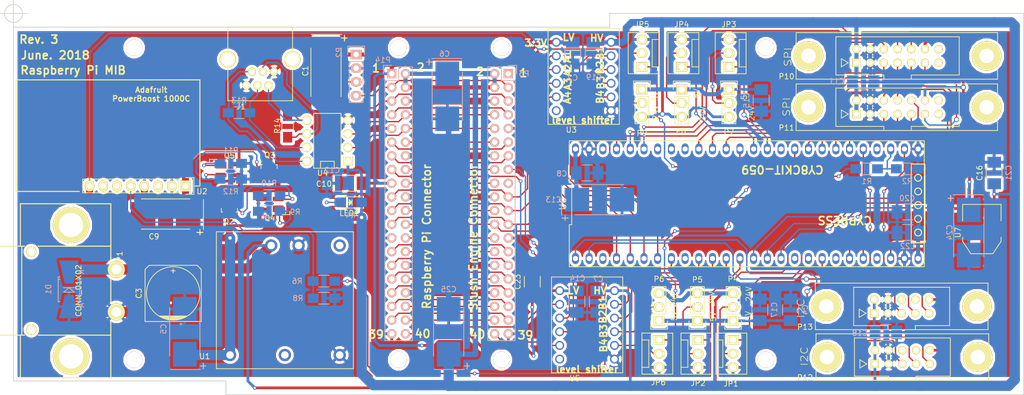
<source format=kicad_pcb>
(kicad_pcb (version 4) (host pcbnew 4.0.5)
  (layers (0 F.Cu signal hide) (31 B.Cu signal) (34 B.Paste user hide) (35 F.Paste user hide) (36 B.SilkS user hide) (37 F.SilkS user) (38 B.Mask user hide) (39 F.Mask user hide) (44 Edge.Cuts user))
  (net 0 "")
  (net 1 GND)
  (net 2 +3V3)
  (net 3 /v24in)
  (net 4 /IDEAL_DIODE_1/ANODE)
  (net 5 +5V)
  (net 6 /IDEAL_DIODE_2/ANODE)
  (net 7 "Net-(P2-Pad7)")
  (net 8 "Net-(P2-Pad8)")
  (net 9 "Net-(P2-Pad10)")
  (net 10 "Net-(P2-Pad11)")
  (net 11 "Net-(P2-Pad12)")
  (net 12 "Net-(P2-Pad13)")
  (net 13 "Net-(P2-Pad15)")
  (net 14 "Net-(P2-Pad16)")
  (net 15 "Net-(P2-Pad18)")
  (net 16 "Net-(P2-Pad19)")
  (net 17 "Net-(P2-Pad21)")
  (net 18 "Net-(P2-Pad22)")
  (net 19 "Net-(P2-Pad23)")
  (net 20 "Net-(P2-Pad24)")
  (net 21 "Net-(P2-Pad26)")
  (net 22 "Net-(P2-Pad27)")
  (net 23 "Net-(P2-Pad28)")
  (net 24 "Net-(P2-Pad29)")
  (net 25 "Net-(P2-Pad31)")
  (net 26 "Net-(P2-Pad32)")
  (net 27 "Net-(P2-Pad33)")
  (net 28 "Net-(P2-Pad35)")
  (net 29 "Net-(P2-Pad36)")
  (net 30 "Net-(P2-Pad37)")
  (net 31 "Net-(P2-Pad38)")
  (net 32 "Net-(P2-Pad40)")
  (net 33 "Net-(P3-Pad15)")
  (net 34 "Net-(P3-Pad40)")
  (net 35 /pwm_a)
  (net 36 /pwm_b)
  (net 37 /sar_in1)
  (net 38 /sar_in2)
  (net 39 /sar_in3)
  (net 40 /sar_in4)
  (net 41 /miso)
  (net 42 /mosi)
  (net 43 /sclk)
  (net 44 /cs_a)
  (net 45 /cs_b)
  (net 46 /cs_c)
  (net 47 /MISO_1)
  (net 48 /MOSI_1)
  (net 49 /SCLK_1)
  (net 50 /cs_1a)
  (net 51 /cs_1b)
  (net 52 /cs_1c)
  (net 53 /SDA_1)
  (net 54 /SCL_1)
  (net 55 /SDA_2)
  (net 56 /SCL_2)
  (net 57 "Net-(Q2-Pad1)")
  (net 58 "Net-(Q3-Pad1)")
  (net 59 /Supply_monitor)
  (net 60 "Net-(R6-Pad1)")
  (net 61 /enable_battery)
  (net 62 /Rpi_ss)
  (net 63 /Rpi_sclk)
  (net 64 /Rpi_miso)
  (net 65 /Rpi_mosi)
  (net 66 /rpi_intb)
  (net 67 /rpi_inta)
  (net 68 /slush_intb)
  (net 69 /slush_inta)
  (net 70 "Net-(J1-Pad4)")
  (net 71 "Net-(J1-Pad2)")
  (net 72 "Net-(J1-Pad3)")
  (net 73 "Net-(J1-Pad5)")
  (net 74 +5VD)
  (net 75 /RESET)
  (net 76 /INT_1)
  (net 77 /INT_2)
  (net 78 "Net-(Q4-Pad1)")
  (net 79 "Net-(Q5-Pad1)")
  (net 80 +3.3VA)
  (net 81 "Net-(JP1-Pad2)")
  (net 82 "Net-(JP2-Pad2)")
  (net 83 "Net-(JP3-Pad2)")
  (net 84 "Net-(JP4-Pad2)")
  (net 85 "Net-(JP5-Pad2)")
  (net 86 "Net-(JP6-Pad2)")
  (net 87 "Net-(P14-Pad4)")
  (net 88 "Net-(P14-Pad3)")
  (net 89 "Net-(LED1-Pad2)")
  (module PiMib:DIP-52_1_ELL (layer F.Cu) (at 172.72 81.026)
    (fp_text reference U6 (at -34.093 0 90) (layer F.SilkS) (effects (font (size 1.2 1.2))))
    (fp_text value PSOC_5LP)
    (pad 52 thru_hole oval (at -31.75 -10.16) (size 1.27 2.032) (drill 0.9398) (layers *.Cu *.Mask) (net 5 +5V))
    (pad 1 thru_hole oval (at -31.75 10.16) (size 1.27 2.032) (drill 0.9398) (layers *.Cu *.Mask) (net 53 /SDA_1))
    (pad 51 thru_hole oval (at -29.21 -10.16) (size 1.27 2.032) (drill 0.9398) (layers *.Cu *.Mask) (net 1 GND))
    (pad 2 thru_hole oval (at -29.21 10.16) (size 1.27 2.032) (drill 0.9398) (layers *.Cu *.Mask) (net 54 /SCL_1))
    (pad 50 thru_hole oval (at -26.67 -10.16) (size 1.27 2.032) (drill 0.9398) (layers *.Cu *.Mask))
    (pad 3 thru_hole oval (at -26.67 10.16) (size 1.27 2.032) (drill 0.9398) (layers *.Cu *.Mask))
    (pad 49 thru_hole oval (at -24.13 -10.16) (size 1.27 2.032) (drill 0.9398) (layers *.Cu *.Mask) (net 44 /cs_a))
    (pad 4 thru_hole oval (at -24.13 10.16) (size 1.27 2.032) (drill 0.9398) (layers *.Cu *.Mask) (net 65 /Rpi_mosi))
    (pad 48 thru_hole oval (at -21.59 -10.16) (size 1.27 2.032) (drill 0.9398) (layers *.Cu *.Mask) (net 45 /cs_b))
    (pad 5 thru_hole oval (at -21.59 10.16) (size 1.27 2.032) (drill 0.9398) (layers *.Cu *.Mask) (net 64 /Rpi_miso))
    (pad 47 thru_hole oval (at -19.05 -10.16) (size 1.27 2.032) (drill 0.9398) (layers *.Cu *.Mask) (net 46 /cs_c))
    (pad 6 thru_hole oval (at -19.05 10.16) (size 1.27 2.032) (drill 0.9398) (layers *.Cu *.Mask) (net 63 /Rpi_sclk))
    (pad 46 thru_hole oval (at -16.51 -10.16) (size 1.27 2.032) (drill 0.9398) (layers *.Cu *.Mask))
    (pad 7 thru_hole oval (at -16.51 10.16) (size 1.27 2.032) (drill 0.9398) (layers *.Cu *.Mask) (net 62 /Rpi_ss))
    (pad 45 thru_hole oval (at -13.97 -10.16) (size 1.27 2.032) (drill 0.9398) (layers *.Cu *.Mask))
    (pad 8 thru_hole oval (at -13.97 10.16) (size 1.27 2.032) (drill 0.9398) (layers *.Cu *.Mask) (net 61 /enable_battery))
    (pad 44 thru_hole oval (at -11.43 -10.16) (size 1.27 2.032) (drill 0.9398) (layers *.Cu *.Mask))
    (pad 9 thru_hole oval (at -11.43 10.16) (size 1.27 2.032) (drill 0.9398) (layers *.Cu *.Mask))
    (pad 43 thru_hole oval (at -8.89 -10.16) (size 1.27 2.032) (drill 0.9398) (layers *.Cu *.Mask) (net 41 /miso))
    (pad 10 thru_hole oval (at -8.89 10.16) (size 1.27 2.032) (drill 0.9398) (layers *.Cu *.Mask) (net 69 /slush_inta))
    (pad 42 thru_hole oval (at -6.35 -10.16) (size 1.27 2.032) (drill 0.9398) (layers *.Cu *.Mask) (net 42 /mosi))
    (pad 11 thru_hole oval (at -6.35 10.16) (size 1.27 2.032) (drill 0.9398) (layers *.Cu *.Mask) (net 68 /slush_intb))
    (pad 41 thru_hole oval (at -3.81 -10.16) (size 1.27 2.032) (drill 0.9398) (layers *.Cu *.Mask) (net 43 /sclk))
    (pad 12 thru_hole oval (at -3.81 10.16) (size 1.27 2.032) (drill 0.9398) (layers *.Cu *.Mask) (net 67 /rpi_inta))
    (pad 40 thru_hole oval (at -1.27 -10.16) (size 1.27 2.032) (drill 0.9398) (layers *.Cu *.Mask) (net 40 /sar_in4))
    (pad ee13 thru_hole oval (at -1.27 10.16) (size 1.27 2.032) (drill 0.9398) (layers *.Cu *.Mask))
    (pad 39 thru_hole oval (at 1.27 -10.16) (size 1.27 2.032) (drill 0.9398) (layers *.Cu *.Mask) (net 39 /sar_in3))
    (pad 14 thru_hole oval (at 1.27 10.16) (size 1.27 2.032) (drill 0.9398) (layers *.Cu *.Mask) (net 50 /cs_1a))
    (pad 38 thru_hole oval (at 3.81 -10.16) (size 1.27 2.032) (drill 0.9398) (layers *.Cu *.Mask) (net 38 /sar_in2))
    (pad 15 thru_hole oval (at 3.81 10.16) (size 1.27 2.032) (drill 0.9398) (layers *.Cu *.Mask) (net 51 /cs_1b))
    (pad 37 thru_hole oval (at 6.35 -10.16) (size 1.27 2.032) (drill 0.9398) (layers *.Cu *.Mask))
    (pad 16 thru_hole oval (at 6.35 10.16) (size 1.27 2.032) (drill 0.9398) (layers *.Cu *.Mask) (net 52 /cs_1c))
    (pad 36 thru_hole oval (at 8.89 -10.16) (size 1.27 2.032) (drill 0.9398) (layers *.Cu *.Mask) (net 37 /sar_in1))
    (pad 17 thru_hole oval (at 8.89 10.16) (size 1.27 2.032) (drill 0.9398) (layers *.Cu *.Mask))
    (pad 35 thru_hole oval (at 11.43 -10.16) (size 1.27 2.032) (drill 0.9398) (layers *.Cu *.Mask) (net 75 /RESET))
    (pad 18 thru_hole oval (at 11.43 10.16) (size 1.27 2.032) (drill 0.9398) (layers *.Cu *.Mask))
    (pad 34 thru_hole oval (at 13.97 -10.16) (size 1.27 2.032) (drill 0.9398) (layers *.Cu *.Mask) (net 47 /MISO_1))
    (pad 19 thru_hole oval (at 13.97 10.16) (size 1.27 2.032) (drill 0.9398) (layers *.Cu *.Mask) (net 76 /INT_1))
    (pad 33 thru_hole oval (at 16.51 -10.16) (size 1.27 2.032) (drill 0.9398) (layers *.Cu *.Mask) (net 48 /MOSI_1))
    (pad 20 thru_hole oval (at 16.51 10.16) (size 1.27 2.032) (drill 0.9398) (layers *.Cu *.Mask))
    (pad 32 thru_hole oval (at 19.05 -10.16) (size 1.27 2.032) (drill 0.9398) (layers *.Cu *.Mask) (net 49 /SCLK_1))
    (pad 21 thru_hole oval (at 19.05 10.16) (size 1.27 2.032) (drill 0.9398) (layers *.Cu *.Mask) (net 35 /pwm_a))
    (pad 31 thru_hole oval (at 21.59 -10.16) (size 1.27 2.032) (drill 0.9398) (layers *.Cu *.Mask) (net 55 /SDA_2))
    (pad 22 thru_hole oval (at 21.59 10.16) (size 1.27 2.032) (drill 0.9398) (layers *.Cu *.Mask) (net 36 /pwm_b))
    (pad 30 thru_hole oval (at 24.13 -10.16) (size 1.27 2.032) (drill 0.9398) (layers *.Cu *.Mask))
    (pad 23 thru_hole oval (at 24.13 10.16) (size 1.27 2.032) (drill 0.9398) (layers *.Cu *.Mask))
    (pad 29 thru_hole oval (at 26.67 -10.16) (size 1.27 2.032) (drill 0.9398) (layers *.Cu *.Mask) (net 59 /Supply_monitor))
    (pad 24 thru_hole oval (at 26.67 10.16) (size 1.27 2.032) (drill 0.9398) (layers *.Cu *.Mask) (net 77 /INT_2))
    (pad 28 thru_hole oval (at 29.21 -10.16) (size 1.27 2.032) (drill 0.9398) (layers *.Cu *.Mask) (net 56 /SCL_2))
    (pad 25 thru_hole oval (at 29.21 10.16) (size 1.27 2.032) (drill 0.9398) (layers *.Cu *.Mask) (net 1 GND))
    (pad 27 thru_hole oval (at 31.75 -10.16) (size 1.27 2.032) (drill 0.9398) (layers *.Cu *.Mask) (net 1 GND))
    (pad 26 thru_hole oval (at 31.75 10.16) (size 1.27 2.032) (drill 0.9398) (layers *.Cu *.Mask) (net 5 +5V))
  )
  (module PiMib:ADAFRUIT_TXB0104 (layer F.Cu) (at 143.129 103.505)
    (fp_text reference U5 (at -2.286 9.906) (layer F.SilkS))
    (fp_text value ADAFRUIT_TXB0104)
    (pad 1 thru_hole circle (at -5.08 -6.35) (size 1.651 1.651) (drill 1.143) (layers *.Cu *.Mask) (net 2 +3V3))
    (pad 2 thru_hole circle (at -5.08 -3.81) (size 1.651 1.651) (drill 1.143) (layers *.Cu *.Mask) (net 32 "Net-(P2-Pad40)"))
    (pad 3 thru_hole circle (at -5.08 -1.27) (size 1.651 1.651) (drill 1.143) (layers *.Cu *.Mask) (net 13 "Net-(P2-Pad15)"))
    (pad 4 thru_hole circle (at -5.08 1.27) (size 1.651 1.651) (drill 1.143) (layers *.Cu *.Mask) (net 33 "Net-(P3-Pad15)"))
    (pad 5 thru_hole circle (at -5.08 3.81) (size 1.651 1.651) (drill 1.143) (layers *.Cu *.Mask) (net 34 "Net-(P3-Pad40)"))
    (pad 6 thru_hole circle (at -5.08 6.35) (size 1.651 1.651) (drill 1.143) (layers *.Cu *.Mask))
    (pad 7 thru_hole circle (at 5.08 6.35) (size 1.651 1.651) (drill 1.143) (layers *.Cu *.Mask) (net 1 GND))
    (pad 8 thru_hole circle (at 5.08 3.81) (size 1.651 1.651) (drill 1.143) (layers *.Cu *.Mask) (net 66 /rpi_intb))
    (pad 9 thru_hole circle (at 5.08 1.27) (size 1.651 1.651) (drill 1.143) (layers *.Cu *.Mask) (net 67 /rpi_inta))
    (pad 10 thru_hole circle (at 5.08 -1.27) (size 1.651 1.651) (drill 1.143) (layers *.Cu *.Mask) (net 68 /slush_intb))
    (pad 11 thru_hole circle (at 5.08 -3.81) (size 1.651 1.651) (drill 1.143) (layers *.Cu *.Mask) (net 69 /slush_inta))
    (pad 12 thru_hole circle (at 5.08 -6.35) (size 1.651 1.651) (drill 1.143) (layers *.Cu *.Mask) (net 5 +5V))
  )
  (module PiMib:ADAFRUIT_TXB0104 (layer F.Cu) (at 142.494 57.404)
    (fp_text reference U3 (at -2.286 9.906) (layer F.SilkS))
    (fp_text value ADAFRUIT_TXB0104)
    (pad 1 thru_hole circle (at -5.08 -6.35) (size 1.651 1.651) (drill 1.143) (layers *.Cu *.Mask) (net 2 +3V3))
    (pad 2 thru_hole circle (at -5.08 -3.81) (size 1.651 1.651) (drill 1.143) (layers *.Cu *.Mask) (net 16 "Net-(P2-Pad19)"))
    (pad 3 thru_hole circle (at -5.08 -1.27) (size 1.651 1.651) (drill 1.143) (layers *.Cu *.Mask) (net 17 "Net-(P2-Pad21)"))
    (pad 4 thru_hole circle (at -5.08 1.27) (size 1.651 1.651) (drill 1.143) (layers *.Cu *.Mask) (net 19 "Net-(P2-Pad23)"))
    (pad 5 thru_hole circle (at -5.08 3.81) (size 1.651 1.651) (drill 1.143) (layers *.Cu *.Mask) (net 20 "Net-(P2-Pad24)"))
    (pad 6 thru_hole circle (at -5.08 6.35) (size 1.651 1.651) (drill 1.143) (layers *.Cu *.Mask))
    (pad 7 thru_hole circle (at 5.08 6.35) (size 1.651 1.651) (drill 1.143) (layers *.Cu *.Mask) (net 1 GND))
    (pad 8 thru_hole circle (at 5.08 3.81) (size 1.651 1.651) (drill 1.143) (layers *.Cu *.Mask) (net 62 /Rpi_ss))
    (pad 9 thru_hole circle (at 5.08 1.27) (size 1.651 1.651) (drill 1.143) (layers *.Cu *.Mask) (net 63 /Rpi_sclk))
    (pad 10 thru_hole circle (at 5.08 -1.27) (size 1.651 1.651) (drill 1.143) (layers *.Cu *.Mask) (net 64 /Rpi_miso))
    (pad 11 thru_hole circle (at 5.08 -3.81) (size 1.651 1.651) (drill 1.143) (layers *.Cu *.Mask) (net 65 /Rpi_mosi))
    (pad 12 thru_hole circle (at 5.08 -6.35) (size 1.651 1.651) (drill 1.143) (layers *.Cu *.Mask) (net 5 +5V))
  )
  (module Sockets_DIP:DIP-8__300 (layer F.Cu) (at 94.996 69.342 90)
    (fp_text reference U4 (at -5.969 -0.889 180) (layer F.SilkS))
    (fp_text value MAX488)
    (pad 1 thru_hole rect (at -3.81 3.81 90) (size 1.651 1.651) (drill 1.143) (layers *.Cu *.Mask F.SilkS) (net 5 +5V))
    (pad 2 thru_hole circle (at -1.27 3.81 90) (size 1.651 1.651) (drill 1.143) (layers *.Cu *.Mask F.SilkS) (net 9 "Net-(P2-Pad10)"))
    (pad 3 thru_hole circle (at 1.27 3.81 90) (size 1.651 1.651) (drill 1.143) (layers *.Cu *.Mask F.SilkS) (net 8 "Net-(P2-Pad8)"))
    (pad 4 thru_hole circle (at 3.81 3.81 90) (size 1.651 1.651) (drill 1.143) (layers *.Cu *.Mask F.SilkS) (net 1 GND))
    (pad 5 thru_hole circle (at 3.81 -3.81 90) (size 1.651 1.651) (drill 1.143) (layers *.Cu *.Mask F.SilkS) (net 73 "Net-(J1-Pad5)"))
    (pad 6 thru_hole circle (at 1.27 -3.81 90) (size 1.651 1.651) (drill 1.143) (layers *.Cu *.Mask F.SilkS) (net 70 "Net-(J1-Pad4)"))
    (pad 7 thru_hole circle (at -1.27 -3.81 90) (size 1.651 1.651) (drill 1.143) (layers *.Cu *.Mask F.SilkS) (net 72 "Net-(J1-Pad3)"))
    (pad 8 thru_hole circle (at -3.81 -3.81 90) (size 1.651 1.651) (drill 1.143) (layers *.Cu *.Mask F.SilkS) (net 71 "Net-(J1-Pad2)"))
  )
  (module Pin_Headers:Pin_Header_Straight_1x03 (layer F.Cu) (at 170.18 102.743 180)
    (fp_text reference JP1 (at 0.381 -11.684 180) (layer F.SilkS))
    (fp_text value Jumper_NC_Dual)
    (pad 1 thru_hole rect (at 0 0 180) (size 2.032 1.7272) (drill 1.143) (layers *.Cu *.Mask F.SilkS) (net 5 +5V))
    (pad 2 thru_hole oval (at 0 2.54 180) (size 2.032 1.7272) (drill 1.143) (layers *.Cu *.Mask F.SilkS) (net 81 "Net-(JP1-Pad2)"))
    (pad 3 thru_hole oval (at 0 5.08 180) (size 2.032 1.7272) (drill 1.143) (layers *.Cu *.Mask F.SilkS) (net 3 /v24in))
  )
  (module Pin_Headers:Pin_Header_Straight_1x03 (layer F.Cu) (at 163.576 102.743 180)
    (fp_text reference JP2 (at -0.127 -11.557 180) (layer F.SilkS))
    (fp_text value Jumper_NC_Dual)
    (pad 1 thru_hole rect (at 0 0 180) (size 2.032 1.7272) (drill 1.143) (layers *.Cu *.Mask F.SilkS) (net 5 +5V))
    (pad 2 thru_hole oval (at 0 2.54 180) (size 2.032 1.7272) (drill 1.143) (layers *.Cu *.Mask F.SilkS) (net 82 "Net-(JP2-Pad2)"))
    (pad 3 thru_hole oval (at 0 5.08 180) (size 2.032 1.7272) (drill 1.143) (layers *.Cu *.Mask F.SilkS) (net 3 /v24in))
  )
  (module Pin_Headers:Pin_Header_Straight_1x03 (layer F.Cu) (at 156.464 102.743 180)
    (fp_text reference JP6 (at 0.127 -11.43 180) (layer F.SilkS))
    (fp_text value Jumper_NC_Dual)
    (pad 1 thru_hole rect (at 0 0 180) (size 2.032 1.7272) (drill 1.143) (layers *.Cu *.Mask F.SilkS) (net 5 +5V))
    (pad 2 thru_hole oval (at 0 2.54 180) (size 2.032 1.7272) (drill 1.143) (layers *.Cu *.Mask F.SilkS) (net 86 "Net-(JP6-Pad2)"))
    (pad 3 thru_hole oval (at 0 5.08 180) (size 2.032 1.7272) (drill 1.143) (layers *.Cu *.Mask F.SilkS) (net 3 /v24in))
  )
  (module Pin_Headers:Pin_Header_Straight_1x03 (layer F.Cu) (at 169.418 59.817)
    (fp_text reference JP3 (at 0 -12.065) (layer F.SilkS))
    (fp_text value Jumper_NC_Dual)
    (pad 1 thru_hole rect (at 0 0) (size 2.032 1.7272) (drill 1.143) (layers *.Cu *.Mask F.SilkS) (net 5 +5V))
    (pad 2 thru_hole oval (at 0 2.54) (size 2.032 1.7272) (drill 1.143) (layers *.Cu *.Mask F.SilkS) (net 83 "Net-(JP3-Pad2)"))
    (pad 3 thru_hole oval (at 0 5.08) (size 2.032 1.7272) (drill 1.143) (layers *.Cu *.Mask F.SilkS) (net 3 /v24in))
  )
  (module Pin_Headers:Pin_Header_Straight_1x03 (layer F.Cu) (at 153.289 59.817)
    (fp_text reference JP5 (at 0 -12.065) (layer F.SilkS))
    (fp_text value Jumper_NC_Dual)
    (pad 1 thru_hole rect (at 0 0) (size 2.032 1.7272) (drill 1.143) (layers *.Cu *.Mask F.SilkS) (net 5 +5V))
    (pad 2 thru_hole oval (at 0 2.54) (size 2.032 1.7272) (drill 1.143) (layers *.Cu *.Mask F.SilkS) (net 85 "Net-(JP5-Pad2)"))
    (pad 3 thru_hole oval (at 0 5.08) (size 2.032 1.7272) (drill 1.143) (layers *.Cu *.Mask F.SilkS) (net 3 /v24in))
  )
  (module Pin_Headers:Pin_Header_Straight_1x03 (layer F.Cu) (at 160.655 59.817)
    (fp_text reference JP4 (at 0 -12.065) (layer F.SilkS))
    (fp_text value Jumper_NC_Dual)
    (pad 1 thru_hole rect (at 0 0) (size 2.032 1.7272) (drill 1.143) (layers *.Cu *.Mask F.SilkS) (net 5 +5V))
    (pad 2 thru_hole oval (at 0 2.54) (size 2.032 1.7272) (drill 1.143) (layers *.Cu *.Mask F.SilkS) (net 84 "Net-(JP4-Pad2)"))
    (pad 3 thru_hole oval (at 0 5.08) (size 2.032 1.7272) (drill 1.143) (layers *.Cu *.Mask F.SilkS) (net 3 /v24in))
  )
  (module LEDs:LED-1206 (layer F.Cu) (at 99.06 80.772 180)
    (fp_text reference LED1 (at 0 -2 180) (layer F.SilkS))
    (fp_text value LED)
    (pad 2 smd rect (at 1.41986 0) (size 1.59766 1.80086) (layers F.Cu F.Paste F.Mask) (net 89 "Net-(LED1-Pad2)"))
    (pad 1 smd rect (at -1.41986 0) (size 1.59766 1.80086) (layers F.Cu F.Paste F.Mask) (net 1 GND))
  )
  (module PCBFootprints:SOT-223 (layer F.Cu) (at 216.281 85.725 180)
    (fp_text reference U7 (at 4.445 -0.635 270) (layer F.SilkS))
    (fp_text value LT1129CST-3.3)
    (pad 4 smd rect (at 0 -4.572 180) (size 3.6576 4.064) (layers F.Cu F.Paste F.Mask) (net 1 GND))
    (pad 2 smd rect (at 0 3.81 180) (size 1.016 3.048) (layers F.Cu F.Paste F.Mask) (net 1 GND))
    (pad 3 smd rect (at 2.286 3.81 180) (size 1.016 3.048) (layers F.Cu F.Paste F.Mask) (net 80 +3.3VA))
    (pad 1 smd rect (at -2.286 3.81 180) (size 1.016 3.048) (layers F.Cu F.Paste F.Mask) (net 5 +5V))
  )
  (module PCBFootprints:SOT-23 (layer F.Cu) (at 84.201 74.422)
    (fp_text reference Q3 (at 0.127 -2.413 180) (layer F.SilkS))
    (fp_text value DMG2305UX)
    (pad 1 smd rect (at -1.4732 1.524) (size 1.8288 1.8288) (layers F.Cu F.Paste F.Mask) (net 58 "Net-(Q3-Pad1)"))
    (pad 2 smd rect (at 1.4732 1.524) (size 1.8288 1.8288) (layers F.Cu F.Paste F.Mask) (net 5 +5V))
    (pad 3 smd rect (at 0 -1.651) (size 1.143 2.032) (layers F.Cu F.Paste F.Mask) (net 6 /IDEAL_DIODE_2/ANODE))
  )
  (module PCBFootprints:SOT-23 (layer F.Cu) (at 76.835 81.915 180)
    (fp_text reference Q2 (at 0.127 -2.413 360) (layer F.SilkS))
    (fp_text value DMG2305UX)
    (pad 1 smd rect (at -1.4732 1.524 180) (size 1.8288 1.8288) (layers F.Cu F.Paste F.Mask) (net 57 "Net-(Q2-Pad1)"))
    (pad 2 smd rect (at 1.4732 1.524 180) (size 1.8288 1.8288) (layers F.Cu F.Paste F.Mask) (net 5 +5V))
    (pad 3 smd rect (at 0 -1.651 180) (size 1.143 2.032) (layers F.Cu F.Paste F.Mask) (net 4 /IDEAL_DIODE_1/ANODE))
  )
  (module PCBFootprints:SOT-143_Handsoldering (layer F.Cu) (at 76.835 74.676 270)
    (fp_text reference Q5 (at -2.54 0 360) (layer F.SilkS))
    (fp_text value BCV62)
    (pad 1 smd rect (at -0.8 1.55 270) (size 1.2 2) (layers F.Cu F.Paste F.Mask) (net 79 "Net-(Q5-Pad1)"))
    (pad 2 smd rect (at 1 1.55 270) (size 0.8 2) (layers F.Cu F.Paste F.Mask) (net 58 "Net-(Q3-Pad1)"))
    (pad 3 smd rect (at 1 -1.55 270) (size 0.8 2) (layers F.Cu F.Paste F.Mask) (net 5 +5V))
    (pad 4 smd trapezoid (at -1 -1.55 270) (size 0.8 2) (layers F.Cu F.Paste F.Mask) (net 6 /IDEAL_DIODE_2/ANODE))
  )
  (module Pin_Headers:Pin_Header_Straight_1x04 (layer B.Cu) (at 100.33 53.34 180)
    (fp_text reference P14 (at -4.953 -1.016 180) (layer B.SilkS) (effects (justify mirror)))
    (fp_text value CONN_01X04)
    (pad 1 thru_hole rect (at 0 0 180) (size 2.032 1.7272) (drill 1.016) (layers *.Cu *.Mask B.SilkS) (net 2 +3V3))
    (pad 2 thru_hole oval (at 0 -2.54 180) (size 2.032 1.7272) (drill 1.016) (layers *.Cu *.Mask B.SilkS) (net 1 GND))
    (pad 3 thru_hole oval (at 0 -5.08 180) (size 2.032 1.7272) (drill 1.016) (layers *.Cu *.Mask B.SilkS) (net 88 "Net-(P14-Pad3)"))
    (pad 4 thru_hole oval (at 0 -7.62 180) (size 2.032 1.7272) (drill 1.016) (layers *.Cu *.Mask B.SilkS) (net 87 "Net-(P14-Pad4)"))
  )
  (module Connectors_Molex:Pin_Header_Keyed_1x03 (layer F.Cu) (at 153.289 55.626 180)
    (fp_text reference P9 (at 0 -12.319 180) (layer F.SilkS))
    (fp_text value CONN_01X03)
    (pad 1 thru_hole rect (at 0 0 180) (size 2.032 1.7272) (drill 1.143) (layers *.Cu *.Mask F.SilkS) (net 40 /sar_in4))
    (pad 2 thru_hole oval (at 0 2.54 180) (size 2.032 1.7272) (drill 1.143) (layers *.Cu *.Mask F.SilkS) (net 85 "Net-(JP5-Pad2)"))
    (pad 3 thru_hole oval (at 0 5.08 180) (size 2.032 1.7272) (drill 1.143) (layers *.Cu *.Mask F.SilkS) (net 1 GND))
  )
  (module Connectors_Molex:Pin_Header_Keyed_1x03 (layer F.Cu) (at 160.655 55.626 180)
    (fp_text reference P8 (at 0.127 -11.938 180) (layer F.SilkS))
    (fp_text value CONN_01X03)
    (pad 1 thru_hole rect (at 0 0 180) (size 2.032 1.7272) (drill 1.143) (layers *.Cu *.Mask F.SilkS) (net 39 /sar_in3))
    (pad 2 thru_hole oval (at 0 2.54 180) (size 2.032 1.7272) (drill 1.143) (layers *.Cu *.Mask F.SilkS) (net 84 "Net-(JP4-Pad2)"))
    (pad 3 thru_hole oval (at 0 5.08 180) (size 2.032 1.7272) (drill 1.143) (layers *.Cu *.Mask F.SilkS) (net 1 GND))
  )
  (module Connectors_Molex:Pin_Header_Keyed_1x03 (layer F.Cu) (at 169.418 55.626 180)
    (fp_text reference P7 (at 0 -12.065 180) (layer F.SilkS))
    (fp_text value CONN_01X03)
    (pad 1 thru_hole rect (at 0 0 180) (size 2.032 1.7272) (drill 1.143) (layers *.Cu *.Mask F.SilkS) (net 38 /sar_in2))
    (pad 2 thru_hole oval (at 0 2.54 180) (size 2.032 1.7272) (drill 1.143) (layers *.Cu *.Mask F.SilkS) (net 83 "Net-(JP3-Pad2)"))
    (pad 3 thru_hole oval (at 0 5.08 180) (size 2.032 1.7272) (drill 1.143) (layers *.Cu *.Mask F.SilkS) (net 1 GND))
  )
  (module Connectors_Molex:Pin_Header_Keyed_1x03 (layer F.Cu) (at 156.464 106.299)
    (fp_text reference P6 (at 0 -11.303) (layer F.SilkS))
    (fp_text value CONN_01X03)
    (pad 1 thru_hole rect (at 0 0) (size 2.032 1.7272) (drill 1.143) (layers *.Cu *.Mask F.SilkS) (net 37 /sar_in1))
    (pad 2 thru_hole oval (at 0 2.54) (size 2.032 1.7272) (drill 1.143) (layers *.Cu *.Mask F.SilkS) (net 86 "Net-(JP6-Pad2)"))
    (pad 3 thru_hole oval (at 0 5.08) (size 2.032 1.7272) (drill 1.143) (layers *.Cu *.Mask F.SilkS) (net 1 GND))
  )
  (module Connectors_Molex:Pin_Header_Keyed_1x03 (layer F.Cu) (at 163.703 106.299)
    (fp_text reference P5 (at -0.127 -11.176) (layer F.SilkS))
    (fp_text value CONN_01X03)
    (pad 1 thru_hole rect (at 0 0) (size 2.032 1.7272) (drill 1.143) (layers *.Cu *.Mask F.SilkS) (net 36 /pwm_b))
    (pad 2 thru_hole oval (at 0 2.54) (size 2.032 1.7272) (drill 1.143) (layers *.Cu *.Mask F.SilkS) (net 82 "Net-(JP2-Pad2)"))
    (pad 3 thru_hole oval (at 0 5.08) (size 2.032 1.7272) (drill 1.143) (layers *.Cu *.Mask F.SilkS) (net 1 GND))
  )
  (module Connectors_Molex:Pin_Header_Keyed_1x03 (layer F.Cu) (at 170.18 106.299)
    (fp_text reference P4 (at 0 -11.303) (layer F.SilkS))
    (fp_text value CONN_01X03)
    (pad 1 thru_hole rect (at 0 0) (size 2.032 1.7272) (drill 1.143) (layers *.Cu *.Mask F.SilkS) (net 35 /pwm_a))
    (pad 2 thru_hole oval (at 0 2.54) (size 2.032 1.7272) (drill 1.143) (layers *.Cu *.Mask F.SilkS) (net 81 "Net-(JP1-Pad2)"))
    (pad 3 thru_hole oval (at 0 5.08) (size 2.032 1.7272) (drill 1.143) (layers *.Cu *.Mask F.SilkS) (net 1 GND))
  )
  (module Connect:he10-10d (layer F.Cu) (at 201.422 100.076)
    (fp_text reference P13 (at -17.907 3.81) (layer F.SilkS))
    (fp_text value CONN_02X05)
    (pad "" thru_hole circle (at -13.97 0) (size 5.461 5.461) (drill 2.6924) (layers *.Cu *.Mask F.SilkS))
    (pad "" thru_hole circle (at 13.97 0) (size 5.461 5.461) (drill 2.6924) (layers *.Cu *.Mask F.SilkS))
    (pad 1 thru_hole rect (at -5.08 1.27) (size 1.524 1.524) (drill 0.9144) (layers *.Cu *.Mask F.SilkS) (net 5 +5V))
    (pad 2 thru_hole circle (at -5.08 -1.27) (size 1.524 1.524) (drill 0.9144) (layers *.Cu *.Mask F.SilkS) (net 5 +5V))
    (pad 3 thru_hole circle (at -2.54 1.27) (size 1.524 1.524) (drill 0.9144) (layers *.Cu *.Mask F.SilkS) (net 1 GND))
    (pad 4 thru_hole circle (at -2.54 -1.27) (size 1.524 1.524) (drill 0.9144) (layers *.Cu *.Mask F.SilkS) (net 1 GND))
    (pad 5 thru_hole circle (at 0 1.27) (size 1.524 1.524) (drill 0.9144) (layers *.Cu *.Mask F.SilkS) (net 55 /SDA_2))
    (pad 6 thru_hole circle (at 0 -1.27) (size 1.524 1.524) (drill 0.9144) (layers *.Cu *.Mask F.SilkS))
    (pad 7 thru_hole circle (at 2.54 1.27) (size 1.524 1.524) (drill 0.9144) (layers *.Cu *.Mask F.SilkS) (net 56 /SCL_2))
    (pad 8 thru_hole circle (at 2.54 -1.27) (size 1.524 1.524) (drill 0.9144) (layers *.Cu *.Mask F.SilkS))
    (pad 9 thru_hole circle (at 5.08 1.27) (size 1.524 1.524) (drill 0.9144) (layers *.Cu *.Mask F.SilkS) (net 77 /INT_2))
    (pad 10 thru_hole circle (at 5.08 -1.27) (size 1.524 1.524) (drill 0.9144) (layers *.Cu *.Mask F.SilkS) (net 80 +3.3VA))
  )
  (module Connect:he10-10d (layer F.Cu) (at 201.549 109.474)
    (fp_text reference P12 (at -18.034 3.81) (layer F.SilkS))
    (fp_text value CONN_02X05)
    (pad "" thru_hole circle (at -13.97 0) (size 5.461 5.461) (drill 2.6924) (layers *.Cu *.Mask F.SilkS))
    (pad "" thru_hole circle (at 13.97 0) (size 5.461 5.461) (drill 2.6924) (layers *.Cu *.Mask F.SilkS))
    (pad 1 thru_hole rect (at -5.08 1.27) (size 1.524 1.524) (drill 0.9144) (layers *.Cu *.Mask F.SilkS) (net 5 +5V))
    (pad 2 thru_hole circle (at -5.08 -1.27) (size 1.524 1.524) (drill 0.9144) (layers *.Cu *.Mask F.SilkS) (net 5 +5V))
    (pad 3 thru_hole circle (at -2.54 1.27) (size 1.524 1.524) (drill 0.9144) (layers *.Cu *.Mask F.SilkS) (net 1 GND))
    (pad 4 thru_hole circle (at -2.54 -1.27) (size 1.524 1.524) (drill 0.9144) (layers *.Cu *.Mask F.SilkS) (net 1 GND))
    (pad 5 thru_hole circle (at 0 1.27) (size 1.524 1.524) (drill 0.9144) (layers *.Cu *.Mask F.SilkS) (net 53 /SDA_1))
    (pad 6 thru_hole circle (at 0 -1.27) (size 1.524 1.524) (drill 0.9144) (layers *.Cu *.Mask F.SilkS))
    (pad 7 thru_hole circle (at 2.54 1.27) (size 1.524 1.524) (drill 0.9144) (layers *.Cu *.Mask F.SilkS) (net 54 /SCL_1))
    (pad 8 thru_hole circle (at 2.54 -1.27) (size 1.524 1.524) (drill 0.9144) (layers *.Cu *.Mask F.SilkS))
    (pad 9 thru_hole circle (at 5.08 1.27) (size 1.524 1.524) (drill 0.9144) (layers *.Cu *.Mask F.SilkS) (net 76 /INT_1))
    (pad 10 thru_hole circle (at 5.08 -1.27) (size 1.524 1.524) (drill 0.9144) (layers *.Cu *.Mask F.SilkS) (net 80 +3.3VA))
  )
  (module Connect:he10-14d (layer F.Cu) (at 200.66 63.119)
    (fp_text reference P11 (at -20.574 3.81) (layer F.SilkS))
    (fp_text value CONN_02X07)
    (pad 0 thru_hole circle (at -16.51 0) (size 5.461 5.461) (drill 2.6924) (layers *.Cu *.Mask F.SilkS))
    (pad 0 thru_hole circle (at 16.51 0) (size 5.461 5.461) (drill 2.6924) (layers *.Cu *.Mask F.SilkS))
    (pad 1 thru_hole rect (at -7.62 1.27) (size 1.524 1.524) (drill 0.9144) (layers *.Cu *.Mask F.SilkS) (net 5 +5V))
    (pad 2 thru_hole circle (at -7.62 -1.27) (size 1.524 1.524) (drill 0.9144) (layers *.Cu *.Mask F.SilkS) (net 5 +5V))
    (pad 3 thru_hole circle (at -5.08 1.27) (size 1.524 1.524) (drill 0.9144) (layers *.Cu *.Mask F.SilkS) (net 1 GND))
    (pad 4 thru_hole circle (at -5.08 -1.27) (size 1.524 1.524) (drill 0.9144) (layers *.Cu *.Mask F.SilkS) (net 1 GND))
    (pad 5 thru_hole circle (at -2.54 1.27) (size 1.524 1.524) (drill 0.9144) (layers *.Cu *.Mask F.SilkS) (net 47 /MISO_1))
    (pad 6 thru_hole circle (at -2.54 -1.27) (size 1.524 1.524) (drill 0.9144) (layers *.Cu *.Mask F.SilkS) (net 50 /cs_1a))
    (pad 7 thru_hole circle (at 0 1.27) (size 1.524 1.524) (drill 0.9144) (layers *.Cu *.Mask F.SilkS) (net 48 /MOSI_1))
    (pad 8 thru_hole circle (at 0 -1.27) (size 1.524 1.524) (drill 0.9144) (layers *.Cu *.Mask F.SilkS) (net 51 /cs_1b))
    (pad 9 thru_hole circle (at 2.54 1.27) (size 1.524 1.524) (drill 0.9144) (layers *.Cu *.Mask F.SilkS) (net 49 /SCLK_1))
    (pad 10 thru_hole circle (at 2.54 -1.27) (size 1.524 1.524) (drill 0.9144) (layers *.Cu *.Mask F.SilkS) (net 52 /cs_1c))
    (pad 11 thru_hole circle (at 5.08 1.27) (size 1.524 1.524) (drill 0.9144) (layers *.Cu *.Mask F.SilkS) (net 75 /RESET))
    (pad 12 thru_hole circle (at 5.08 -1.27) (size 1.524 1.524) (drill 0.9144) (layers *.Cu *.Mask F.SilkS) (net 80 +3.3VA))
    (pad 13 thru_hole circle (at 7.62 1.27) (size 1.524 1.524) (drill 0.9144) (layers *.Cu *.Mask F.SilkS))
    (pad 14 thru_hole circle (at 7.62 -1.27) (size 1.524 1.524) (drill 0.9144) (layers *.Cu *.Mask F.SilkS))
  )
  (module Connect:he10-14d (layer F.Cu) (at 200.66 53.594)
    (fp_text reference P10 (at -20.574 3.81) (layer F.SilkS))
    (fp_text value CONN_02X07)
    (pad 0 thru_hole circle (at -16.51 0) (size 5.461 5.461) (drill 2.6924) (layers *.Cu *.Mask F.SilkS))
    (pad 0 thru_hole circle (at 16.51 0) (size 5.461 5.461) (drill 2.6924) (layers *.Cu *.Mask F.SilkS))
    (pad 1 thru_hole rect (at -7.62 1.27) (size 1.524 1.524) (drill 0.9144) (layers *.Cu *.Mask F.SilkS) (net 5 +5V))
    (pad 2 thru_hole circle (at -7.62 -1.27) (size 1.524 1.524) (drill 0.9144) (layers *.Cu *.Mask F.SilkS) (net 5 +5V))
    (pad 3 thru_hole circle (at -5.08 1.27) (size 1.524 1.524) (drill 0.9144) (layers *.Cu *.Mask F.SilkS) (net 1 GND))
    (pad 4 thru_hole circle (at -5.08 -1.27) (size 1.524 1.524) (drill 0.9144) (layers *.Cu *.Mask F.SilkS) (net 1 GND))
    (pad 5 thru_hole circle (at -2.54 1.27) (size 1.524 1.524) (drill 0.9144) (layers *.Cu *.Mask F.SilkS) (net 41 /miso))
    (pad 6 thru_hole circle (at -2.54 -1.27) (size 1.524 1.524) (drill 0.9144) (layers *.Cu *.Mask F.SilkS) (net 44 /cs_a))
    (pad 7 thru_hole circle (at 0 1.27) (size 1.524 1.524) (drill 0.9144) (layers *.Cu *.Mask F.SilkS) (net 42 /mosi))
    (pad 8 thru_hole circle (at 0 -1.27) (size 1.524 1.524) (drill 0.9144) (layers *.Cu *.Mask F.SilkS) (net 45 /cs_b))
    (pad 9 thru_hole circle (at 2.54 1.27) (size 1.524 1.524) (drill 0.9144) (layers *.Cu *.Mask F.SilkS) (net 43 /sclk))
    (pad 10 thru_hole circle (at 2.54 -1.27) (size 1.524 1.524) (drill 0.9144) (layers *.Cu *.Mask F.SilkS) (net 46 /cs_c))
    (pad 11 thru_hole circle (at 5.08 1.27) (size 1.524 1.524) (drill 0.9144) (layers *.Cu *.Mask F.SilkS) (net 75 /RESET))
    (pad 12 thru_hole circle (at 5.08 -1.27) (size 1.524 1.524) (drill 0.9144) (layers *.Cu *.Mask F.SilkS) (net 80 +3.3VA))
    (pad 13 thru_hole circle (at 7.62 1.27) (size 1.524 1.524) (drill 0.9144) (layers *.Cu *.Mask F.SilkS))
    (pad 14 thru_hole circle (at 7.62 -1.27) (size 1.524 1.524) (drill 0.9144) (layers *.Cu *.Mask F.SilkS))
  )
  (module Capacitors_Tantalum_SMD:TantalC_SizeE_EIA-7360_HandSoldering (layer B.Cu) (at 213.868 86.36 270)
    (fp_text reference C24 (at 0 3.556 270) (layer B.SilkS) (effects (justify mirror)))
    (fp_text value 10uF)
    (fp_text user + (at -6.35 3.39852 270) (layer B.SilkS) (effects (justify mirror)))
    (pad 2 smd rect (at 4.17576 0 270) (size 4.54914 4.39928) (layers B.Cu B.Paste B.Mask) (net 1 GND))
    (pad 1 smd rect (at -4.17576 0 270) (size 4.54914 4.39928) (layers B.Cu B.Paste B.Mask) (net 80 +3.3VA))
  )
  (module Mounting_Holes:MountingHole_3mm (layer F.Cu) (at 59.182 109.982)
    (fp_text reference REF** hide)
    (fp_text value MountingHole_3mm)
    (pad 1 thru_hole circle (at 0 0) (size 3 3) (drill 3) (layers))
  )
  (module Mounting_Holes:MountingHole_3mm (layer F.Cu) (at 59.182 52.07)
    (fp_text reference REF** hide)
    (fp_text value MountingHole_3mm)
    (pad 1 thru_hole circle (at 0 0) (size 3 3) (drill 3) (layers))
  )
  (module Mounting_Holes:MountingHole_3mm (layer F.Cu) (at 176.276 52.07)
    (fp_text reference REF** hide)
    (fp_text value MountingHole_3mm)
    (pad 1 thru_hole circle (at 0 0) (size 3 3) (drill 3) (layers))
  )
  (module Mounting_Holes:MountingHole_3mm (layer F.Cu) (at 176.276 109.982)
    (fp_text reference REF** hide)
    (fp_text value MountingHole_3mm)
    (pad 1 thru_hole circle (at 0 0) (size 3 3) (drill 3) (layers))
  )
  (module Mounting_Holes:MountingHole_3mm (layer F.Cu) (at 127.254 109.982)
    (fp_text reference REF** hide)
    (fp_text value MountingHole_3mm)
    (pad 1 thru_hole circle (at 0 0) (size 3 3) (drill 3) (layers))
  )
  (module Mounting_Holes:MountingHole_3mm (layer F.Cu) (at 108.204 109.982)
    (fp_text reference REF** hide)
    (fp_text value MountingHole_3mm)
    (pad 1 thru_hole circle (at 0 0) (size 3 3) (drill 3) (layers))
  )
  (module Mounting_Holes:MountingHole_3mm (layer F.Cu) (at 127.254 52.07)
    (fp_text reference REF** hide)
    (fp_text value MountingHole_3mm)
    (pad 1 thru_hole circle (at 0 0) (size 3 3) (drill 3) (layers))
  )
  (module Mounting_Holes:MountingHole_3mm (layer F.Cu) (at 108.204 52.07)
    (fp_text reference REF** hide)
    (fp_text value MountingHole_3mm)
    (pad 1 thru_hole circle (at 0 0) (size 3 3) (drill 3) (layers))
  )
  (module Socket_Strips:Socket_Strip_Straight_2x20 (layer B.Cu) (at 106.934 56.896 270)
    (fp_text reference P2 (at -3.937 9.779 270) (layer B.SilkS) (effects (justify mirror)))
    (fp_text value Raspberry_Pi_+_Conn)
    (pad 1 thru_hole rect (at 0 0 270) (size 1.7272 1.7272) (drill 1.016) (layers *.Cu *.Mask B.SilkS) (net 2 +3V3))
    (pad 2 thru_hole oval (at 0 -2.54 270) (size 1.7272 1.7272) (drill 1.016) (layers *.Cu *.Mask B.SilkS) (net 5 +5V))
    (pad 3 thru_hole oval (at 2.54 0 270) (size 1.7272 1.7272) (drill 1.016) (layers *.Cu *.Mask B.SilkS) (net 87 "Net-(P14-Pad4)"))
    (pad 4 thru_hole oval (at 2.54 -2.54 270) (size 1.7272 1.7272) (drill 1.016) (layers *.Cu *.Mask B.SilkS) (net 5 +5V))
    (pad 5 thru_hole oval (at 5.08 0 270) (size 1.7272 1.7272) (drill 1.016) (layers *.Cu *.Mask B.SilkS) (net 88 "Net-(P14-Pad3)"))
    (pad 6 thru_hole oval (at 5.08 -2.54 270) (size 1.7272 1.7272) (drill 1.016) (layers *.Cu *.Mask B.SilkS) (net 1 GND))
    (pad 7 thru_hole oval (at 7.62 0 270) (size 1.7272 1.7272) (drill 1.016) (layers *.Cu *.Mask B.SilkS) (net 7 "Net-(P2-Pad7)"))
    (pad 8 thru_hole oval (at 7.62 -2.54 270) (size 1.7272 1.7272) (drill 1.016) (layers *.Cu *.Mask B.SilkS) (net 8 "Net-(P2-Pad8)"))
    (pad 9 thru_hole oval (at 10.16 0 270) (size 1.7272 1.7272) (drill 1.016) (layers *.Cu *.Mask B.SilkS) (net 1 GND))
    (pad 10 thru_hole oval (at 10.16 -2.54 270) (size 1.7272 1.7272) (drill 1.016) (layers *.Cu *.Mask B.SilkS) (net 9 "Net-(P2-Pad10)"))
    (pad 11 thru_hole oval (at 12.7 0 270) (size 1.7272 1.7272) (drill 1.016) (layers *.Cu *.Mask B.SilkS) (net 10 "Net-(P2-Pad11)"))
    (pad 12 thru_hole oval (at 12.7 -2.54 270) (size 1.7272 1.7272) (drill 1.016) (layers *.Cu *.Mask B.SilkS) (net 11 "Net-(P2-Pad12)"))
    (pad 13 thru_hole oval (at 15.24 0 270) (size 1.7272 1.7272) (drill 1.016) (layers *.Cu *.Mask B.SilkS) (net 12 "Net-(P2-Pad13)"))
    (pad 14 thru_hole oval (at 15.24 -2.54 270) (size 1.7272 1.7272) (drill 1.016) (layers *.Cu *.Mask B.SilkS) (net 1 GND))
    (pad 15 thru_hole oval (at 17.78 0 270) (size 1.7272 1.7272) (drill 1.016) (layers *.Cu *.Mask B.SilkS) (net 13 "Net-(P2-Pad15)"))
    (pad 16 thru_hole oval (at 17.78 -2.54 270) (size 1.7272 1.7272) (drill 1.016) (layers *.Cu *.Mask B.SilkS) (net 14 "Net-(P2-Pad16)"))
    (pad 17 thru_hole oval (at 20.32 0 270) (size 1.7272 1.7272) (drill 1.016) (layers *.Cu *.Mask B.SilkS) (net 2 +3V3))
    (pad 18 thru_hole oval (at 20.32 -2.54 270) (size 1.7272 1.7272) (drill 1.016) (layers *.Cu *.Mask B.SilkS) (net 15 "Net-(P2-Pad18)"))
    (pad 19 thru_hole oval (at 22.86 0 270) (size 1.7272 1.7272) (drill 1.016) (layers *.Cu *.Mask B.SilkS) (net 16 "Net-(P2-Pad19)"))
    (pad 20 thru_hole oval (at 22.86 -2.54 270) (size 1.7272 1.7272) (drill 1.016) (layers *.Cu *.Mask B.SilkS) (net 1 GND))
    (pad 21 thru_hole oval (at 25.4 0 270) (size 1.7272 1.7272) (drill 1.016) (layers *.Cu *.Mask B.SilkS) (net 17 "Net-(P2-Pad21)"))
    (pad 22 thru_hole oval (at 25.4 -2.54 270) (size 1.7272 1.7272) (drill 1.016) (layers *.Cu *.Mask B.SilkS) (net 18 "Net-(P2-Pad22)"))
    (pad 23 thru_hole oval (at 27.94 0 270) (size 1.7272 1.7272) (drill 1.016) (layers *.Cu *.Mask B.SilkS) (net 19 "Net-(P2-Pad23)"))
    (pad 24 thru_hole oval (at 27.94 -2.54 270) (size 1.7272 1.7272) (drill 1.016) (layers *.Cu *.Mask B.SilkS) (net 20 "Net-(P2-Pad24)"))
    (pad 25 thru_hole oval (at 30.48 0 270) (size 1.7272 1.7272) (drill 1.016) (layers *.Cu *.Mask B.SilkS) (net 1 GND))
    (pad 26 thru_hole oval (at 30.48 -2.54 270) (size 1.7272 1.7272) (drill 1.016) (layers *.Cu *.Mask B.SilkS) (net 21 "Net-(P2-Pad26)"))
    (pad 27 thru_hole oval (at 33.02 0 270) (size 1.7272 1.7272) (drill 1.016) (layers *.Cu *.Mask B.SilkS) (net 22 "Net-(P2-Pad27)"))
    (pad 28 thru_hole oval (at 33.02 -2.54 270) (size 1.7272 1.7272) (drill 1.016) (layers *.Cu *.Mask B.SilkS) (net 23 "Net-(P2-Pad28)"))
    (pad 29 thru_hole oval (at 35.56 0 270) (size 1.7272 1.7272) (drill 1.016) (layers *.Cu *.Mask B.SilkS) (net 24 "Net-(P2-Pad29)"))
    (pad 30 thru_hole oval (at 35.56 -2.54 270) (size 1.7272 1.7272) (drill 1.016) (layers *.Cu *.Mask B.SilkS) (net 1 GND))
    (pad 31 thru_hole oval (at 38.1 0 270) (size 1.7272 1.7272) (drill 1.016) (layers *.Cu *.Mask B.SilkS) (net 25 "Net-(P2-Pad31)"))
    (pad 32 thru_hole oval (at 38.1 -2.54 270) (size 1.7272 1.7272) (drill 1.016) (layers *.Cu *.Mask B.SilkS) (net 26 "Net-(P2-Pad32)"))
    (pad 33 thru_hole oval (at 40.64 0 270) (size 1.7272 1.7272) (drill 1.016) (layers *.Cu *.Mask B.SilkS) (net 27 "Net-(P2-Pad33)"))
    (pad 34 thru_hole oval (at 40.64 -2.54 270) (size 1.7272 1.7272) (drill 1.016) (layers *.Cu *.Mask B.SilkS) (net 1 GND))
    (pad 35 thru_hole oval (at 43.18 0 270) (size 1.7272 1.7272) (drill 1.016) (layers *.Cu *.Mask B.SilkS) (net 28 "Net-(P2-Pad35)"))
    (pad 36 thru_hole oval (at 43.18 -2.54 270) (size 1.7272 1.7272) (drill 1.016) (layers *.Cu *.Mask B.SilkS) (net 29 "Net-(P2-Pad36)"))
    (pad 37 thru_hole oval (at 45.72 0 270) (size 1.7272 1.7272) (drill 1.016) (layers *.Cu *.Mask B.SilkS) (net 30 "Net-(P2-Pad37)"))
    (pad 38 thru_hole oval (at 45.72 -2.54 270) (size 1.7272 1.7272) (drill 1.016) (layers *.Cu *.Mask B.SilkS) (net 31 "Net-(P2-Pad38)"))
    (pad 39 thru_hole oval (at 48.26 0 270) (size 1.7272 1.7272) (drill 1.016) (layers *.Cu *.Mask B.SilkS) (net 1 GND))
    (pad 40 thru_hole oval (at 48.26 -2.54 270) (size 1.7272 1.7272) (drill 1.016) (layers *.Cu *.Mask B.SilkS) (net 32 "Net-(P2-Pad40)"))
  )
  (module Capacitors_Tantalum_SMD:TantalC_SizeE_EIA-7360_HandSoldering (layer B.Cu) (at 117.475 104.775 90)
    (fp_text reference C25 (at 7.874 0 180) (layer B.SilkS) (effects (justify mirror)))
    (fp_text value 10uF)
    (fp_text user + (at -6.35 3.39852 90) (layer B.SilkS) (effects (justify mirror)))
    (pad 2 smd rect (at 4.17576 0 90) (size 4.54914 4.39928) (layers B.Cu B.Paste B.Mask) (net 1 GND))
    (pad 1 smd rect (at -4.17576 0 90) (size 4.54914 4.39928) (layers B.Cu B.Paste B.Mask) (net 5 +5V))
  )
  (module Resistors_SMD:R_1206_HandSoldering (layer F.Cu) (at 87.63 66.675 270)
    (fp_text reference R14 (at -0.127 1.905 270) (layer F.SilkS))
    (fp_text value 51)
    (pad 1 smd rect (at -2 0 270) (size 2 1.7) (layers F.Cu F.Paste F.Mask) (net 73 "Net-(J1-Pad5)"))
    (pad 2 smd rect (at 2 0 270) (size 2 1.7) (layers F.Cu F.Paste F.Mask) (net 70 "Net-(J1-Pad4)"))
  )
  (module Resistors_SMD:R_1206_HandSoldering (layer B.Cu) (at 78.613 64.135 180)
    (fp_text reference R13 (at 0 2.3 180) (layer B.SilkS) (effects (justify mirror)))
    (fp_text value 51)
    (pad 1 smd rect (at -2 0 180) (size 2 1.7) (layers B.Cu B.Paste B.Mask) (net 72 "Net-(J1-Pad3)"))
    (pad 2 smd rect (at 2 0 180) (size 2 1.7) (layers B.Cu B.Paste B.Mask) (net 71 "Net-(J1-Pad2)"))
  )
  (module Capacitors_SMD:C_1210_HandSoldering (layer F.Cu) (at 132.969 95.504 90)
    (fp_text reference C23 (at 0 -2.7 90) (layer F.SilkS))
    (fp_text value 0.1uF)
    (pad 1 smd rect (at -2 0 90) (size 2 2.5) (layers F.Cu F.Paste F.Mask) (net 2 +3V3))
    (pad 2 smd rect (at 2 0 90) (size 2 2.5) (layers F.Cu F.Paste F.Mask) (net 1 GND))
  )
  (module Capacitors_SMD:C_1210_HandSoldering (layer B.Cu) (at 194.31 58.42)
    (fp_text reference C11 (at -4.953 -0.127) (layer B.SilkS) (effects (justify mirror)))
    (fp_text value 0.1uF)
    (pad 1 smd rect (at -2 0) (size 2 2.5) (layers B.Cu B.Paste B.Mask) (net 5 +5V))
    (pad 2 smd rect (at 2 0) (size 2 2.5) (layers B.Cu B.Paste B.Mask) (net 1 GND))
  )
  (module Capacitors_SMD:C_1210_HandSoldering (layer B.Cu) (at 180.848 100.711 90)
    (fp_text reference C4 (at 0 2.7 90) (layer B.SilkS) (effects (justify mirror)))
    (fp_text value 0.1uF)
    (pad 1 smd rect (at -2 0 90) (size 2 2.5) (layers B.Cu B.Paste B.Mask) (net 5 +5V))
    (pad 2 smd rect (at 2 0 90) (size 2 2.5) (layers B.Cu B.Paste B.Mask) (net 1 GND))
  )
  (module Socket_Strips:Socket_Strip_Straight_1x08 (layer F.Cu) (at 68.707 77.724 180)
    (fp_text reference U2 (at -3.048 -1.016 180) (layer F.SilkS))
    (fp_text value "PowerBoost 1000")
    (pad 1 thru_hole rect (at 0 0 180) (size 1.7272 2.032) (drill 1.016) (layers *.Cu *.Mask F.SilkS) (net 6 /IDEAL_DIODE_2/ANODE))
    (pad 2 thru_hole oval (at 2.54 0 180) (size 1.7272 2.032) (drill 1.016) (layers *.Cu *.Mask F.SilkS) (net 1 GND))
    (pad 3 thru_hole oval (at 5.08 0 180) (size 1.7272 2.032) (drill 1.016) (layers *.Cu *.Mask F.SilkS))
    (pad 4 thru_hole oval (at 7.62 0 180) (size 1.7272 2.032) (drill 1.016) (layers *.Cu *.Mask F.SilkS) (net 1 GND))
    (pad 5 thru_hole oval (at 10.16 0 180) (size 1.7272 2.032) (drill 1.016) (layers *.Cu *.Mask F.SilkS) (net 60 "Net-(R6-Pad1)"))
    (pad 6 thru_hole oval (at 12.7 0 180) (size 1.7272 2.032) (drill 1.016) (layers *.Cu *.Mask F.SilkS))
    (pad 7 thru_hole oval (at 15.24 0 180) (size 1.7272 2.032) (drill 1.016) (layers *.Cu *.Mask F.SilkS))
    (pad 8 thru_hole oval (at 17.78 0 180) (size 1.7272 2.032) (drill 1.016) (layers *.Cu *.Mask F.SilkS) (net 4 /IDEAL_DIODE_1/ANODE))
  )
  (module PiMib:pdq30 (layer F.Cu) (at 87.122 98.933)
    (fp_text reference U1 (at -14.859 10.414) (layer F.SilkS))
    (fp_text value PDQ30-Q24-S5-D)
    (pad 1 thru_hole circle (at -2.54 -10.16) (size 2.286 2.286) (drill 1.397) (layers *.Cu *.Mask) (net 3 /v24in))
    (pad 2 thru_hole circle (at 2.54 -10.16) (size 2.286 2.286) (drill 1.397) (layers *.Cu *.Mask) (net 1 GND))
    (pad 3 thru_hole circle (at -10.16 10.16) (size 2.286 2.286) (drill 1.397) (layers *.Cu *.Mask) (net 4 /IDEAL_DIODE_1/ANODE))
    (pad 4 thru_hole circle (at 0 10.16) (size 2.286 2.286) (drill 1.397) (layers *.Cu *.Mask))
    (pad 5 thru_hole circle (at 10.16 10.16) (size 2.286 2.286) (drill 1.397) (layers *.Cu *.Mask) (net 1 GND))
    (pad 6 thru_hole circle (at 10.16 -10.16) (size 2.286 2.286) (drill 1.397) (layers *.Cu *.Mask))
  )
  (module Resistors_SMD:R_1206_HandSoldering (layer B.Cu) (at 77.089 76.454)
    (fp_text reference R12 (at 0 2.3) (layer B.SilkS) (effects (justify mirror)))
    (fp_text value 47K)
    (pad 1 smd rect (at -2 0) (size 2 1.7) (layers B.Cu B.Paste B.Mask) (net 58 "Net-(Q3-Pad1)"))
    (pad 2 smd rect (at 2 0) (size 2 1.7) (layers B.Cu B.Paste B.Mask) (net 1 GND))
  )
  (module Resistors_SMD:R_1206_HandSoldering (layer B.Cu) (at 77.089 73.533)
    (fp_text reference R11 (at 0 -2.413) (layer B.SilkS) (effects (justify mirror)))
    (fp_text value 10K)
    (pad 1 smd rect (at -2 0) (size 2 1.7) (layers B.Cu B.Paste B.Mask) (net 79 "Net-(Q5-Pad1)"))
    (pad 2 smd rect (at 2 0) (size 2 1.7) (layers B.Cu B.Paste B.Mask) (net 1 GND))
  )
  (module Resistors_SMD:R_1206_HandSoldering (layer B.Cu) (at 84.201 79.502 180)
    (fp_text reference R10 (at 0 2.3 180) (layer B.SilkS) (effects (justify mirror)))
    (fp_text value 47K)
    (pad 1 smd rect (at -2 0 180) (size 2 1.7) (layers B.Cu B.Paste B.Mask) (net 57 "Net-(Q2-Pad1)"))
    (pad 2 smd rect (at 2 0 180) (size 2 1.7) (layers B.Cu B.Paste B.Mask) (net 1 GND))
  )
  (module Resistors_SMD:R_1206_HandSoldering (layer B.Cu) (at 84.201 82.423 180)
    (fp_text reference R9 (at -4.826 -0.127 180) (layer B.SilkS) (effects (justify mirror)))
    (fp_text value 10K)
    (pad 1 smd rect (at -2 0 180) (size 2 1.7) (layers B.Cu B.Paste B.Mask) (net 78 "Net-(Q4-Pad1)"))
    (pad 2 smd rect (at 2 0 180) (size 2 1.7) (layers B.Cu B.Paste B.Mask) (net 1 GND))
  )
  (module Resistors_SMD:R_1206_HandSoldering (layer B.Cu) (at 94.361 98.552 180)
    (fp_text reference R8 (at 4.826 0 180) (layer B.SilkS) (effects (justify mirror)))
    (fp_text value 10K)
    (pad 1 smd rect (at -2 0 180) (size 2 1.7) (layers B.Cu B.Paste B.Mask) (net 1 GND))
    (pad 2 smd rect (at 2 0 180) (size 2 1.7) (layers B.Cu B.Paste B.Mask) (net 60 "Net-(R6-Pad1)"))
  )
  (module Resistors_SMD:R_1206_HandSoldering (layer B.Cu) (at 94.361 95.377)
    (fp_text reference R6 (at -4.953 0) (layer B.SilkS) (effects (justify mirror)))
    (fp_text value 1.0K)
    (pad 1 smd rect (at -2 0) (size 2 1.7) (layers B.Cu B.Paste B.Mask) (net 60 "Net-(R6-Pad1)"))
    (pad 2 smd rect (at 2 0) (size 2 1.7) (layers B.Cu B.Paste B.Mask) (net 61 /enable_battery))
  )
  (module Resistors_SMD:R_1206_HandSoldering (layer B.Cu) (at 99.314 80.772 180)
    (fp_text reference R4 (at 0 -2.413 180) (layer B.SilkS) (effects (justify mirror)))
    (fp_text value 510)
    (pad 1 smd rect (at -2 0 180) (size 2 1.7) (layers B.Cu B.Paste B.Mask) (net 5 +5V))
    (pad 2 smd rect (at 2 0 180) (size 2 1.7) (layers B.Cu B.Paste B.Mask) (net 89 "Net-(LED1-Pad2)"))
  )
  (module Resistors_SMD:R_1206_HandSoldering (layer B.Cu) (at 202.438 74.549)
    (fp_text reference R2 (at 0 2.3) (layer B.SilkS) (effects (justify mirror)))
    (fp_text value 1.0K)
    (pad 1 smd rect (at -2 0) (size 2 1.7) (layers B.Cu B.Paste B.Mask) (net 59 /Supply_monitor))
    (pad 2 smd rect (at 2 0) (size 2 1.7) (layers B.Cu B.Paste B.Mask) (net 1 GND))
  )
  (module Resistors_SMD:R_1206_HandSoldering (layer B.Cu) (at 194.945 74.549)
    (fp_text reference R1 (at 0 2.3) (layer B.SilkS) (effects (justify mirror)))
    (fp_text value 30K)
    (pad 1 smd rect (at -2 0) (size 2 1.7) (layers B.Cu B.Paste B.Mask) (net 4 /IDEAL_DIODE_1/ANODE))
    (pad 2 smd rect (at 2 0) (size 2 1.7) (layers B.Cu B.Paste B.Mask) (net 59 /Supply_monitor))
  )
  (module Pin_Headers:Pin_Header_Straight_2x20 (layer B.Cu) (at 128.524 56.896 180)
    (fp_text reference P3 (at -2.921 0 180) (layer B.SilkS) (effects (justify mirror)))
    (fp_text value Raspberry_Pi_+_Conn)
    (pad 1 thru_hole rect (at 0 0 180) (size 1.7272 1.7272) (drill 1.016) (layers *.Cu *.Mask B.SilkS))
    (pad 2 thru_hole oval (at 2.54 0 180) (size 1.7272 1.7272) (drill 1.016) (layers *.Cu *.Mask B.SilkS) (net 5 +5V))
    (pad 3 thru_hole oval (at 0 -2.54 180) (size 1.7272 1.7272) (drill 1.016) (layers *.Cu *.Mask B.SilkS) (net 87 "Net-(P14-Pad4)"))
    (pad 4 thru_hole oval (at 2.54 -2.54 180) (size 1.7272 1.7272) (drill 1.016) (layers *.Cu *.Mask B.SilkS) (net 5 +5V))
    (pad 5 thru_hole oval (at 0 -5.08 180) (size 1.7272 1.7272) (drill 1.016) (layers *.Cu *.Mask B.SilkS) (net 88 "Net-(P14-Pad3)"))
    (pad 6 thru_hole oval (at 2.54 -5.08 180) (size 1.7272 1.7272) (drill 1.016) (layers *.Cu *.Mask B.SilkS) (net 1 GND))
    (pad 7 thru_hole oval (at 0 -7.62 180) (size 1.7272 1.7272) (drill 1.016) (layers *.Cu *.Mask B.SilkS) (net 7 "Net-(P2-Pad7)"))
    (pad 8 thru_hole oval (at 2.54 -7.62 180) (size 1.7272 1.7272) (drill 1.016) (layers *.Cu *.Mask B.SilkS) (net 8 "Net-(P2-Pad8)"))
    (pad 9 thru_hole oval (at 0 -10.16 180) (size 1.7272 1.7272) (drill 1.016) (layers *.Cu *.Mask B.SilkS) (net 1 GND))
    (pad 10 thru_hole oval (at 2.54 -10.16 180) (size 1.7272 1.7272) (drill 1.016) (layers *.Cu *.Mask B.SilkS) (net 9 "Net-(P2-Pad10)"))
    (pad 11 thru_hole oval (at 0 -12.7 180) (size 1.7272 1.7272) (drill 1.016) (layers *.Cu *.Mask B.SilkS) (net 10 "Net-(P2-Pad11)"))
    (pad 12 thru_hole oval (at 2.54 -12.7 180) (size 1.7272 1.7272) (drill 1.016) (layers *.Cu *.Mask B.SilkS) (net 11 "Net-(P2-Pad12)"))
    (pad 13 thru_hole oval (at 0 -15.24 180) (size 1.7272 1.7272) (drill 1.016) (layers *.Cu *.Mask B.SilkS) (net 12 "Net-(P2-Pad13)"))
    (pad 14 thru_hole oval (at 2.54 -15.24 180) (size 1.7272 1.7272) (drill 1.016) (layers *.Cu *.Mask B.SilkS) (net 1 GND))
    (pad 15 thru_hole oval (at 0 -17.78 180) (size 1.7272 1.7272) (drill 1.016) (layers *.Cu *.Mask B.SilkS) (net 33 "Net-(P3-Pad15)"))
    (pad 16 thru_hole oval (at 2.54 -17.78 180) (size 1.7272 1.7272) (drill 1.016) (layers *.Cu *.Mask B.SilkS) (net 14 "Net-(P2-Pad16)"))
    (pad 17 thru_hole oval (at 0 -20.32 180) (size 1.7272 1.7272) (drill 1.016) (layers *.Cu *.Mask B.SilkS))
    (pad 18 thru_hole oval (at 2.54 -20.32 180) (size 1.7272 1.7272) (drill 1.016) (layers *.Cu *.Mask B.SilkS) (net 15 "Net-(P2-Pad18)"))
    (pad 19 thru_hole oval (at 0 -22.86 180) (size 1.7272 1.7272) (drill 1.016) (layers *.Cu *.Mask B.SilkS) (net 16 "Net-(P2-Pad19)"))
    (pad 20 thru_hole oval (at 2.54 -22.86 180) (size 1.7272 1.7272) (drill 1.016) (layers *.Cu *.Mask B.SilkS) (net 1 GND))
    (pad 21 thru_hole oval (at 0 -25.4 180) (size 1.7272 1.7272) (drill 1.016) (layers *.Cu *.Mask B.SilkS) (net 17 "Net-(P2-Pad21)"))
    (pad 22 thru_hole oval (at 2.54 -25.4 180) (size 1.7272 1.7272) (drill 1.016) (layers *.Cu *.Mask B.SilkS) (net 18 "Net-(P2-Pad22)"))
    (pad 23 thru_hole oval (at 0 -27.94 180) (size 1.7272 1.7272) (drill 1.016) (layers *.Cu *.Mask B.SilkS) (net 19 "Net-(P2-Pad23)"))
    (pad 24 thru_hole oval (at 2.54 -27.94 180) (size 1.7272 1.7272) (drill 1.016) (layers *.Cu *.Mask B.SilkS) (net 20 "Net-(P2-Pad24)"))
    (pad 25 thru_hole oval (at 0 -30.48 180) (size 1.7272 1.7272) (drill 1.016) (layers *.Cu *.Mask B.SilkS) (net 1 GND))
    (pad 26 thru_hole oval (at 2.54 -30.48 180) (size 1.7272 1.7272) (drill 1.016) (layers *.Cu *.Mask B.SilkS) (net 21 "Net-(P2-Pad26)"))
    (pad 27 thru_hole oval (at 0 -33.02 180) (size 1.7272 1.7272) (drill 1.016) (layers *.Cu *.Mask B.SilkS) (net 22 "Net-(P2-Pad27)"))
    (pad 28 thru_hole oval (at 2.54 -33.02 180) (size 1.7272 1.7272) (drill 1.016) (layers *.Cu *.Mask B.SilkS) (net 23 "Net-(P2-Pad28)"))
    (pad 29 thru_hole oval (at 0 -35.56 180) (size 1.7272 1.7272) (drill 1.016) (layers *.Cu *.Mask B.SilkS) (net 24 "Net-(P2-Pad29)"))
    (pad 30 thru_hole oval (at 2.54 -35.56 180) (size 1.7272 1.7272) (drill 1.016) (layers *.Cu *.Mask B.SilkS) (net 1 GND))
    (pad 31 thru_hole oval (at 0 -38.1 180) (size 1.7272 1.7272) (drill 1.016) (layers *.Cu *.Mask B.SilkS) (net 25 "Net-(P2-Pad31)"))
    (pad 32 thru_hole oval (at 2.54 -38.1 180) (size 1.7272 1.7272) (drill 1.016) (layers *.Cu *.Mask B.SilkS) (net 26 "Net-(P2-Pad32)"))
    (pad 33 thru_hole oval (at 0 -40.64 180) (size 1.7272 1.7272) (drill 1.016) (layers *.Cu *.Mask B.SilkS) (net 27 "Net-(P2-Pad33)"))
    (pad 34 thru_hole oval (at 2.54 -40.64 180) (size 1.7272 1.7272) (drill 1.016) (layers *.Cu *.Mask B.SilkS) (net 1 GND))
    (pad 35 thru_hole oval (at 0 -43.18 180) (size 1.7272 1.7272) (drill 1.016) (layers *.Cu *.Mask B.SilkS) (net 28 "Net-(P2-Pad35)"))
    (pad 36 thru_hole oval (at 2.54 -43.18 180) (size 1.7272 1.7272) (drill 1.016) (layers *.Cu *.Mask B.SilkS) (net 29 "Net-(P2-Pad36)"))
    (pad 37 thru_hole oval (at 0 -45.72 180) (size 1.7272 1.7272) (drill 1.016) (layers *.Cu *.Mask B.SilkS) (net 30 "Net-(P2-Pad37)"))
    (pad 38 thru_hole oval (at 2.54 -45.72 180) (size 1.7272 1.7272) (drill 1.016) (layers *.Cu *.Mask B.SilkS) (net 31 "Net-(P2-Pad38)"))
    (pad 39 thru_hole oval (at 0 -48.26 180) (size 1.7272 1.7272) (drill 1.016) (layers *.Cu *.Mask B.SilkS) (net 1 GND))
    (pad 40 thru_hole oval (at 2.54 -48.26 180) (size 1.7272 1.7272) (drill 1.016) (layers *.Cu *.Mask B.SilkS) (net 34 "Net-(P3-Pad40)"))
  )
  (module Diodes_SMD:SMB-SMC_Universal_Handsoldering (layer B.Cu) (at 47.117 96.901 270)
    (fp_text reference D1 (at 0 3.81 270) (layer B.SilkS) (effects (justify mirror)))
    (fp_text value D)
    (fp_text user K (at -3.2 -2.25 270) (layer B.SilkS) (effects (justify mirror)))
    (fp_text user A (at 2.95 -2.25 270) (layer B.SilkS) (effects (justify mirror)))
    (pad 1 smd trapezoid (at -3.2004 0 270) (size 4.30022 2.60096) (rect_delta 1.00076 0) (layers B.Cu B.Paste B.Mask) (net 3 /v24in))
    (pad 2 smd trapezoid (at 3.2004 0 90) (size 4.30022 2.60096) (rect_delta 1.00076 0) (layers B.Cu B.Paste B.Mask) (net 1 GND))
  )
  (module Capacitors_SMD:C_1210_HandSoldering (layer B.Cu) (at 202.565 86.36 180)
    (fp_text reference C22 (at 0 -2.54 180) (layer B.SilkS) (effects (justify mirror)))
    (fp_text value 0.1uF)
    (pad 1 smd rect (at -2 0 180) (size 2 2.5) (layers B.Cu B.Paste B.Mask) (net 5 +5V))
    (pad 2 smd rect (at 2 0 180) (size 2 2.5) (layers B.Cu B.Paste B.Mask) (net 1 GND))
  )
  (module Capacitors_SMD:C_1210_HandSoldering (layer B.Cu) (at 218.567 75.311 90)
    (fp_text reference C21 (at 0 2.7 90) (layer B.SilkS) (effects (justify mirror)))
    (fp_text value 0.1uF)
    (pad 1 smd rect (at -2 0 90) (size 2 2.5) (layers B.Cu B.Paste B.Mask) (net 5 +5V))
    (pad 2 smd rect (at 2 0 90) (size 2 2.5) (layers B.Cu B.Paste B.Mask) (net 1 GND))
  )
  (module Capacitors_SMD:C_1210_HandSoldering (layer B.Cu) (at 202.565 82.55 180)
    (fp_text reference C20 (at 0.127 2.54 180) (layer B.SilkS) (effects (justify mirror)))
    (fp_text value 0.1uF)
    (pad 1 smd rect (at -2 0 180) (size 2 2.5) (layers B.Cu B.Paste B.Mask) (net 5 +5V))
    (pad 2 smd rect (at 2 0 180) (size 2 2.5) (layers B.Cu B.Paste B.Mask) (net 1 GND))
  )
  (module Capacitors_SMD:C_1210_HandSoldering (layer B.Cu) (at 144.272 53.086 270)
    (fp_text reference C19 (at 4.445 -0.127 360) (layer B.SilkS) (effects (justify mirror)))
    (fp_text value 0.1uF)
    (pad 1 smd rect (at -2 0 270) (size 2 2.5) (layers B.Cu B.Paste B.Mask) (net 5 +5V))
    (pad 2 smd rect (at 2 0 270) (size 2 2.5) (layers B.Cu B.Paste B.Mask) (net 1 GND))
  )
  (module Capacitors_SMD:C_1210_HandSoldering (layer B.Cu) (at 198.501 104.902)
    (fp_text reference C18 (at -4.826 0.127) (layer B.SilkS) (effects (justify mirror)))
    (fp_text value 0.1uF)
    (pad 1 smd rect (at -2 0) (size 2 2.5) (layers B.Cu B.Paste B.Mask) (net 5 +5V))
    (pad 2 smd rect (at 2 0) (size 2 2.5) (layers B.Cu B.Paste B.Mask) (net 1 GND))
  )
  (module Capacitors_SMD:C_1210_HandSoldering (layer B.Cu) (at 175.133 100.711 90)
    (fp_text reference C17 (at 0 2.7 90) (layer B.SilkS) (effects (justify mirror)))
    (fp_text value 0.1uF)
    (pad 1 smd rect (at -2 0 90) (size 2 2.5) (layers B.Cu B.Paste B.Mask) (net 5 +5V))
    (pad 2 smd rect (at 2 0 90) (size 2 2.5) (layers B.Cu B.Paste B.Mask) (net 1 GND))
  )
  (module Capacitors_SMD:C_1210_HandSoldering (layer F.Cu) (at 218.567 75.311 90)
    (fp_text reference C16 (at 0 -2.7 90) (layer F.SilkS))
    (fp_text value 0.1uF)
    (pad 1 smd rect (at -2 0 90) (size 2 2.5) (layers F.Cu F.Paste F.Mask) (net 5 +5V))
    (pad 2 smd rect (at 2 0 90) (size 2 2.5) (layers F.Cu F.Paste F.Mask) (net 1 GND))
  )
  (module Capacitors_SMD:C_1210_HandSoldering (layer B.Cu) (at 175.387 61.849 270)
    (fp_text reference C15 (at 0 2.7 270) (layer B.SilkS) (effects (justify mirror)))
    (fp_text value 0.1uF)
    (pad 1 smd rect (at -2 0 270) (size 2 2.5) (layers B.Cu B.Paste B.Mask) (net 5 +5V))
    (pad 2 smd rect (at 2 0 270) (size 2 2.5) (layers B.Cu B.Paste B.Mask) (net 1 GND))
  )
  (module Capacitors_SMD:C_1210_HandSoldering (layer B.Cu) (at 141.224 99.187 270)
    (fp_text reference C14 (at -4.318 -0.127 360) (layer B.SilkS) (effects (justify mirror)))
    (fp_text value 0.1uF)
    (pad 1 smd rect (at -2 0 270) (size 2 2.5) (layers B.Cu B.Paste B.Mask) (net 2 +3V3))
    (pad 2 smd rect (at 2 0 270) (size 2 2.5) (layers B.Cu B.Paste B.Mask) (net 1 GND))
  )
  (module Capacitors_Tantalum_SMD:TantalC_SizeE_EIA-7360_HandSoldering (layer B.Cu) (at 145.415 80.264)
    (fp_text reference C13 (at -8.509 0) (layer B.SilkS) (effects (justify mirror)))
    (fp_text value 10uF)
    (fp_text user + (at -6.35 3.39852) (layer B.SilkS) (effects (justify mirror)))
    (pad 2 smd rect (at 4.17576 0) (size 4.54914 4.39928) (layers B.Cu B.Paste B.Mask) (net 1 GND))
    (pad 1 smd rect (at -4.17576 0) (size 4.54914 4.39928) (layers B.Cu B.Paste B.Mask) (net 5 +5V))
  )
  (module Capacitors_SMD:C_1210_HandSoldering (layer B.Cu) (at 96.901 77.216 180)
    (fp_text reference C12 (at 1.016 2.413 180) (layer B.SilkS) (effects (justify mirror)))
    (fp_text value 0.1uF)
    (pad 1 smd rect (at -2 0 180) (size 2 2.5) (layers B.Cu B.Paste B.Mask) (net 5 +5V))
    (pad 2 smd rect (at 2 0 180) (size 2 2.5) (layers B.Cu B.Paste B.Mask) (net 1 GND))
  )
  (module Capacitors_SMD:C_1210_HandSoldering (layer F.Cu) (at 99.441 77.216 180)
    (fp_text reference C10 (at 5.08 -0.127 180) (layer F.SilkS))
    (fp_text value 0.1uF)
    (pad 1 smd rect (at -2 0 180) (size 2 2.5) (layers F.Cu F.Paste F.Mask) (net 2 +3V3))
    (pad 2 smd rect (at 2 0 180) (size 2 2.5) (layers F.Cu F.Paste F.Mask) (net 1 GND))
  )
  (module Capacitors_Tantalum_SMD:TantalC_SizeE_EIA-7360_HandSoldering (layer F.Cu) (at 65.024 82.931 180)
    (fp_text reference C9 (at 2.159 -4.191 180) (layer F.SilkS))
    (fp_text value 10uF)
    (fp_text user + (at -6.35 -3.39852 180) (layer F.SilkS))
    (pad 2 smd rect (at 4.17576 0 180) (size 4.54914 4.39928) (layers F.Cu F.Paste F.Mask) (net 1 GND))
    (pad 1 smd rect (at -4.17576 0 180) (size 4.54914 4.39928) (layers F.Cu F.Paste F.Mask) (net 6 /IDEAL_DIODE_2/ANODE))
  )
  (module Capacitors_SMD:C_1210_HandSoldering (layer B.Cu) (at 143.129 75.311)
    (fp_text reference C8 (at -4.699 0.127) (layer B.SilkS) (effects (justify mirror)))
    (fp_text value 0.1uF)
    (pad 1 smd rect (at -2 0) (size 2 2.5) (layers B.Cu B.Paste B.Mask) (net 5 +5V))
    (pad 2 smd rect (at 2 0) (size 2 2.5) (layers B.Cu B.Paste B.Mask) (net 1 GND))
  )
  (module Capacitors_SMD:C_1210_HandSoldering (layer B.Cu) (at 145.034 99.187 270)
    (fp_text reference C7 (at -4.191 -0.127 360) (layer B.SilkS) (effects (justify mirror)))
    (fp_text value 0.1uF)
    (pad 1 smd rect (at -2 0 270) (size 2 2.5) (layers B.Cu B.Paste B.Mask) (net 5 +5V))
    (pad 2 smd rect (at 2 0 270) (size 2 2.5) (layers B.Cu B.Paste B.Mask) (net 1 GND))
  )
  (module Capacitors_Tantalum_SMD:TantalC_SizeE_EIA-7360_HandSoldering (layer B.Cu) (at 117.221 61.087 270)
    (fp_text reference C6 (at -7.874 0.508 360) (layer B.SilkS) (effects (justify mirror)))
    (fp_text value 10uF)
    (fp_text user + (at -6.35 3.39852 270) (layer B.SilkS) (effects (justify mirror)))
    (pad 2 smd rect (at 4.17576 0 270) (size 4.54914 4.39928) (layers B.Cu B.Paste B.Mask) (net 1 GND))
    (pad 1 smd rect (at -4.17576 0 270) (size 4.54914 4.39928) (layers B.Cu B.Paste B.Mask) (net 5 +5V))
  )
  (module Capacitors_Tantalum_SMD:TantalC_SizeE_EIA-7360_HandSoldering (layer B.Cu) (at 68.58 104.775 90)
    (fp_text reference C5 (at 0.508 -3.937 270) (layer B.SilkS) (effects (justify mirror)))
    (fp_text value 10uF)
    (fp_text user + (at -6.35 3.39852 90) (layer B.SilkS) (effects (justify mirror)))
    (pad 2 smd rect (at 4.17576 0 90) (size 4.54914 4.39928) (layers B.Cu B.Paste B.Mask) (net 1 GND))
    (pad 1 smd rect (at -4.17576 0 90) (size 4.54914 4.39928) (layers B.Cu B.Paste B.Mask) (net 4 /IDEAL_DIODE_1/ANODE))
  )
  (module Capacitors_SMD:C_1210_HandSoldering (layer B.Cu) (at 140.462 53.086 270)
    (fp_text reference C2 (at 4.572 0 360) (layer B.SilkS) (effects (justify mirror)))
    (fp_text value 0.1uF)
    (pad 1 smd rect (at -2 0 270) (size 2 2.5) (layers B.Cu B.Paste B.Mask) (net 2 +3V3))
    (pad 2 smd rect (at 2 0 270) (size 2 2.5) (layers B.Cu B.Paste B.Mask) (net 1 GND))
  )
  (module Capacitors_Tantalum_SMD:TantalC_SizeE_EIA-7360_HandSoldering (layer F.Cu) (at 94.742 56.642 270)
    (fp_text reference C1 (at -0.254 3.81 270) (layer F.SilkS))
    (fp_text value 10uF)
    (fp_text user + (at -6.35 -3.39852 270) (layer F.SilkS))
    (pad 2 smd rect (at 4.17576 0 270) (size 4.54914 4.39928) (layers F.Cu F.Paste F.Mask) (net 1 GND))
    (pad 1 smd rect (at -4.17576 0 270) (size 4.54914 4.39928) (layers F.Cu F.Paste F.Mask) (net 2 +3V3))
  )
  (module Connect:ANDERSON_POWERPOLE_1X2_RA_WINGS (layer F.Cu) (at 58.42 97.155 90)
    (fp_text reference P1 (at 6.35 -1.905 90) (layer F.SilkS))
    (fp_text value CONN_01X02 (at 0 -9.525 90) (layer F.SilkS))
    (pad 2 thru_hole circle (at -3.937 -2.54 90) (size 3.175 3.175) (drill 1.778) (layers *.Cu *.Mask F.SilkS) (net 1 GND))
    (pad 1 thru_hole circle (at 3.937 -2.54 90) (size 3.175 3.175) (drill 1.778) (layers *.Cu *.Mask F.SilkS) (net 3 /v24in))
    (pad M1 thru_hole circle (at -7.239 -18.288 90) (size 1.905 1.905) (drill 1.27) (layers *.Cu *.Mask F.SilkS))
    (pad M2 thru_hole circle (at 7.239 -18.288 90) (size 1.905 1.905) (drill 1.27) (layers *.Cu *.Mask F.SilkS))
    (pad 100 thru_hole circle (at -12.192 -10.922 90) (size 6.7564 6.7564) (drill 4.4958) (layers *.Cu *.Mask F.SilkS))
    (pad 101 thru_hole circle (at 12.192 -10.922 90) (size 6.7564 6.7564) (drill 4.4958) (layers *.Cu *.Mask F.SilkS))
  )
  (module Capacitors_SMD:c_elec_10x10 (layer F.Cu) (at 66.421 97.663 90)
    (fp_text reference C3 (at 0 -6.35 90) (layer F.SilkS))
    (fp_text value 220uF)
    (pad 1 smd rect (at 4.0005 0 90) (size 4.0005 2.4003) (layers F.Cu F.Paste F.Mask) (net 3 /v24in))
    (pad 2 smd rect (at -4.0005 0 90) (size 4.0005 2.4003) (layers F.Cu F.Paste F.Mask) (net 1 GND))
  )
  (module PCBFootprints:SOT-143_Handsoldering (layer F.Cu) (at 84.328 81.153 90)
    (fp_text reference Q4 (at -2.54 0 180) (layer F.SilkS))
    (fp_text value BCV62)
    (pad 1 smd rect (at -0.8 1.55 90) (size 1.2 2) (layers F.Cu F.Paste F.Mask) (net 78 "Net-(Q4-Pad1)"))
    (pad 2 smd rect (at 1 1.55 90) (size 0.8 2) (layers F.Cu F.Paste F.Mask) (net 57 "Net-(Q2-Pad1)"))
    (pad 3 smd rect (at 1 -1.55 90) (size 0.8 2) (layers F.Cu F.Paste F.Mask) (net 5 +5V))
    (pad 4 smd trapezoid (at -1 -1.55 90) (size 0.8 2) (layers F.Cu F.Paste F.Mask) (net 4 /IDEAL_DIODE_1/ANODE))
  )
  (module PCBFootprints:RJ12_E (layer F.Cu) (at 82.55 49.911 180)
    (fp_text reference J1 (at 3.556 -13.081 180) (layer F.SilkS))
    (fp_text value RJ12)
    (pad 3 thru_hole circle (at 0.51 -9.158 180) (size 1.524 1.524) (drill 0.9) (layers *.Cu *.Mask F.SilkS) (net 72 "Net-(J1-Pad3)"))
    (pad 5 thru_hole circle (at -1.53 -9.158 180) (size 1.524 1.524) (drill 0.9) (layers *.Cu *.Mask F.SilkS) (net 73 "Net-(J1-Pad5)"))
    (pad 1 thru_hole circle (at 2.55 -9.158 180) (size 1.524 1.524) (drill 0.9) (layers *.Cu *.Mask F.SilkS) (net 1 GND))
    (pad 6 thru_hole circle (at -2.55 -6.618 180) (size 1.524 1.524) (drill 0.9) (layers *.Cu *.Mask F.SilkS) (net 1 GND))
    (pad 4 thru_hole circle (at -0.51 -6.618 180) (size 1.524 1.524) (drill 0.9) (layers *.Cu *.Mask F.SilkS) (net 70 "Net-(J1-Pad4)"))
    (pad 2 thru_hole circle (at 1.53 -6.618 180) (size 1.524 1.524) (drill 0.9) (layers *.Cu *.Mask F.SilkS) (net 71 "Net-(J1-Pad2)"))
    (pad 8 thru_hole circle (at 6 -4.318 180) (size 2.99974 2.99974) (drill 2.4) (layers *.Cu *.Mask F.SilkS))
    (pad 7 thru_hole circle (at -6 -4.318 180) (size 2.99974 2.99974) (drill 2.4) (layers *.Cu *.Mask F.SilkS))
  )
  (gr_text "Adafruit\nPowerBoost 1000C" (at 62.357 60.706) (layer F.SilkS) (effects (font (size 1.016 1.016) (thickness 0.2032))))
  (gr_line (start 71.374 77.724) (end 70.485 77.724) (angle 90) (layer F.SilkS) (width 0.2))
  (gr_line (start 37.338 78.74) (end 49.022 78.74) (angle 90) (layer F.SilkS) (width 0.2))
  (gr_line (start 37.338 58.039) (end 37.338 78.74) (angle 90) (layer F.SilkS) (width 0.2))
  (gr_line (start 71.374 58.039) (end 37.338 58.039) (angle 90) (layer F.SilkS) (width 0.2))
  (gr_line (start 71.374 77.724) (end 71.374 58.039) (angle 90) (layer F.SilkS) (width 0.2))
  (gr_text 5V (at 155.829 61.087 90) (layer F.SilkS) (effects (font (size 1.016 1.016) (thickness 0.127))))
  (gr_text 5V (at 163.449 60.579 90) (layer F.SilkS) (effects (font (size 1.016 1.016) (thickness 0.127))))
  (gr_text 5V (at 172.212 60.833 90) (layer F.SilkS) (effects (font (size 1.016 1.016) (thickness 0.127))))
  (gr_text 24V (at 155.829 64.135 90) (layer F.SilkS) (effects (font (size 1.016 1.016) (thickness 0.127))))
  (gr_text 24V (at 164.592 64.389 90) (layer F.SilkS) (effects (font (size 1.016 1.016) (thickness 0.127))))
  (gr_text 24V (at 173.609 64.262 90) (layer F.SilkS) (effects (font (size 1.016 1.016) (thickness 0.127))))
  (gr_text 24V (at 159.131 98.806 90) (layer F.SilkS) (effects (font (size 1.016 1.016) (thickness 0.127))))
  (gr_text 24V (at 166.243 98.679 90) (layer F.SilkS) (effects (font (size 1.016 1.016) (thickness 0.127))))
  (gr_text 5V (at 159.258 101.854 90) (layer F.SilkS) (effects (font (size 1.016 1.016) (thickness 0.127))))
  (gr_text 5V (at 166.497 101.981 90) (layer F.SilkS) (effects (font (size 1.016 1.016) (thickness 0.127))))
  (gr_text 5V (at 172.974 101.854 90) (layer F.SilkS) (effects (font (size 1.016 1.016) (thickness 0.127))))
  (gr_text 24V (at 173.101 97.79 90) (layer F.SilkS) (effects (font (size 1.016 1.016) (thickness 0.127))))
  (gr_text I2C (at 183.388 109.347 90) (layer F.SilkS) (effects (font (size 1.27 1.5) (thickness 0.127))))
  (gr_text "SPI " (at 180.34 53.213 90) (layer F.SilkS) (effects (font (size 1.27 1.5) (thickness 0.127))))
  (gr_circle (center 204.47 86.36) (end 205.105 86.36) (layer F.SilkS) (width 0.2))
  (gr_circle (center 204.47 83.82) (end 205.105 83.82) (layer F.SilkS) (width 0.2))
  (gr_circle (center 204.47 76.2) (end 205.105 76.2) (layer F.SilkS) (width 0.2))
  (gr_circle (center 204.47 78.74) (end 205.105 78.74) (layer F.SilkS) (width 0.2))
  (gr_circle (center 204.47 81.28) (end 205.105 81.28) (layer F.SilkS) (width 0.2))
  (gr_line (start 203.2 88.265) (end 203.2 73.66) (angle 90) (layer F.SilkS) (width 0.2))
  (gr_line (start 205.74 88.265) (end 203.2 88.265) (angle 90) (layer F.SilkS) (width 0.2))
  (gr_line (start 205.74 73.66) (end 205.74 88.265) (angle 90) (layer F.SilkS) (width 0.2))
  (gr_line (start 203.2 73.66) (end 205.74 73.66) (angle 90) (layer F.SilkS) (width 0.2))
  (target plus (at 36.83 45.72) (size 5) (width 0.15) (layer Edge.Cuts))
  (gr_line (start 147.32 48.26) (end 147.32 45.72) (angle 90) (layer Edge.Cuts) (width 0.15))
  (gr_line (start 36.83 48.26) (end 147.32 48.26) (angle 90) (layer Edge.Cuts) (width 0.15))
  (gr_text 39 (at 104.013 105.283) (layer F.SilkS) (effects (font (size 1.5 1.5) (thickness 0.3))))
  (gr_text 40 (at 112.649 105.156) (layer F.SilkS) (effects (font (size 1.5 1.5) (thickness 0.3))))
  (gr_text 40 (at 122.809 105.283) (layer F.SilkS) (effects (font (size 1.5 1.5) (thickness 0.3))))
  (gr_text 39 (at 131.699 105.41) (layer F.SilkS) (effects (font (size 1.5 1.5) (thickness 0.3))))
  (gr_text 2 (at 123.317 56.515) (layer F.SilkS) (effects (font (size 1.5 1.5) (thickness 0.3))))
  (gr_text 1 (at 131.318 56.769) (layer F.SilkS) (effects (font (size 1.5 1.5) (thickness 0.3))))
  (gr_text 2 (at 112.268 55.753) (layer F.SilkS) (effects (font (size 1.5 1.5) (thickness 0.3))))
  (gr_text 1 (at 104.013 55.88) (layer F.SilkS) (effects (font (size 1.5 1.5) (thickness 0.3))))
  (gr_line (start 76.2 113.919) (end 76.2 116.459) (angle 90) (layer Edge.Cuts) (width 0.15))
  (gr_line (start 36.83 113.919) (end 76.2 113.919) (angle 90) (layer Edge.Cuts) (width 0.15))
  (gr_text CYPRESS (at 190.881 84.074 180) (layer F.SilkS) (effects (font (size 1.5 1.5) (thickness 0.3))))
  (gr_text CY8CKIT-059 (at 179.324 74.676 180) (layer F.SilkS) (effects (font (size 1.5 1.5) (thickness 0.3))))
  (gr_text B4 (at 146.177 107.315 90) (layer F.SilkS) (effects (font (size 1.27 1.27) (thickness 0.3))))
  (gr_text B3 (at 146.177 104.648 90) (layer F.SilkS) (effects (font (size 1.27 1.27) (thickness 0.3))))
  (gr_text B2 (at 146.05 101.981 90) (layer F.SilkS) (effects (font (size 1.27 1.27) (thickness 0.3))))
  (gr_text B1 (at 146.05 99.441 90) (layer F.SilkS) (effects (font (size 1.27 1.27) (thickness 0.3))))
  (gr_text HV (at 145.542 97.155) (layer F.SilkS) (effects (font (size 1.27 1.27) (thickness 0.3))))
  (gr_text LV (at 140.589 97.155) (layer F.SilkS) (effects (font (size 1.27 1.27) (thickness 0.3))))
  (gr_text "level shifter" (at 143.129 111.76) (layer F.SilkS) (effects (font (size 1.27 1.27) (thickness 0.3))))
  (gr_text "Rev. 3" (at 41.529 50.546) (layer F.SilkS) (effects (font (size 1.5 1.5) (thickness 0.3))))
  (gr_text "June. 2018" (at 44.577 53.467) (layer F.SilkS) (effects (font (size 1.5 1.5) (thickness 0.3))))
  (gr_text "Raspberry Pi MIB" (at 47.879 56.261) (layer F.SilkS) (effects (font (size 1.5 1.5) (thickness 0.3))))
  (gr_text B1 (at 145.542 53.086 90) (layer F.SilkS) (effects (font (size 1.27 1.27) (thickness 0.3))))
  (gr_text B2 (at 145.542 55.753 90) (layer F.SilkS) (effects (font (size 1.27 1.27) (thickness 0.3))))
  (gr_text B3 (at 145.669 58.547 90) (layer F.SilkS) (effects (font (size 1.27 1.27) (thickness 0.3))))
  (gr_text B4 (at 145.542 61.214 90) (layer F.SilkS) (effects (font (size 1.27 1.27) (thickness 0.3))))
  (gr_text A4 (at 139.446 61.341 90) (layer F.SilkS) (effects (font (size 1.27 1.27) (thickness 0.3))))
  (gr_text A3 (at 139.573 58.801 90) (layer F.SilkS) (effects (font (size 1.27 1.27) (thickness 0.3))))
  (gr_text A2 (at 139.573 56.261 90) (layer F.SilkS) (effects (font (size 1.27 1.27) (thickness 0.3))))
  (gr_text A1 (at 139.446 53.721 90) (layer F.SilkS) (effects (font (size 1.27 1.27) (thickness 0.3))))
  (gr_text "level shifter" (at 142.367 65.532) (layer F.SilkS) (effects (font (size 1.27 1.27) (thickness 0.3))))
  (gr_text HV (at 144.907 50.292) (layer F.SilkS) (effects (font (size 1.27 1.27) (thickness 0.3))))
  (gr_text LV (at 139.7 50.165) (layer F.SilkS) (effects (font (size 1.27 1.27) (thickness 0.3))))
  (gr_text 3.3V (at 133.604 51.181) (layer F.SilkS) (effects (font (size 1.27 1.27) (thickness 0.3))))
  (gr_text "SPI " (at 180.086 62.484 90) (layer F.SilkS) (effects (font (size 1.27 1.5) (thickness 0.127))))
  (gr_text I2C (at 182.753 100.457 90) (layer F.SilkS) (effects (font (size 1.27 1.5) (thickness 0.127))))
  (gr_line (start 36.83 113.919) (end 36.83 48.26) (angle 90) (layer Edge.Cuts) (width 0.15))
  (gr_line (start 224.028 116.459) (end 76.2 116.459) (angle 90) (layer Edge.Cuts) (width 0.15))
  (gr_line (start 224.028 45.72) (end 224.028 116.459) (angle 90) (layer Edge.Cuts) (width 0.15))
  (gr_line (start 147.32 45.72) (end 224.028 45.72) (angle 90) (layer Edge.Cuts) (width 0.15))
  (gr_text "Slush Engine Connector" (at 122.047 87.249 90) (layer F.SilkS) (effects (font (size 1.5 1.5) (thickness 0.3))))
  (gr_text "Raspberry Pi Connector" (at 113.411 87.122 90) (layer F.SilkS) (effects (font (size 1.5 1.5) (thickness 0.3))))
  (segment (start 89.662 88.773) (end 89.662 92.583) (width 1.905) (layer F.Cu) (net 1))
  (segment (start 79.9465 102.2985) (end 66.421 102.2985) (width 1.905) (layer F.Cu) (net 1))
  (segment (start 89.662 92.583) (end 79.9465 102.2985) (width 1.905) (layer F.Cu) (net 1))
  (segment (start 55.88 101.092) (end 65.2145 101.092) (width 1.905) (layer F.Cu) (net 1))
  (segment (start 65.2145 101.092) (end 66.421 102.2985) (width 1.905) (layer F.Cu) (net 1))
  (segment (start 61.087 77.724) (end 61.087 82.69224) (width 1.27) (layer F.Cu) (net 1))
  (segment (start 61.087 82.69224) (end 60.84824 82.931) (width 1.27) (layer F.Cu) (net 1))
  (segment (start 55.88 101.092) (end 48.1076 101.092) (width 1.905) (layer B.Cu) (net 1))
  (segment (start 48.1076 101.092) (end 47.117 100.1014) (width 1.905) (layer B.Cu) (net 1))
  (segment (start 109.474 97.536) (end 113.792 97.536) (width 1.016) (layer B.Cu) (net 1))
  (segment (start 114.681 96.647) (end 117.475 96.647) (width 1.016) (layer B.Cu) (net 1))
  (segment (start 113.792 97.536) (end 114.681 96.647) (width 1.016) (layer B.Cu) (net 1))
  (segment (start 117.475 96.647) (end 117.602 96.647) (width 1.016) (layer B.Cu) (net 1))
  (segment (start 117.602 96.647) (end 117.475 96.647) (width 1.016) (layer B.Cu) (net 1))
  (segment (start 109.474 92.456) (end 117.475 92.456) (width 1.016) (layer B.Cu) (net 1))
  (segment (start 117.602 92.583) (end 117.475 92.583) (width 1.016) (layer B.Cu) (net 1))
  (segment (start 117.475 92.456) (end 117.602 92.583) (width 1.016) (layer B.Cu) (net 1))
  (segment (start 109.474 79.756) (end 117.475 79.756) (width 1.016) (layer B.Cu) (net 1))
  (segment (start 117.475 79.756) (end 117.221 79.756) (width 1.016) (layer B.Cu) (net 1))
  (segment (start 117.221 79.756) (end 117.475 79.756) (width 1.016) (layer B.Cu) (net 1))
  (segment (start 109.474 72.136) (end 117.475 72.136) (width 1.016) (layer B.Cu) (net 1))
  (segment (start 117.094 72.009) (end 117.475 72.009) (width 1.016) (layer B.Cu) (net 1))
  (segment (start 117.348 72.009) (end 117.094 72.009) (width 1.016) (layer B.Cu) (net 1))
  (segment (start 117.475 72.136) (end 117.348 72.009) (width 1.016) (layer B.Cu) (net 1))
  (segment (start 117.475 100.59924) (end 117.475 96.647) (width 1.016) (layer B.Cu) (net 1))
  (segment (start 117.475 96.647) (end 117.475 92.583) (width 1.016) (layer B.Cu) (net 1))
  (segment (start 117.475 92.583) (end 117.475 79.756) (width 1.016) (layer B.Cu) (net 1))
  (segment (start 117.475 79.756) (end 117.475 72.009) (width 1.016) (layer B.Cu) (net 1))
  (segment (start 117.475 72.009) (end 117.475 65.51676) (width 1.016) (layer B.Cu) (net 1))
  (segment (start 117.475 65.51676) (end 117.221 65.26276) (width 1.016) (layer B.Cu) (net 1))
  (segment (start 109.474 92.456) (end 125.984 92.456) (width 0.508) (layer F.Cu) (net 1))
  (segment (start 109.474 97.536) (end 125.984 97.536) (width 0.508) (layer F.Cu) (net 1))
  (segment (start 109.474 79.756) (end 125.984 79.756) (width 0.508) (layer F.Cu) (net 1))
  (segment (start 109.474 72.136) (end 125.984 72.136) (width 0.508) (layer F.Cu) (net 1))
  (segment (start 109.474 61.976) (end 125.984 61.976) (width 0.508) (layer F.Cu) (net 1))
  (segment (start 200.501 104.902) (end 199.009 104.902) (width 0.508) (layer B.Cu) (net 1))
  (segment (start 199.009 104.902) (end 198.882 104.775) (width 0.508) (layer B.Cu) (net 1))
  (segment (start 198.882 101.346) (end 198.882 104.775) (width 0.508) (layer B.Cu) (net 1))
  (segment (start 198.882 104.775) (end 198.882 108.077) (width 0.508) (layer B.Cu) (net 1))
  (segment (start 198.882 108.077) (end 199.009 108.204) (width 0.508) (layer B.Cu) (net 1))
  (segment (start 198.882 98.806) (end 198.882 101.346) (width 0.508) (layer B.Cu) (net 1))
  (segment (start 199.009 108.204) (end 199.009 110.744) (width 0.508) (layer B.Cu) (net 1))
  (segment (start 195.58 61.849) (end 195.58 59.15) (width 0.762) (layer B.Cu) (net 1))
  (segment (start 195.58 59.15) (end 196.31 58.42) (width 0.762) (layer B.Cu) (net 1))
  (segment (start 195.58 54.864) (end 195.58 57.69) (width 0.762) (layer B.Cu) (net 1))
  (segment (start 195.58 57.69) (end 196.31 58.42) (width 0.762) (layer B.Cu) (net 1))
  (segment (start 195.58 52.324) (end 195.58 54.864) (width 0.762) (layer B.Cu) (net 1))
  (segment (start 195.58 64.389) (end 195.58 61.849) (width 0.762) (layer B.Cu) (net 1))
  (segment (start 143.51 70.866) (end 143.51 72.136) (width 0.762) (layer B.Cu) (net 1))
  (segment (start 145.129 73.755) (end 145.129 75.311) (width 0.762) (layer B.Cu) (net 1))
  (segment (start 143.51 72.136) (end 145.129 73.755) (width 0.762) (layer B.Cu) (net 1))
  (segment (start 123.825 107.823) (end 131.826 107.823) (width 0.508) (layer F.Cu) (net 2))
  (segment (start 131.826 107.823) (end 133.223 109.22) (width 0.508) (layer F.Cu) (net 2))
  (segment (start 103.759 75.819) (end 103.759 106.426) (width 0.508) (layer B.Cu) (net 2))
  (segment (start 132.969 100.203) (end 132.969 97.504) (width 0.508) (layer F.Cu) (net 2))
  (via (at 133.223 109.22) (size 0.6858) (drill 0.381) (layers F.Cu B.Cu) (net 2))
  (segment (start 133.223 109.22) (end 133.223 107.823) (width 0.508) (layer B.Cu) (net 2))
  (segment (start 133.223 107.823) (end 132.969 107.569) (width 0.508) (layer B.Cu) (net 2))
  (segment (start 132.969 107.569) (end 132.969 100.203) (width 0.508) (layer B.Cu) (net 2))
  (via (at 132.969 100.203) (size 0.6858) (drill 0.381) (layers F.Cu B.Cu) (net 2))
  (segment (start 121.539 105.537) (end 123.825 107.823) (width 0.508) (layer F.Cu) (net 2))
  (segment (start 115.189 105.537) (end 121.539 105.537) (width 0.508) (layer F.Cu) (net 2))
  (segment (start 113.411 107.315) (end 115.189 105.537) (width 0.508) (layer F.Cu) (net 2))
  (segment (start 112.522 107.315) (end 113.411 107.315) (width 0.508) (layer F.Cu) (net 2))
  (via (at 112.522 107.315) (size 0.6858) (drill 0.381) (layers F.Cu B.Cu) (net 2))
  (segment (start 104.648 107.315) (end 112.522 107.315) (width 0.508) (layer B.Cu) (net 2))
  (segment (start 103.759 106.426) (end 104.648 107.315) (width 0.508) (layer B.Cu) (net 2))
  (segment (start 106.934 56.896) (end 104.394 56.896) (width 0.508) (layer B.Cu) (net 2))
  (segment (start 104.521 77.216) (end 106.934 77.216) (width 0.508) (layer B.Cu) (net 2))
  (segment (start 103.759 76.454) (end 104.521 77.216) (width 0.508) (layer B.Cu) (net 2))
  (segment (start 103.759 57.531) (end 103.759 75.819) (width 0.508) (layer B.Cu) (net 2))
  (segment (start 103.759 75.819) (end 103.759 76.454) (width 0.508) (layer B.Cu) (net 2))
  (segment (start 104.394 56.896) (end 103.759 57.531) (width 0.508) (layer B.Cu) (net 2))
  (segment (start 101.441 77.216) (end 106.934 77.216) (width 0.508) (layer F.Cu) (net 2))
  (segment (start 132.969 97.504) (end 135.096 97.504) (width 0.508) (layer F.Cu) (net 2))
  (segment (start 135.096 97.504) (end 135.445 97.155) (width 0.508) (layer F.Cu) (net 2))
  (segment (start 135.445 97.155) (end 138.049 97.155) (width 0.508) (layer F.Cu) (net 2))
  (segment (start 141.224 97.187) (end 138.081 97.187) (width 0.508) (layer B.Cu) (net 2))
  (segment (start 138.081 97.187) (end 138.049 97.155) (width 0.508) (layer B.Cu) (net 2))
  (segment (start 100.33 53.34) (end 98.806 53.34) (width 0.762) (layer F.Cu) (net 2))
  (segment (start 98.044 52.578) (end 94.85376 52.578) (width 0.762) (layer F.Cu) (net 2))
  (segment (start 98.806 53.34) (end 98.044 52.578) (width 0.762) (layer F.Cu) (net 2))
  (segment (start 94.85376 52.578) (end 94.742 52.46624) (width 0.762) (layer F.Cu) (net 2))
  (segment (start 107.569 55.245) (end 104.267 55.245) (width 0.762) (layer F.Cu) (net 2))
  (segment (start 102.362 53.34) (end 100.33 53.34) (width 0.762) (layer F.Cu) (net 2))
  (segment (start 104.267 55.245) (end 102.362 53.34) (width 0.762) (layer F.Cu) (net 2))
  (segment (start 106.934 56.896) (end 106.934 55.626) (width 0.762) (layer F.Cu) (net 2))
  (segment (start 134.112 51.054) (end 137.414 51.054) (width 0.762) (layer F.Cu) (net 2))
  (segment (start 130.175 54.991) (end 134.112 51.054) (width 0.762) (layer F.Cu) (net 2))
  (segment (start 122.301 54.991) (end 130.175 54.991) (width 0.762) (layer F.Cu) (net 2))
  (segment (start 121.412 54.102) (end 122.301 54.991) (width 0.762) (layer F.Cu) (net 2))
  (segment (start 111.379 54.102) (end 121.412 54.102) (width 0.762) (layer F.Cu) (net 2))
  (segment (start 110.49 54.991) (end 111.379 54.102) (width 0.762) (layer F.Cu) (net 2))
  (segment (start 109.22 54.991) (end 110.49 54.991) (width 0.762) (layer F.Cu) (net 2))
  (segment (start 108.966 55.245) (end 109.22 54.991) (width 0.762) (layer F.Cu) (net 2))
  (segment (start 108.712 55.245) (end 108.966 55.245) (width 0.762) (layer F.Cu) (net 2))
  (segment (start 107.315 55.245) (end 107.569 55.245) (width 0.762) (layer F.Cu) (net 2))
  (segment (start 107.569 55.245) (end 108.712 55.245) (width 0.762) (layer F.Cu) (net 2))
  (segment (start 106.934 55.626) (end 107.315 55.245) (width 0.762) (layer F.Cu) (net 2))
  (segment (start 106.934 56.896) (end 106.934 56.642) (width 0.508) (layer B.Cu) (net 2))
  (segment (start 140.462 51.086) (end 137.446 51.086) (width 0.762) (layer B.Cu) (net 2))
  (segment (start 137.446 51.086) (end 137.414 51.054) (width 0.762) (layer B.Cu) (net 2))
  (segment (start 170.18 97.663) (end 168.148 97.663) (width 0.508) (layer F.Cu) (net 3))
  (segment (start 166.878 98.933) (end 166.878 115.189) (width 0.508) (layer F.Cu) (net 3))
  (segment (start 168.148 97.663) (end 166.878 98.933) (width 0.508) (layer F.Cu) (net 3))
  (segment (start 166.878 115.189) (end 166.878 115.062) (width 0.508) (layer F.Cu) (net 3))
  (segment (start 166.878 115.062) (end 166.878 115.189) (width 0.508) (layer F.Cu) (net 3))
  (segment (start 133.604 115.189) (end 166.878 115.189) (width 0.508) (layer F.Cu) (net 3))
  (segment (start 81.534 88.773) (end 84.582 88.773) (width 0.508) (layer B.Cu) (net 3))
  (segment (start 133.604 115.189) (end 81.534 115.189) (width 0.508) (layer F.Cu) (net 3))
  (via (at 81.534 115.189) (size 0.6858) (drill 0.381) (layers F.Cu B.Cu) (net 3))
  (segment (start 81.534 115.189) (end 80.264 113.919) (width 0.508) (layer B.Cu) (net 3))
  (segment (start 80.264 113.919) (end 80.264 90.043) (width 0.508) (layer B.Cu) (net 3))
  (segment (start 80.264 90.043) (end 81.534 88.773) (width 0.508) (layer B.Cu) (net 3))
  (segment (start 166.878 115.189) (end 221.361 115.189) (width 0.508) (layer F.Cu) (net 3))
  (segment (start 221.361 115.189) (end 222.758 113.792) (width 0.508) (layer F.Cu) (net 3))
  (segment (start 222.758 113.792) (end 222.758 48.006) (width 0.508) (layer F.Cu) (net 3))
  (segment (start 222.758 48.006) (end 221.742 46.99) (width 0.508) (layer F.Cu) (net 3))
  (segment (start 221.742 46.99) (end 157.226 46.99) (width 0.508) (layer F.Cu) (net 3))
  (segment (start 157.226 46.99) (end 157.099 47.117) (width 0.508) (layer F.Cu) (net 3))
  (segment (start 157.099 47.117) (end 157.099 64.389) (width 0.508) (layer F.Cu) (net 3))
  (via (at 157.099 64.389) (size 0.9398) (drill 0.635) (layers F.Cu B.Cu) (net 3))
  (segment (start 157.099 64.389) (end 157.099 64.516) (width 0.508) (layer B.Cu) (net 3))
  (segment (start 157.099 64.516) (end 157.099 64.389) (width 0.508) (layer B.Cu) (net 3))
  (segment (start 161.925 97.663) (end 161.925 97.79) (width 0.762) (layer B.Cu) (net 3))
  (segment (start 159.004 98.933) (end 157.734 97.663) (width 0.762) (layer B.Cu) (net 3))
  (segment (start 160.782 98.933) (end 159.004 98.933) (width 0.762) (layer B.Cu) (net 3))
  (segment (start 161.925 97.79) (end 160.782 98.933) (width 0.762) (layer B.Cu) (net 3))
  (segment (start 66.421 93.0275) (end 80.3275 93.0275) (width 1.905) (layer F.Cu) (net 3))
  (segment (start 80.3275 93.0275) (end 84.582 88.773) (width 1.905) (layer F.Cu) (net 3))
  (segment (start 55.88 93.218) (end 66.2305 93.218) (width 1.905) (layer F.Cu) (net 3))
  (segment (start 66.2305 93.218) (end 66.421 93.0275) (width 1.905) (layer F.Cu) (net 3))
  (segment (start 55.88 93.218) (end 47.5996 93.218) (width 1.905) (layer B.Cu) (net 3))
  (segment (start 47.5996 93.218) (end 47.117 93.7006) (width 1.905) (layer B.Cu) (net 3))
  (segment (start 160.655 64.897) (end 158.75 64.897) (width 0.508) (layer B.Cu) (net 3))
  (segment (start 158.75 64.897) (end 158.242 64.389) (width 0.508) (layer B.Cu) (net 3))
  (segment (start 158.242 64.389) (end 157.099 64.389) (width 0.508) (layer B.Cu) (net 3))
  (segment (start 155.448 64.897) (end 153.289 64.897) (width 0.508) (layer B.Cu) (net 3))
  (segment (start 157.099 64.389) (end 155.956 64.389) (width 0.508) (layer B.Cu) (net 3))
  (segment (start 155.956 64.389) (end 155.448 64.897) (width 0.508) (layer B.Cu) (net 3))
  (segment (start 169.418 64.897) (end 166.497 64.897) (width 0.508) (layer B.Cu) (net 3))
  (segment (start 162.052 64.897) (end 160.655 64.897) (width 0.508) (layer B.Cu) (net 3))
  (segment (start 162.179 64.77) (end 162.052 64.897) (width 0.508) (layer B.Cu) (net 3))
  (segment (start 162.179 63.881) (end 162.179 64.77) (width 0.508) (layer B.Cu) (net 3))
  (segment (start 162.814 63.246) (end 162.179 63.881) (width 0.508) (layer B.Cu) (net 3))
  (segment (start 164.846 63.246) (end 162.814 63.246) (width 0.508) (layer B.Cu) (net 3))
  (segment (start 166.497 64.897) (end 164.846 63.246) (width 0.508) (layer B.Cu) (net 3))
  (segment (start 163.576 97.663) (end 170.18 97.663) (width 0.762) (layer B.Cu) (net 3))
  (segment (start 156.464 97.663) (end 157.734 97.663) (width 0.762) (layer B.Cu) (net 3))
  (segment (start 161.925 97.663) (end 163.576 97.663) (width 0.762) (layer B.Cu) (net 3))
  (segment (start 56.007 93.091) (end 55.88 93.218) (width 1.016) (layer F.Cu) (net 3))
  (segment (start 54.61 49.403) (end 54.483 49.403) (width 0.254) (layer B.Cu) (net 4))
  (segment (start 54.483 49.403) (end 50.927 52.959) (width 0.254) (layer B.Cu) (net 4))
  (segment (start 50.927 52.959) (end 50.927 77.724) (width 0.254) (layer B.Cu) (net 4))
  (segment (start 135.382 52.324) (end 135.128 52.324) (width 0.254) (layer F.Cu) (net 4))
  (segment (start 131.064 49.403) (end 54.61 49.403) (width 0.254) (layer B.Cu) (net 4))
  (segment (start 133.985 52.324) (end 131.064 49.403) (width 0.254) (layer B.Cu) (net 4))
  (segment (start 135.128 52.324) (end 133.985 52.324) (width 0.254) (layer B.Cu) (net 4))
  (via (at 135.128 52.324) (size 0.6858) (drill 0.381) (layers F.Cu B.Cu) (net 4))
  (segment (start 174.9425 78.4225) (end 173.482 79.883) (width 0.254) (layer F.Cu) (net 4))
  (segment (start 134.874 52.324) (end 134.747 52.451) (width 0.254) (layer F.Cu) (net 4))
  (segment (start 148.717 52.324) (end 135.382 52.324) (width 0.254) (layer F.Cu) (net 4))
  (segment (start 135.382 52.324) (end 134.874 52.324) (width 0.254) (layer F.Cu) (net 4))
  (segment (start 149.479 53.086) (end 148.717 52.324) (width 0.254) (layer F.Cu) (net 4))
  (segment (start 149.479 65.278) (end 149.479 53.086) (width 0.254) (layer F.Cu) (net 4))
  (segment (start 147.32 67.437) (end 149.479 65.278) (width 0.254) (layer F.Cu) (net 4))
  (segment (start 147.32 72.009) (end 147.32 67.437) (width 0.254) (layer F.Cu) (net 4))
  (segment (start 148.336 73.025) (end 147.32 72.009) (width 0.254) (layer F.Cu) (net 4))
  (segment (start 152.781 73.025) (end 148.336 73.025) (width 0.254) (layer F.Cu) (net 4))
  (segment (start 154.813 75.057) (end 152.781 73.025) (width 0.254) (layer F.Cu) (net 4))
  (segment (start 165.735 75.057) (end 154.813 75.057) (width 0.254) (layer F.Cu) (net 4))
  (segment (start 170.561 79.883) (end 165.735 75.057) (width 0.254) (layer F.Cu) (net 4))
  (segment (start 173.482 79.883) (end 170.561 79.883) (width 0.254) (layer F.Cu) (net 4))
  (segment (start 176.657 76.708) (end 177.546 76.708) (width 0.254) (layer F.Cu) (net 4))
  (segment (start 174.9425 78.4225) (end 176.657 76.708) (width 0.254) (layer F.Cu) (net 4))
  (segment (start 189.738 75.946) (end 191.135 74.549) (width 0.254) (layer B.Cu) (net 4))
  (segment (start 191.135 74.549) (end 192.945 74.549) (width 0.254) (layer B.Cu) (net 4))
  (segment (start 184.658 76.708) (end 177.546 76.708) (width 0.254) (layer F.Cu) (net 4))
  (segment (start 185.42 75.946) (end 184.658 76.708) (width 0.254) (layer F.Cu) (net 4))
  (segment (start 189.738 75.946) (end 185.42 75.946) (width 0.254) (layer F.Cu) (net 4))
  (via (at 189.738 75.946) (size 0.6858) (drill 0.381) (layers F.Cu B.Cu) (net 4))
  (segment (start 82.52714 83.82) (end 82.52714 85.06714) (width 0.508) (layer F.Cu) (net 4))
  (segment (start 82.50428 85.09) (end 81.74228 85.09) (width 0.508) (layer F.Cu) (net 4))
  (segment (start 82.52714 85.06714) (end 82.50428 85.09) (width 0.508) (layer F.Cu) (net 4))
  (segment (start 75.057 87.376) (end 58.166 87.376) (width 1.27) (layer F.Cu) (net 4))
  (segment (start 55.626 84.836) (end 50.927 80.137) (width 1.27) (layer F.Cu) (net 4))
  (segment (start 50.927 80.137) (end 50.927 77.724) (width 1.27) (layer F.Cu) (net 4))
  (segment (start 76.962 87.376) (end 75.057 87.376) (width 1.27) (layer F.Cu) (net 4))
  (segment (start 58.166 87.376) (end 55.626 84.836) (width 1.27) (layer F.Cu) (net 4))
  (segment (start 82.52714 82.10296) (end 82.52714 83.82) (width 0.508) (layer F.Cu) (net 4))
  (segment (start 81.74228 85.09) (end 76.835 85.09) (width 0.508) (layer F.Cu) (net 4))
  (segment (start 76.835 85.09) (end 77.089 85.09) (width 0.508) (layer F.Cu) (net 4))
  (segment (start 77.089 85.09) (end 76.835 85.09) (width 0.508) (layer F.Cu) (net 4))
  (segment (start 76.962 109.093) (end 76.962 87.376) (width 1.905) (layer B.Cu) (net 4))
  (via (at 76.962 87.376) (size 0.9398) (drill 0.635) (layers F.Cu B.Cu) (net 4))
  (segment (start 76.962 87.376) (end 76.835 87.249) (width 1.905) (layer F.Cu) (net 4))
  (segment (start 76.835 87.249) (end 76.835 85.09) (width 1.27) (layer F.Cu) (net 4))
  (segment (start 76.835 85.09) (end 76.835 83.566) (width 1.27) (layer F.Cu) (net 4))
  (segment (start 76.962 109.093) (end 68.72224 109.093) (width 1.905) (layer B.Cu) (net 4))
  (segment (start 68.72224 109.093) (end 68.58 108.95076) (width 0.762) (layer B.Cu) (net 4))
  (segment (start 122.428 108.966) (end 117.49024 108.966) (width 1.016) (layer B.Cu) (net 5))
  (segment (start 117.49024 108.966) (end 117.475 108.95076) (width 1.016) (layer B.Cu) (net 5))
  (segment (start 101.314 80.772) (end 101.314 75.406) (width 0.508) (layer B.Cu) (net 5))
  (segment (start 100.711 74.803) (end 98.806 74.803) (width 0.508) (layer B.Cu) (net 5))
  (segment (start 101.314 75.406) (end 100.711 74.803) (width 0.508) (layer B.Cu) (net 5))
  (segment (start 98.806 73.152) (end 98.806 74.803) (width 0.508) (layer B.Cu) (net 5))
  (segment (start 98.806 74.803) (end 98.806 77.121) (width 0.508) (layer B.Cu) (net 5))
  (segment (start 98.806 77.121) (end 98.901 77.216) (width 0.508) (layer B.Cu) (net 5))
  (segment (start 101.314 80.772) (end 101.314 83.534) (width 0.508) (layer B.Cu) (net 5))
  (segment (start 101.314 83.534) (end 101.346 83.566) (width 0.508) (layer B.Cu) (net 5))
  (segment (start 156.972 59.817) (end 156.972 47.371) (width 0.762) (layer B.Cu) (net 5))
  (segment (start 156.972 47.371) (end 156.972 47.117) (width 0.762) (layer B.Cu) (net 5))
  (segment (start 156.972 47.117) (end 156.972 47.371) (width 0.762) (layer B.Cu) (net 5))
  (segment (start 218.567 79.248) (end 222.377 79.248) (width 0.508) (layer B.Cu) (net 5))
  (segment (start 222.377 79.248) (end 222.25 79.248) (width 0.508) (layer B.Cu) (net 5))
  (segment (start 222.25 79.248) (end 222.377 79.248) (width 0.508) (layer B.Cu) (net 5))
  (segment (start 218.567 77.311) (end 218.567 79.248) (width 0.508) (layer B.Cu) (net 5))
  (via (at 218.567 79.248) (size 0.6858) (drill 0.381) (layers F.Cu B.Cu) (net 5))
  (segment (start 148.209 97.155) (end 150.368 97.155) (width 0.508) (layer B.Cu) (net 5))
  (segment (start 151.13 97.917) (end 151.13 114.808) (width 0.508) (layer B.Cu) (net 5))
  (segment (start 150.368 97.155) (end 151.13 97.917) (width 0.508) (layer B.Cu) (net 5))
  (segment (start 151.13 114.808) (end 151.13 114.935) (width 0.508) (layer B.Cu) (net 5))
  (segment (start 151.13 114.935) (end 151.13 114.808) (width 0.508) (layer B.Cu) (net 5))
  (segment (start 145.034 97.187) (end 148.177 97.187) (width 0.508) (layer B.Cu) (net 5))
  (segment (start 148.177 97.187) (end 148.209 97.155) (width 0.508) (layer B.Cu) (net 5))
  (segment (start 78.63586 75.62596) (end 78.63586 78.232) (width 0.381) (layer F.Cu) (net 5))
  (segment (start 78.63586 78.232) (end 78.613 78.232) (width 0.381) (layer F.Cu) (net 5))
  (segment (start 82.52714 80.20304) (end 82.52714 78.232) (width 0.381) (layer F.Cu) (net 5))
  (segment (start 82.52714 78.232) (end 82.423 78.232) (width 0.381) (layer F.Cu) (net 5))
  (segment (start 85.6742 75.946) (end 85.6742 78.232) (width 1.27) (layer F.Cu) (net 5))
  (segment (start 85.598 77.597) (end 85.598 78.232) (width 1.27) (layer F.Cu) (net 5))
  (segment (start 85.598 78.1558) (end 85.598 77.597) (width 1.27) (layer F.Cu) (net 5))
  (segment (start 85.6742 78.232) (end 85.598 78.1558) (width 1.27) (layer F.Cu) (net 5))
  (segment (start 75.3618 80.391) (end 75.3618 78.3082) (width 1.27) (layer F.Cu) (net 5))
  (via (at 101.346 83.566) (size 0.9398) (drill 0.635) (layers F.Cu B.Cu) (net 5))
  (segment (start 91.059 83.566) (end 101.346 83.566) (width 1.27) (layer F.Cu) (net 5))
  (segment (start 90.297 82.804) (end 91.059 83.566) (width 1.27) (layer F.Cu) (net 5))
  (segment (start 90.297 79.248) (end 90.297 82.804) (width 1.27) (layer F.Cu) (net 5))
  (segment (start 89.281 78.232) (end 90.297 79.248) (width 1.27) (layer F.Cu) (net 5))
  (segment (start 75.438 78.232) (end 78.613 78.232) (width 1.27) (layer F.Cu) (net 5))
  (segment (start 78.613 78.232) (end 82.423 78.232) (width 1.27) (layer F.Cu) (net 5))
  (segment (start 82.423 78.232) (end 85.598 78.232) (width 1.27) (layer F.Cu) (net 5))
  (segment (start 85.598 78.232) (end 89.281 78.232) (width 1.27) (layer F.Cu) (net 5))
  (segment (start 75.3618 78.3082) (end 75.438 78.232) (width 1.27) (layer F.Cu) (net 5))
  (segment (start 101.346 83.566) (end 101.346 85.344) (width 1.27) (layer B.Cu) (net 5))
  (segment (start 101.346 85.344) (end 101.473 85.344) (width 1.27) (layer B.Cu) (net 5))
  (segment (start 101.473 85.344) (end 101.346 85.344) (width 1.27) (layer B.Cu) (net 5))
  (segment (start 122.428 56.896) (end 122.428 108.966) (width 1.016) (layer B.Cu) (net 5))
  (segment (start 125.984 56.896) (end 122.428 56.896) (width 1.016) (layer B.Cu) (net 5))
  (segment (start 122.428 56.896) (end 117.23624 56.896) (width 1.016) (layer B.Cu) (net 5))
  (segment (start 117.23624 56.896) (end 117.221 56.91124) (width 1.016) (layer B.Cu) (net 5))
  (segment (start 117.475 114.681) (end 112.903 114.681) (width 1.905) (layer B.Cu) (net 5))
  (segment (start 112.903 114.681) (end 103.505 114.681) (width 1.905) (layer B.Cu) (net 5))
  (segment (start 103.505 114.681) (end 101.346 112.522) (width 1.905) (layer B.Cu) (net 5))
  (segment (start 101.346 112.522) (end 101.346 85.344) (width 1.905) (layer B.Cu) (net 5))
  (segment (start 101.346 85.344) (end 101.346 83.566) (width 1.905) (layer B.Cu) (net 5))
  (segment (start 117.475 108.95076) (end 117.475 114.681) (width 1.905) (layer B.Cu) (net 5))
  (segment (start 117.475 114.681) (end 117.475 114.808) (width 1.905) (layer B.Cu) (net 5))
  (segment (start 117.475 114.808) (end 117.475 114.173) (width 1.905) (layer B.Cu) (net 5))
  (segment (start 117.475 114.173) (end 117.475 114.808) (width 1.905) (layer B.Cu) (net 5))
  (segment (start 153.924 114.808) (end 166.751 114.808) (width 1.905) (layer B.Cu) (net 5))
  (segment (start 151.13 114.808) (end 153.924 114.808) (width 1.905) (layer B.Cu) (net 5))
  (segment (start 122.428 114.808) (end 137.16 114.808) (width 1.905) (layer B.Cu) (net 5))
  (segment (start 137.16 114.808) (end 151.13 114.808) (width 1.905) (layer B.Cu) (net 5))
  (segment (start 117.475 114.808) (end 122.428 114.808) (width 1.905) (layer B.Cu) (net 5))
  (segment (start 218.567 81.915) (end 218.567 79.248) (width 0.508) (layer F.Cu) (net 5))
  (segment (start 218.567 79.248) (end 218.567 77.311) (width 0.508) (layer F.Cu) (net 5))
  (segment (start 169.418 59.817) (end 175.355 59.817) (width 0.508) (layer B.Cu) (net 5))
  (segment (start 175.355 59.817) (end 175.387 59.849) (width 0.508) (layer B.Cu) (net 5))
  (segment (start 166.751 102.743) (end 166.751 114.808) (width 0.508) (layer B.Cu) (net 5))
  (segment (start 166.751 114.808) (end 166.751 113.919) (width 0.508) (layer B.Cu) (net 5))
  (segment (start 166.751 113.919) (end 166.751 114.808) (width 0.508) (layer B.Cu) (net 5))
  (segment (start 180.848 102.711) (end 175.133 102.711) (width 0.508) (layer B.Cu) (net 5))
  (segment (start 170.18 102.743) (end 175.101 102.743) (width 0.508) (layer B.Cu) (net 5))
  (segment (start 175.101 102.743) (end 175.133 102.711) (width 0.508) (layer B.Cu) (net 5))
  (segment (start 196.469 110.744) (end 196.469 114.808) (width 0.508) (layer B.Cu) (net 5))
  (segment (start 196.469 114.808) (end 196.469 114.173) (width 0.508) (layer B.Cu) (net 5))
  (segment (start 196.469 114.173) (end 196.469 114.808) (width 0.508) (layer B.Cu) (net 5))
  (segment (start 196.469 110.744) (end 196.469 108.204) (width 0.508) (layer B.Cu) (net 5))
  (segment (start 196.342 101.346) (end 196.342 98.806) (width 0.508) (layer B.Cu) (net 5))
  (segment (start 196.469 108.204) (end 196.469 104.934) (width 0.508) (layer B.Cu) (net 5))
  (segment (start 196.469 104.934) (end 196.501 104.902) (width 0.508) (layer B.Cu) (net 5))
  (segment (start 196.342 101.346) (end 196.342 104.743) (width 0.508) (layer B.Cu) (net 5))
  (segment (start 196.342 104.743) (end 196.501 104.902) (width 0.508) (layer B.Cu) (net 5))
  (segment (start 153.289 59.817) (end 156.972 59.817) (width 0.762) (layer B.Cu) (net 5))
  (segment (start 156.972 59.817) (end 160.655 59.817) (width 0.762) (layer B.Cu) (net 5))
  (segment (start 169.418 59.817) (end 168.148 59.817) (width 0.762) (layer B.Cu) (net 5))
  (segment (start 164.084 59.817) (end 160.655 59.817) (width 0.762) (layer B.Cu) (net 5))
  (segment (start 164.973 60.706) (end 164.084 59.817) (width 0.762) (layer B.Cu) (net 5))
  (segment (start 167.259 60.706) (end 164.973 60.706) (width 0.762) (layer B.Cu) (net 5))
  (segment (start 168.148 59.817) (end 167.259 60.706) (width 0.762) (layer B.Cu) (net 5))
  (segment (start 170.18 102.743) (end 166.751 102.743) (width 0.762) (layer B.Cu) (net 5))
  (segment (start 166.751 102.743) (end 163.576 102.743) (width 0.762) (layer B.Cu) (net 5))
  (segment (start 156.464 102.743) (end 163.576 102.743) (width 0.762) (layer B.Cu) (net 5))
  (segment (start 125.984 59.436) (end 109.474 59.436) (width 0.762) (layer F.Cu) (net 5))
  (segment (start 193.04 61.849) (end 193.04 59.15) (width 0.762) (layer B.Cu) (net 5))
  (segment (start 193.04 59.15) (end 192.31 58.42) (width 0.762) (layer B.Cu) (net 5))
  (segment (start 193.04 54.864) (end 193.04 57.69) (width 0.762) (layer B.Cu) (net 5))
  (segment (start 193.04 57.69) (end 192.31 58.42) (width 0.762) (layer B.Cu) (net 5))
  (segment (start 193.04 64.389) (end 193.04 61.849) (width 0.762) (layer B.Cu) (net 5))
  (segment (start 193.04 52.324) (end 193.04 47.371) (width 0.762) (layer B.Cu) (net 5))
  (segment (start 193.04 47.371) (end 193.04 48.133) (width 0.762) (layer B.Cu) (net 5))
  (segment (start 193.04 48.133) (end 193.04 47.371) (width 0.762) (layer B.Cu) (net 5))
  (segment (start 193.04 54.864) (end 193.04 52.324) (width 0.762) (layer B.Cu) (net 5))
  (segment (start 109.474 56.896) (end 125.984 56.896) (width 0.762) (layer F.Cu) (net 5))
  (segment (start 109.474 56.896) (end 113.03 56.896) (width 0.762) (layer B.Cu) (net 5))
  (segment (start 113.03 56.896) (end 117.20576 56.896) (width 0.762) (layer B.Cu) (net 5))
  (segment (start 117.20576 56.896) (end 117.221 56.91124) (width 0.762) (layer B.Cu) (net 5))
  (segment (start 222.377 113.665) (end 222.377 79.248) (width 1.905) (layer B.Cu) (net 5))
  (segment (start 204.851 114.808) (end 221.234 114.808) (width 1.905) (layer B.Cu) (net 5))
  (segment (start 221.234 114.808) (end 222.377 113.665) (width 1.905) (layer B.Cu) (net 5))
  (segment (start 196.469 114.808) (end 204.851 114.808) (width 1.905) (layer B.Cu) (net 5))
  (segment (start 222.377 79.248) (end 222.377 71.247) (width 1.905) (layer B.Cu) (net 5))
  (segment (start 218.567 47.371) (end 193.04 47.371) (width 1.905) (layer B.Cu) (net 5))
  (segment (start 222.377 48.006) (end 221.742 47.371) (width 1.905) (layer B.Cu) (net 5))
  (segment (start 221.742 47.371) (end 218.567 47.371) (width 1.905) (layer B.Cu) (net 5))
  (segment (start 222.377 71.247) (end 222.377 48.006) (width 1.905) (layer B.Cu) (net 5))
  (segment (start 147.574 51.054) (end 149.733 51.054) (width 1.27) (layer B.Cu) (net 5))
  (segment (start 151.384 47.371) (end 153.924 47.371) (width 1.27) (layer B.Cu) (net 5))
  (segment (start 150.368 48.387) (end 151.384 47.371) (width 1.27) (layer B.Cu) (net 5))
  (segment (start 150.368 50.419) (end 150.368 48.387) (width 1.27) (layer B.Cu) (net 5))
  (segment (start 149.733 51.054) (end 150.368 50.419) (width 1.27) (layer B.Cu) (net 5))
  (segment (start 156.972 47.371) (end 153.924 47.371) (width 1.905) (layer B.Cu) (net 5))
  (segment (start 184.912 47.371) (end 156.972 47.371) (width 1.905) (layer B.Cu) (net 5))
  (segment (start 193.04 47.371) (end 184.912 47.371) (width 1.905) (layer B.Cu) (net 5))
  (segment (start 166.751 114.808) (end 196.469 114.808) (width 1.905) (layer B.Cu) (net 5))
  (segment (start 204.47 91.186) (end 204.47 86.455) (width 0.762) (layer B.Cu) (net 5))
  (segment (start 204.47 86.455) (end 204.565 86.36) (width 0.762) (layer B.Cu) (net 5))
  (segment (start 204.565 86.36) (end 204.565 82.55) (width 0.762) (layer B.Cu) (net 5))
  (segment (start 109.474 59.436) (end 109.474 56.896) (width 0.762) (layer B.Cu) (net 5))
  (segment (start 125.984 59.436) (end 125.984 56.896) (width 0.762) (layer B.Cu) (net 5))
  (segment (start 144.272 51.086) (end 147.542 51.086) (width 0.762) (layer B.Cu) (net 5))
  (segment (start 147.542 51.086) (end 147.574 51.054) (width 0.762) (layer B.Cu) (net 5))
  (segment (start 141.129 75.311) (end 141.129 80.15376) (width 0.762) (layer B.Cu) (net 5))
  (segment (start 141.129 80.15376) (end 141.23924 80.264) (width 0.762) (layer B.Cu) (net 5))
  (segment (start 140.97 70.866) (end 140.97 75.152) (width 0.762) (layer B.Cu) (net 5))
  (segment (start 140.97 75.152) (end 141.129 75.311) (width 0.762) (layer B.Cu) (net 5))
  (segment (start 78.63586 73.72604) (end 78.63586 70.485) (width 0.508) (layer F.Cu) (net 6))
  (segment (start 78.613 70.612) (end 78.613 70.485) (width 0.508) (layer F.Cu) (net 6))
  (segment (start 78.613 70.50786) (end 78.613 70.612) (width 0.508) (layer F.Cu) (net 6))
  (segment (start 78.63586 70.485) (end 78.613 70.50786) (width 0.508) (layer F.Cu) (net 6))
  (segment (start 84.201 72.771) (end 84.201 71.12) (width 1.27) (layer F.Cu) (net 6))
  (segment (start 68.707 72.644) (end 68.707 77.724) (width 1.27) (layer F.Cu) (net 6))
  (segment (start 70.866 70.485) (end 68.707 72.644) (width 1.27) (layer F.Cu) (net 6))
  (segment (start 83.566 70.485) (end 78.613 70.485) (width 1.27) (layer F.Cu) (net 6))
  (segment (start 78.613 70.485) (end 70.866 70.485) (width 1.27) (layer F.Cu) (net 6))
  (segment (start 84.201 71.12) (end 83.566 70.485) (width 1.27) (layer F.Cu) (net 6))
  (segment (start 68.707 77.724) (end 68.707 82.43824) (width 1.27) (layer F.Cu) (net 6))
  (segment (start 68.707 82.43824) (end 69.19976 82.931) (width 1.27) (layer F.Cu) (net 6))
  (segment (start 106.934 64.516) (end 108.204 63.246) (width 0.254) (layer F.Cu) (net 7))
  (segment (start 127.254 63.246) (end 128.524 64.516) (width 0.254) (layer F.Cu) (net 7))
  (segment (start 108.204 63.246) (end 127.254 63.246) (width 0.254) (layer F.Cu) (net 7))
  (segment (start 109.474 64.516) (end 108.204 65.786) (width 0.254) (layer F.Cu) (net 8))
  (segment (start 100.838 68.072) (end 98.806 68.072) (width 0.254) (layer F.Cu) (net 8))
  (segment (start 103.124 65.786) (end 100.838 68.072) (width 0.254) (layer F.Cu) (net 8))
  (segment (start 108.204 65.786) (end 103.124 65.786) (width 0.254) (layer F.Cu) (net 8))
  (segment (start 109.474 64.516) (end 125.984 64.516) (width 0.254) (layer F.Cu) (net 8))
  (segment (start 109.474 67.056) (end 108.204 68.326) (width 0.254) (layer F.Cu) (net 9))
  (segment (start 101.092 70.612) (end 98.806 70.612) (width 0.254) (layer F.Cu) (net 9))
  (segment (start 103.378 68.326) (end 101.092 70.612) (width 0.254) (layer F.Cu) (net 9))
  (segment (start 108.204 68.326) (end 103.378 68.326) (width 0.254) (layer F.Cu) (net 9))
  (segment (start 109.474 67.056) (end 125.984 67.056) (width 0.254) (layer F.Cu) (net 9))
  (segment (start 106.934 69.596) (end 108.204 70.866) (width 0.254) (layer F.Cu) (net 10))
  (segment (start 127.254 70.866) (end 128.524 69.596) (width 0.254) (layer F.Cu) (net 10))
  (segment (start 108.204 70.866) (end 127.254 70.866) (width 0.254) (layer F.Cu) (net 10))
  (segment (start 109.474 69.596) (end 125.984 69.596) (width 0.254) (layer F.Cu) (net 11))
  (segment (start 106.934 72.136) (end 108.204 73.406) (width 0.254) (layer F.Cu) (net 12))
  (segment (start 127.254 73.406) (end 128.524 72.136) (width 0.254) (layer F.Cu) (net 12))
  (segment (start 108.204 73.406) (end 127.254 73.406) (width 0.254) (layer F.Cu) (net 12))
  (segment (start 106.934 74.676) (end 107.696 75.438) (width 0.254) (layer F.Cu) (net 13))
  (segment (start 139.446 102.235) (end 138.049 102.235) (width 0.254) (layer F.Cu) (net 13))
  (segment (start 139.827 101.854) (end 139.446 102.235) (width 0.254) (layer F.Cu) (net 13))
  (segment (start 139.827 96.774) (end 139.827 101.854) (width 0.254) (layer F.Cu) (net 13))
  (segment (start 133.096 90.043) (end 139.827 96.774) (width 0.254) (layer F.Cu) (net 13))
  (via (at 133.096 90.043) (size 0.6858) (drill 0.381) (layers F.Cu B.Cu) (net 13))
  (segment (start 130.81 87.757) (end 133.096 90.043) (width 0.254) (layer B.Cu) (net 13))
  (segment (start 130.81 81.28) (end 130.81 87.757) (width 0.254) (layer B.Cu) (net 13))
  (segment (start 130.81 77.597) (end 130.81 81.28) (width 0.254) (layer B.Cu) (net 13))
  (segment (start 130.81 76.835) (end 130.81 77.597) (width 0.254) (layer B.Cu) (net 13))
  (via (at 130.81 76.835) (size 0.6858) (drill 0.381) (layers F.Cu B.Cu) (net 13))
  (segment (start 129.921 75.946) (end 130.81 76.835) (width 0.254) (layer F.Cu) (net 13))
  (segment (start 108.204 75.946) (end 129.921 75.946) (width 0.254) (layer F.Cu) (net 13))
  (segment (start 107.696 75.438) (end 108.204 75.946) (width 0.254) (layer F.Cu) (net 13))
  (segment (start 109.474 74.676) (end 125.984 74.676) (width 0.254) (layer F.Cu) (net 14))
  (segment (start 109.474 77.216) (end 125.984 77.216) (width 0.254) (layer F.Cu) (net 15))
  (segment (start 132.08 59.436) (end 132.08 57.912) (width 0.254) (layer F.Cu) (net 16))
  (segment (start 132.08 57.912) (end 136.398 53.594) (width 0.254) (layer F.Cu) (net 16))
  (segment (start 137.414 53.594) (end 136.398 53.594) (width 0.254) (layer F.Cu) (net 16))
  (segment (start 130.556 79.756) (end 128.524 79.756) (width 0.254) (layer F.Cu) (net 16))
  (segment (start 132.08 78.232) (end 130.556 79.756) (width 0.254) (layer F.Cu) (net 16))
  (segment (start 132.08 57.912) (end 132.08 59.182) (width 0.254) (layer F.Cu) (net 16))
  (segment (start 132.08 59.182) (end 132.08 59.436) (width 0.254) (layer F.Cu) (net 16))
  (segment (start 132.08 59.436) (end 132.08 78.232) (width 0.254) (layer F.Cu) (net 16))
  (segment (start 106.934 79.756) (end 108.204 78.486) (width 0.254) (layer F.Cu) (net 16))
  (segment (start 127.254 78.486) (end 128.524 79.756) (width 0.254) (layer F.Cu) (net 16))
  (segment (start 108.204 78.486) (end 127.254 78.486) (width 0.254) (layer F.Cu) (net 16))
  (segment (start 133.096 59.182) (end 133.096 58.674) (width 0.254) (layer F.Cu) (net 17))
  (segment (start 133.096 58.674) (end 134.239 57.531) (width 0.254) (layer F.Cu) (net 17))
  (segment (start 135.636 56.134) (end 134.239 57.531) (width 0.254) (layer F.Cu) (net 17))
  (segment (start 134.239 57.531) (end 133.096 58.674) (width 0.254) (layer F.Cu) (net 17))
  (segment (start 137.414 56.134) (end 135.636 56.134) (width 0.254) (layer F.Cu) (net 17))
  (segment (start 130.937 82.296) (end 128.524 82.296) (width 0.254) (layer F.Cu) (net 17))
  (segment (start 133.096 80.137) (end 130.937 82.296) (width 0.254) (layer F.Cu) (net 17))
  (segment (start 133.096 59.182) (end 133.096 80.137) (width 0.254) (layer F.Cu) (net 17))
  (segment (start 106.934 82.296) (end 108.204 81.026) (width 0.254) (layer F.Cu) (net 17))
  (segment (start 127.254 81.026) (end 128.524 82.296) (width 0.254) (layer F.Cu) (net 17))
  (segment (start 108.204 81.026) (end 127.254 81.026) (width 0.254) (layer F.Cu) (net 17))
  (segment (start 109.474 82.296) (end 125.984 82.296) (width 0.254) (layer F.Cu) (net 18))
  (segment (start 137.414 58.674) (end 135.001 58.674) (width 0.254) (layer F.Cu) (net 19))
  (segment (start 132.207 84.836) (end 128.524 84.836) (width 0.254) (layer F.Cu) (net 19))
  (segment (start 133.985 83.058) (end 132.207 84.836) (width 0.254) (layer F.Cu) (net 19))
  (segment (start 133.985 59.69) (end 133.985 83.058) (width 0.254) (layer F.Cu) (net 19))
  (segment (start 135.001 58.674) (end 133.985 59.69) (width 0.254) (layer F.Cu) (net 19))
  (segment (start 106.934 84.836) (end 108.204 83.566) (width 0.254) (layer F.Cu) (net 19))
  (segment (start 127.254 83.566) (end 128.524 84.836) (width 0.254) (layer F.Cu) (net 19))
  (segment (start 108.204 83.566) (end 127.254 83.566) (width 0.254) (layer F.Cu) (net 19))
  (segment (start 137.414 61.214) (end 136.271 61.214) (width 0.254) (layer F.Cu) (net 20))
  (segment (start 127.254 86.106) (end 125.984 84.836) (width 0.254) (layer F.Cu) (net 20))
  (segment (start 132.969 86.106) (end 127.254 86.106) (width 0.254) (layer F.Cu) (net 20))
  (segment (start 135.001 84.074) (end 132.969 86.106) (width 0.254) (layer F.Cu) (net 20))
  (segment (start 135.001 62.484) (end 135.001 84.074) (width 0.254) (layer F.Cu) (net 20))
  (segment (start 136.271 61.214) (end 135.001 62.484) (width 0.254) (layer F.Cu) (net 20))
  (segment (start 109.474 84.836) (end 125.984 84.836) (width 0.254) (layer F.Cu) (net 20))
  (segment (start 109.474 87.376) (end 125.984 87.376) (width 0.254) (layer F.Cu) (net 21))
  (segment (start 128.524 89.916) (end 127.254 88.646) (width 0.254) (layer F.Cu) (net 22))
  (segment (start 108.204 88.646) (end 106.934 89.916) (width 0.254) (layer F.Cu) (net 22))
  (segment (start 127.254 88.646) (end 108.204 88.646) (width 0.254) (layer F.Cu) (net 22))
  (segment (start 109.474 89.916) (end 125.984 89.916) (width 0.254) (layer F.Cu) (net 23))
  (segment (start 106.934 92.456) (end 108.204 91.186) (width 0.254) (layer F.Cu) (net 24))
  (segment (start 127.254 91.186) (end 128.524 92.456) (width 0.254) (layer F.Cu) (net 24))
  (segment (start 108.204 91.186) (end 127.254 91.186) (width 0.254) (layer F.Cu) (net 24))
  (segment (start 128.524 94.996) (end 127.254 93.726) (width 0.254) (layer F.Cu) (net 25))
  (segment (start 108.204 93.726) (end 106.934 94.996) (width 0.254) (layer F.Cu) (net 25))
  (segment (start 127.254 93.726) (end 108.204 93.726) (width 0.254) (layer F.Cu) (net 25))
  (segment (start 109.474 94.996) (end 125.984 94.996) (width 0.254) (layer F.Cu) (net 26))
  (segment (start 106.934 97.536) (end 108.204 96.266) (width 0.254) (layer F.Cu) (net 27))
  (segment (start 127.254 96.266) (end 128.524 97.536) (width 0.254) (layer F.Cu) (net 27))
  (segment (start 108.204 96.266) (end 127.254 96.266) (width 0.254) (layer F.Cu) (net 27))
  (segment (start 128.524 100.076) (end 127.254 98.806) (width 0.254) (layer F.Cu) (net 28))
  (segment (start 108.204 98.806) (end 106.934 100.076) (width 0.254) (layer F.Cu) (net 28))
  (segment (start 127.254 98.806) (end 108.204 98.806) (width 0.254) (layer F.Cu) (net 28))
  (segment (start 109.474 100.076) (end 125.984 100.076) (width 0.254) (layer F.Cu) (net 29))
  (segment (start 106.934 102.616) (end 108.204 101.346) (width 0.254) (layer F.Cu) (net 30))
  (segment (start 127.254 101.346) (end 128.524 102.616) (width 0.254) (layer F.Cu) (net 30))
  (segment (start 108.204 101.346) (end 127.254 101.346) (width 0.254) (layer F.Cu) (net 30))
  (segment (start 109.474 102.616) (end 125.984 102.616) (width 0.254) (layer F.Cu) (net 31))
  (segment (start 109.474 105.156) (end 113.03 105.156) (width 0.254) (layer F.Cu) (net 32))
  (segment (start 135.001 99.695) (end 138.049 99.695) (width 0.254) (layer F.Cu) (net 32))
  (segment (start 130.81 103.886) (end 135.001 99.695) (width 0.254) (layer F.Cu) (net 32))
  (segment (start 114.3 103.886) (end 130.81 103.886) (width 0.254) (layer F.Cu) (net 32))
  (segment (start 113.03 105.156) (end 114.3 103.886) (width 0.254) (layer F.Cu) (net 32))
  (segment (start 138.049 104.775) (end 140.081 104.775) (width 0.254) (layer F.Cu) (net 33))
  (segment (start 130.429 74.676) (end 128.524 74.676) (width 0.254) (layer B.Cu) (net 33))
  (segment (start 131.699 75.946) (end 130.429 74.676) (width 0.254) (layer B.Cu) (net 33))
  (segment (start 131.699 86.741) (end 131.699 75.946) (width 0.254) (layer B.Cu) (net 33))
  (segment (start 133.223 88.265) (end 131.699 86.741) (width 0.254) (layer B.Cu) (net 33))
  (via (at 133.223 88.265) (size 0.6858) (drill 0.381) (layers F.Cu B.Cu) (net 33))
  (segment (start 140.589 95.631) (end 133.223 88.265) (width 0.254) (layer F.Cu) (net 33))
  (segment (start 140.589 104.267) (end 140.589 95.631) (width 0.254) (layer F.Cu) (net 33))
  (segment (start 140.081 104.775) (end 140.589 104.267) (width 0.254) (layer F.Cu) (net 33))
  (segment (start 125.984 105.156) (end 127.508 106.68) (width 0.254) (layer F.Cu) (net 34))
  (segment (start 135.382 107.315) (end 138.049 107.315) (width 0.254) (layer F.Cu) (net 34))
  (segment (start 134.747 106.68) (end 135.382 107.315) (width 0.254) (layer F.Cu) (net 34))
  (segment (start 127.508 106.68) (end 134.747 106.68) (width 0.254) (layer F.Cu) (net 34))
  (segment (start 183.642 88.9) (end 191.389 88.9) (width 0.254) (layer F.Cu) (net 35))
  (segment (start 191.77 91.186) (end 191.77 89.281) (width 0.254) (layer F.Cu) (net 35))
  (segment (start 191.77 89.281) (end 191.389 88.9) (width 0.254) (layer F.Cu) (net 35))
  (segment (start 172.339 106.299) (end 170.18 106.299) (width 0.254) (layer F.Cu) (net 35))
  (segment (start 173.228 105.41) (end 172.339 106.299) (width 0.254) (layer F.Cu) (net 35))
  (segment (start 173.228 96.774) (end 173.228 105.41) (width 0.254) (layer F.Cu) (net 35))
  (segment (start 175.26 94.742) (end 173.228 96.774) (width 0.254) (layer F.Cu) (net 35))
  (segment (start 181.229 94.742) (end 175.26 94.742) (width 0.254) (layer F.Cu) (net 35))
  (segment (start 182.88 93.091) (end 181.229 94.742) (width 0.254) (layer F.Cu) (net 35))
  (segment (start 182.88 89.662) (end 182.88 93.091) (width 0.254) (layer F.Cu) (net 35))
  (segment (start 183.642 88.9) (end 182.88 89.662) (width 0.254) (layer F.Cu) (net 35))
  (segment (start 180.34 89.408) (end 181.61 88.138) (width 0.254) (layer F.Cu) (net 36))
  (segment (start 181.61 88.138) (end 193.294 88.138) (width 0.254) (layer F.Cu) (net 36))
  (segment (start 194.31 89.154) (end 193.294 88.138) (width 0.254) (layer F.Cu) (net 36))
  (segment (start 194.31 91.186) (end 194.31 89.154) (width 0.254) (layer F.Cu) (net 36))
  (segment (start 165.481 106.299) (end 163.703 106.299) (width 0.254) (layer F.Cu) (net 36))
  (segment (start 165.989 105.791) (end 165.481 106.299) (width 0.254) (layer F.Cu) (net 36))
  (segment (start 165.989 97.79) (end 165.989 105.791) (width 0.254) (layer F.Cu) (net 36))
  (segment (start 167.005 96.774) (end 165.989 97.79) (width 0.254) (layer F.Cu) (net 36))
  (segment (start 168.656 96.774) (end 167.005 96.774) (width 0.254) (layer F.Cu) (net 36))
  (segment (start 171.704 93.726) (end 168.656 96.774) (width 0.254) (layer F.Cu) (net 36))
  (segment (start 179.324 93.726) (end 171.704 93.726) (width 0.254) (layer F.Cu) (net 36))
  (segment (start 180.34 92.71) (end 179.324 93.726) (width 0.254) (layer F.Cu) (net 36))
  (segment (start 180.34 89.408) (end 180.34 92.71) (width 0.254) (layer F.Cu) (net 36))
  (segment (start 194.31 92.075) (end 194.31 91.186) (width 0.254) (layer F.Cu) (net 36))
  (segment (start 157.48 88.011) (end 159.385 86.106) (width 0.254) (layer F.Cu) (net 37))
  (segment (start 172.593 78.486) (end 175.768 75.311) (width 0.254) (layer F.Cu) (net 37))
  (via (at 172.593 78.486) (size 0.6858) (drill 0.381) (layers F.Cu B.Cu) (net 37))
  (segment (start 170.18 80.899) (end 172.593 78.486) (width 0.254) (layer B.Cu) (net 37))
  (via (at 170.18 80.899) (size 0.6858) (drill 0.381) (layers F.Cu B.Cu) (net 37))
  (segment (start 169.418 81.661) (end 170.18 80.899) (width 0.254) (layer F.Cu) (net 37))
  (segment (start 169.418 81.915) (end 169.418 81.661) (width 0.254) (layer F.Cu) (net 37))
  (segment (start 169.418 85.217) (end 169.418 81.915) (width 0.254) (layer F.Cu) (net 37))
  (via (at 169.418 85.217) (size 0.6858) (drill 0.381) (layers F.Cu B.Cu) (net 37))
  (segment (start 168.529 86.106) (end 169.418 85.217) (width 0.254) (layer B.Cu) (net 37))
  (segment (start 159.385 86.106) (end 168.529 86.106) (width 0.254) (layer B.Cu) (net 37))
  (via (at 159.385 86.106) (size 0.6858) (drill 0.381) (layers F.Cu B.Cu) (net 37))
  (segment (start 159.512 99.06) (end 159.512 97.155) (width 0.254) (layer F.Cu) (net 37))
  (segment (start 158.496 106.299) (end 159.512 105.283) (width 0.254) (layer F.Cu) (net 37))
  (segment (start 159.512 105.283) (end 159.512 99.06) (width 0.254) (layer F.Cu) (net 37))
  (segment (start 156.464 106.299) (end 158.496 106.299) (width 0.254) (layer F.Cu) (net 37))
  (segment (start 159.512 95.758) (end 157.48 93.726) (width 0.254) (layer B.Cu) (net 37))
  (segment (start 159.512 97.155) (end 159.512 95.758) (width 0.254) (layer B.Cu) (net 37))
  (via (at 159.512 97.155) (size 0.6858) (drill 0.381) (layers F.Cu B.Cu) (net 37))
  (segment (start 157.48 93.599) (end 157.48 93.726) (width 0.254) (layer B.Cu) (net 37))
  (segment (start 181.61 70.866) (end 181.61 73.533) (width 0.254) (layer F.Cu) (net 37))
  (segment (start 179.832 75.311) (end 175.768 75.311) (width 0.254) (layer F.Cu) (net 37))
  (segment (start 181.61 73.533) (end 179.832 75.311) (width 0.254) (layer F.Cu) (net 37))
  (segment (start 157.48 90.551) (end 157.48 93.599) (width 0.254) (layer B.Cu) (net 37))
  (segment (start 157.48 89.281) (end 157.48 90.551) (width 0.254) (layer B.Cu) (net 37))
  (via (at 157.48 89.281) (size 0.6858) (drill 0.381) (layers F.Cu B.Cu) (net 37))
  (segment (start 157.48 88.011) (end 157.48 89.281) (width 0.254) (layer F.Cu) (net 37))
  (segment (start 169.418 55.626) (end 171.196 55.626) (width 0.254) (layer F.Cu) (net 38))
  (segment (start 176.403 69.469) (end 176.53 69.469) (width 0.254) (layer B.Cu) (net 38))
  (segment (start 176.53 69.342) (end 176.403 69.469) (width 0.254) (layer B.Cu) (net 38))
  (segment (start 176.53 68.834) (end 176.53 69.342) (width 0.254) (layer B.Cu) (net 38))
  (segment (start 172.212 64.516) (end 176.53 68.834) (width 0.254) (layer B.Cu) (net 38))
  (via (at 172.212 64.516) (size 0.9398) (drill 0.635) (layers F.Cu B.Cu) (net 38))
  (segment (start 172.212 56.642) (end 172.212 64.516) (width 0.254) (layer F.Cu) (net 38))
  (segment (start 171.196 55.626) (end 172.212 56.642) (width 0.254) (layer F.Cu) (net 38))
  (segment (start 176.53 69.469) (end 176.53 70.866) (width 0.254) (layer B.Cu) (net 38))
  (segment (start 160.655 55.626) (end 162.306 55.626) (width 0.254) (layer F.Cu) (net 39))
  (segment (start 173.99 68.961) (end 173.99 70.866) (width 0.254) (layer B.Cu) (net 39))
  (segment (start 172.466 67.437) (end 173.99 68.961) (width 0.254) (layer B.Cu) (net 39))
  (segment (start 166.497 67.437) (end 172.466 67.437) (width 0.254) (layer B.Cu) (net 39))
  (segment (start 163.322 64.262) (end 166.497 67.437) (width 0.254) (layer B.Cu) (net 39))
  (via (at 163.322 64.262) (size 0.6858) (drill 0.381) (layers F.Cu B.Cu) (net 39))
  (segment (start 163.322 56.642) (end 163.322 64.262) (width 0.254) (layer F.Cu) (net 39))
  (segment (start 162.306 55.626) (end 163.322 56.642) (width 0.254) (layer F.Cu) (net 39))
  (segment (start 171.45 70.866) (end 171.45 73.025) (width 0.254) (layer F.Cu) (net 40))
  (segment (start 155.194 55.626) (end 153.289 55.626) (width 0.254) (layer F.Cu) (net 40))
  (segment (start 156.083 56.515) (end 155.194 55.626) (width 0.254) (layer F.Cu) (net 40))
  (segment (start 156.083 64.77) (end 156.083 56.515) (width 0.254) (layer F.Cu) (net 40))
  (segment (start 156.845 65.532) (end 156.083 64.77) (width 0.254) (layer F.Cu) (net 40))
  (via (at 156.845 65.532) (size 0.6858) (drill 0.381) (layers F.Cu B.Cu) (net 40))
  (segment (start 157.48 66.167) (end 156.845 65.532) (width 0.254) (layer B.Cu) (net 40))
  (segment (start 157.48 72.517) (end 157.48 66.167) (width 0.254) (layer B.Cu) (net 40))
  (segment (start 159.004 74.041) (end 157.48 72.517) (width 0.254) (layer B.Cu) (net 40))
  (via (at 159.004 74.041) (size 0.6858) (drill 0.381) (layers F.Cu B.Cu) (net 40))
  (segment (start 159.131 74.168) (end 159.004 74.041) (width 0.254) (layer F.Cu) (net 40))
  (segment (start 170.307 74.168) (end 159.131 74.168) (width 0.254) (layer F.Cu) (net 40))
  (segment (start 171.45 73.025) (end 170.307 74.168) (width 0.254) (layer F.Cu) (net 40))
  (segment (start 181.483 58.801) (end 179.959 60.325) (width 0.254) (layer F.Cu) (net 41))
  (segment (start 178.181 67.31) (end 165.862 67.31) (width 0.254) (layer F.Cu) (net 41))
  (segment (start 179.959 65.532) (end 178.181 67.31) (width 0.254) (layer F.Cu) (net 41))
  (segment (start 179.959 60.325) (end 179.959 65.532) (width 0.254) (layer F.Cu) (net 41))
  (segment (start 165.862 67.31) (end 163.83 69.342) (width 0.254) (layer F.Cu) (net 41))
  (segment (start 191.77 56.769) (end 190.754 56.769) (width 0.254) (layer F.Cu) (net 41))
  (segment (start 190.754 56.769) (end 188.722 58.801) (width 0.254) (layer F.Cu) (net 41))
  (segment (start 197.612 56.769) (end 191.77 56.769) (width 0.254) (layer F.Cu) (net 41))
  (segment (start 198.12 54.864) (end 198.12 56.261) (width 0.254) (layer F.Cu) (net 41))
  (segment (start 163.83 69.342) (end 163.83 70.866) (width 0.254) (layer F.Cu) (net 41))
  (segment (start 188.722 58.801) (end 181.483 58.801) (width 0.254) (layer F.Cu) (net 41))
  (segment (start 198.12 56.261) (end 197.612 56.769) (width 0.254) (layer F.Cu) (net 41))
  (segment (start 182.245 59.436) (end 180.721 60.96) (width 0.254) (layer F.Cu) (net 42))
  (segment (start 178.689 67.945) (end 167.005 67.945) (width 0.254) (layer F.Cu) (net 42))
  (segment (start 180.721 65.913) (end 178.689 67.945) (width 0.254) (layer F.Cu) (net 42))
  (segment (start 180.721 60.96) (end 180.721 65.913) (width 0.254) (layer F.Cu) (net 42))
  (segment (start 167.005 67.945) (end 166.37 68.58) (width 0.254) (layer F.Cu) (net 42))
  (segment (start 192.151 57.658) (end 191.135 57.658) (width 0.254) (layer F.Cu) (net 42))
  (segment (start 191.135 57.658) (end 189.357 59.436) (width 0.254) (layer F.Cu) (net 42))
  (segment (start 199.39 57.658) (end 192.151 57.658) (width 0.254) (layer F.Cu) (net 42))
  (segment (start 200.66 54.864) (end 200.66 56.388) (width 0.254) (layer F.Cu) (net 42))
  (segment (start 166.37 68.58) (end 166.37 70.866) (width 0.254) (layer F.Cu) (net 42))
  (segment (start 189.357 59.436) (end 182.245 59.436) (width 0.254) (layer F.Cu) (net 42))
  (segment (start 200.66 56.388) (end 199.39 57.658) (width 0.254) (layer F.Cu) (net 42))
  (segment (start 186.3725 66.7385) (end 184.404 68.707) (width 0.254) (layer F.Cu) (net 43))
  (segment (start 169.545 68.707) (end 168.91 69.342) (width 0.254) (layer F.Cu) (net 43))
  (segment (start 184.404 68.707) (end 169.545 68.707) (width 0.254) (layer F.Cu) (net 43))
  (segment (start 202.7555 56.5785) (end 201.6125 56.5785) (width 0.254) (layer F.Cu) (net 43))
  (segment (start 201.6125 56.5785) (end 199.771 58.42) (width 0.254) (layer F.Cu) (net 43))
  (segment (start 198.374 58.42) (end 191.516 58.42) (width 0.254) (layer F.Cu) (net 43))
  (segment (start 203.2 56.134) (end 202.7555 56.5785) (width 0.254) (layer F.Cu) (net 43))
  (segment (start 199.771 58.42) (end 198.374 58.42) (width 0.254) (layer F.Cu) (net 43))
  (segment (start 203.2 54.864) (end 203.2 56.134) (width 0.254) (layer F.Cu) (net 43))
  (segment (start 168.91 69.342) (end 168.91 70.866) (width 0.254) (layer F.Cu) (net 43))
  (segment (start 188.341 64.77) (end 186.3725 66.7385) (width 0.254) (layer F.Cu) (net 43))
  (segment (start 188.341 61.595) (end 188.341 64.77) (width 0.254) (layer F.Cu) (net 43))
  (segment (start 191.516 58.42) (end 188.341 61.595) (width 0.254) (layer F.Cu) (net 43))
  (segment (start 180.975 58.166) (end 179.07 60.071) (width 0.254) (layer F.Cu) (net 44))
  (segment (start 149.352 68.453) (end 148.59 69.215) (width 0.254) (layer F.Cu) (net 44))
  (segment (start 163.449 68.453) (end 149.352 68.453) (width 0.254) (layer F.Cu) (net 44))
  (segment (start 165.354 66.548) (end 163.449 68.453) (width 0.254) (layer F.Cu) (net 44))
  (segment (start 177.673 66.548) (end 165.354 66.548) (width 0.254) (layer F.Cu) (net 44))
  (segment (start 179.07 65.151) (end 177.673 66.548) (width 0.254) (layer F.Cu) (net 44))
  (segment (start 179.07 60.071) (end 179.07 65.151) (width 0.254) (layer F.Cu) (net 44))
  (segment (start 148.59 69.215) (end 148.59 70.866) (width 0.254) (layer F.Cu) (net 44))
  (segment (start 186.69 58.166) (end 180.975 58.166) (width 0.254) (layer F.Cu) (net 44))
  (segment (start 198.12 51.435) (end 197.739 51.054) (width 0.254) (layer F.Cu) (net 44))
  (segment (start 197.739 51.054) (end 191.516 51.054) (width 0.254) (layer F.Cu) (net 44))
  (segment (start 191.516 51.054) (end 190.627 51.943) (width 0.254) (layer F.Cu) (net 44))
  (segment (start 190.627 51.943) (end 190.627 54.737) (width 0.254) (layer F.Cu) (net 44))
  (segment (start 190.627 54.737) (end 187.198 58.166) (width 0.254) (layer F.Cu) (net 44))
  (segment (start 187.198 58.166) (end 186.69 58.166) (width 0.254) (layer F.Cu) (net 44))
  (segment (start 198.12 52.324) (end 198.12 51.435) (width 0.254) (layer F.Cu) (net 44))
  (segment (start 165.227 59.055) (end 165.227 50.038) (width 0.254) (layer F.Cu) (net 45))
  (segment (start 189.738 48.895) (end 190.119 49.276) (width 0.254) (layer F.Cu) (net 45))
  (segment (start 166.37 48.895) (end 189.738 48.895) (width 0.254) (layer F.Cu) (net 45))
  (segment (start 165.227 50.038) (end 166.37 48.895) (width 0.254) (layer F.Cu) (net 45))
  (segment (start 191.262 50.419) (end 190.119 49.276) (width 0.254) (layer F.Cu) (net 45))
  (segment (start 200.66 52.324) (end 200.66 51.054) (width 0.254) (layer F.Cu) (net 45))
  (segment (start 200.025 50.419) (end 191.262 50.419) (width 0.254) (layer F.Cu) (net 45))
  (segment (start 200.66 51.054) (end 200.025 50.419) (width 0.254) (layer F.Cu) (net 45))
  (segment (start 165.227 65.405) (end 164.719 65.913) (width 0.254) (layer F.Cu) (net 45))
  (segment (start 162.941 67.691) (end 151.13 67.691) (width 0.254) (layer F.Cu) (net 45))
  (segment (start 164.719 65.913) (end 162.941 67.691) (width 0.254) (layer F.Cu) (net 45))
  (segment (start 151.13 67.691) (end 151.13 70.866) (width 0.254) (layer B.Cu) (net 45))
  (via (at 151.13 67.691) (size 0.6858) (drill 0.381) (layers F.Cu B.Cu) (net 45))
  (segment (start 165.227 59.055) (end 165.227 65.405) (width 0.254) (layer F.Cu) (net 45))
  (segment (start 190.9445 48.8315) (end 190.373 48.26) (width 0.254) (layer F.Cu) (net 46))
  (segment (start 164.465 49.403) (end 164.465 50.546) (width 0.254) (layer F.Cu) (net 46))
  (segment (start 165.608 48.26) (end 164.465 49.403) (width 0.254) (layer F.Cu) (net 46))
  (segment (start 190.373 48.26) (end 165.608 48.26) (width 0.254) (layer F.Cu) (net 46))
  (segment (start 191.897 49.784) (end 190.9445 48.8315) (width 0.254) (layer F.Cu) (net 46))
  (segment (start 164.465 50.546) (end 164.465 58.166) (width 0.254) (layer F.Cu) (net 46))
  (segment (start 164.465 65.024) (end 164.211 65.278) (width 0.254) (layer F.Cu) (net 46))
  (via (at 153.67 66.802) (size 0.6858) (drill 0.381) (layers F.Cu B.Cu) (net 46))
  (segment (start 162.687 66.802) (end 153.67 66.802) (width 0.254) (layer F.Cu) (net 46))
  (segment (start 164.211 65.278) (end 162.687 66.802) (width 0.254) (layer F.Cu) (net 46))
  (segment (start 153.67 67.183) (end 153.67 70.866) (width 0.254) (layer B.Cu) (net 46))
  (segment (start 153.67 66.802) (end 153.67 67.183) (width 0.254) (layer B.Cu) (net 46))
  (segment (start 164.465 58.928) (end 164.465 65.024) (width 0.254) (layer F.Cu) (net 46))
  (segment (start 164.465 58.166) (end 164.465 58.928) (width 0.254) (layer F.Cu) (net 46))
  (segment (start 203.2 52.324) (end 203.2 50.546) (width 0.254) (layer F.Cu) (net 46))
  (segment (start 202.438 49.784) (end 191.897 49.784) (width 0.254) (layer F.Cu) (net 46))
  (segment (start 203.2 50.546) (end 202.438 49.784) (width 0.254) (layer F.Cu) (net 46))
  (segment (start 198.12 64.389) (end 198.12 65.786) (width 0.254) (layer F.Cu) (net 47))
  (segment (start 186.69 68.326) (end 186.69 70.866) (width 0.254) (layer F.Cu) (net 47))
  (segment (start 188.341 66.675) (end 186.69 68.326) (width 0.254) (layer F.Cu) (net 47))
  (segment (start 197.231 66.675) (end 188.341 66.675) (width 0.254) (layer F.Cu) (net 47))
  (segment (start 198.12 65.786) (end 197.231 66.675) (width 0.254) (layer F.Cu) (net 47))
  (segment (start 200.66 64.389) (end 200.66 66.548) (width 0.254) (layer F.Cu) (net 48))
  (segment (start 189.23 68.453) (end 189.23 70.866) (width 0.254) (layer F.Cu) (net 48))
  (segment (start 190.373 67.31) (end 189.23 68.453) (width 0.254) (layer F.Cu) (net 48))
  (segment (start 199.898 67.31) (end 190.373 67.31) (width 0.254) (layer F.Cu) (net 48))
  (segment (start 200.66 66.548) (end 199.898 67.31) (width 0.254) (layer F.Cu) (net 48))
  (segment (start 203.2 64.389) (end 203.2 65.786) (width 0.254) (layer F.Cu) (net 49))
  (segment (start 191.77 68.58) (end 191.77 70.866) (width 0.254) (layer F.Cu) (net 49))
  (segment (start 192.405 67.945) (end 191.77 68.58) (width 0.254) (layer F.Cu) (net 49))
  (segment (start 201.041 67.945) (end 192.405 67.945) (width 0.254) (layer F.Cu) (net 49))
  (segment (start 203.2 65.786) (end 201.041 67.945) (width 0.254) (layer F.Cu) (net 49))
  (segment (start 180.721 83.439) (end 180.213 83.439) (width 0.254) (layer B.Cu) (net 50))
  (segment (start 180.213 83.439) (end 179.705 83.947) (width 0.254) (layer B.Cu) (net 50))
  (segment (start 173.99 89.662) (end 177.673 85.979) (width 0.254) (layer B.Cu) (net 50))
  (segment (start 173.99 89.662) (end 173.99 91.186) (width 0.254) (layer B.Cu) (net 50))
  (segment (start 198.12 61.849) (end 198.12 60.833) (width 0.254) (layer F.Cu) (net 50))
  (segment (start 201.295 59.182) (end 200.152 60.325) (width 0.254) (layer F.Cu) (net 50))
  (segment (start 200.152 60.325) (end 198.628 60.325) (width 0.254) (layer F.Cu) (net 50))
  (segment (start 198.628 60.325) (end 198.12 60.833) (width 0.254) (layer F.Cu) (net 50))
  (segment (start 210.566 68.961) (end 209.169 70.358) (width 0.254) (layer F.Cu) (net 50))
  (segment (start 209.169 70.358) (end 209.169 79.248) (width 0.254) (layer F.Cu) (net 50))
  (segment (start 209.169 79.248) (end 206.629 81.788) (width 0.254) (layer F.Cu) (net 50))
  (segment (start 206.629 81.788) (end 194.945 81.788) (width 0.254) (layer F.Cu) (net 50))
  (segment (start 194.945 81.788) (end 193.294 83.439) (width 0.254) (layer F.Cu) (net 50))
  (via (at 193.294 83.439) (size 0.6858) (drill 0.381) (layers F.Cu B.Cu) (net 50))
  (segment (start 193.294 83.439) (end 182.626 83.439) (width 0.254) (layer B.Cu) (net 50))
  (segment (start 182.626 83.439) (end 180.721 83.439) (width 0.254) (layer B.Cu) (net 50))
  (segment (start 201.295 59.182) (end 209.55 59.182) (width 0.254) (layer F.Cu) (net 50))
  (segment (start 210.566 60.198) (end 210.566 68.961) (width 0.254) (layer F.Cu) (net 50))
  (segment (start 209.55 59.182) (end 210.566 60.198) (width 0.254) (layer F.Cu) (net 50))
  (segment (start 177.673 85.979) (end 179.705 83.947) (width 0.254) (layer B.Cu) (net 50))
  (segment (start 179.705 83.947) (end 180.213 83.439) (width 0.254) (layer B.Cu) (net 50))
  (segment (start 184.15 84.709) (end 181.483 84.709) (width 0.254) (layer B.Cu) (net 51))
  (segment (start 181.483 84.709) (end 180.975 85.217) (width 0.254) (layer B.Cu) (net 51))
  (segment (start 176.53 89.662) (end 180.467 85.725) (width 0.254) (layer B.Cu) (net 51))
  (segment (start 209.931 68.199) (end 208.407 69.723) (width 0.254) (layer F.Cu) (net 51))
  (segment (start 208.407 69.723) (end 208.407 78.486) (width 0.254) (layer F.Cu) (net 51))
  (segment (start 208.407 78.486) (end 205.994 80.899) (width 0.254) (layer F.Cu) (net 51))
  (segment (start 205.994 80.899) (end 194.31 80.899) (width 0.254) (layer F.Cu) (net 51))
  (segment (start 194.31 80.899) (end 190.627 84.582) (width 0.254) (layer F.Cu) (net 51))
  (segment (start 190.627 84.582) (end 190.627 84.709) (width 0.254) (layer F.Cu) (net 51))
  (via (at 190.627 84.709) (size 0.6858) (drill 0.381) (layers F.Cu B.Cu) (net 51))
  (segment (start 190.627 84.709) (end 184.15 84.709) (width 0.254) (layer B.Cu) (net 51))
  (segment (start 176.53 89.662) (end 176.53 91.186) (width 0.254) (layer B.Cu) (net 51))
  (segment (start 180.467 85.725) (end 180.975 85.217) (width 0.254) (layer B.Cu) (net 51))
  (segment (start 180.975 85.217) (end 181.483 84.709) (width 0.254) (layer B.Cu) (net 51))
  (segment (start 209.931 60.579) (end 209.931 68.199) (width 0.254) (layer F.Cu) (net 51))
  (segment (start 209.931 68.199) (end 209.931 68.072) (width 0.254) (layer F.Cu) (net 51))
  (segment (start 209.931 68.072) (end 209.931 68.199) (width 0.254) (layer F.Cu) (net 51))
  (segment (start 202.311 59.817) (end 201.549 59.817) (width 0.254) (layer F.Cu) (net 51))
  (segment (start 201.549 59.817) (end 200.66 60.706) (width 0.254) (layer F.Cu) (net 51))
  (segment (start 209.931 60.579) (end 209.55 60.198) (width 0.254) (layer F.Cu) (net 51))
  (segment (start 209.169 59.817) (end 202.311 59.817) (width 0.254) (layer F.Cu) (net 51))
  (segment (start 209.55 60.198) (end 209.169 59.817) (width 0.254) (layer F.Cu) (net 51))
  (segment (start 200.66 61.849) (end 200.66 60.706) (width 0.254) (layer F.Cu) (net 51))
  (segment (start 182.626 85.725) (end 182.499 85.725) (width 0.254) (layer B.Cu) (net 52))
  (segment (start 182.499 85.725) (end 179.07 89.154) (width 0.254) (layer B.Cu) (net 52))
  (segment (start 188.087 85.725) (end 193.802 80.01) (width 0.254) (layer F.Cu) (net 52))
  (via (at 188.087 85.725) (size 0.6858) (drill 0.381) (layers F.Cu B.Cu) (net 52))
  (segment (start 182.626 85.725) (end 188.087 85.725) (width 0.254) (layer B.Cu) (net 52))
  (segment (start 203.2 61.849) (end 204.47 63.119) (width 0.254) (layer F.Cu) (net 52))
  (segment (start 204.47 66.802) (end 207.391 69.723) (width 0.254) (layer F.Cu) (net 52))
  (segment (start 204.47 63.119) (end 204.47 66.802) (width 0.254) (layer F.Cu) (net 52))
  (segment (start 204.851 80.01) (end 193.802 80.01) (width 0.254) (layer F.Cu) (net 52))
  (segment (start 207.391 77.47) (end 204.851 80.01) (width 0.254) (layer F.Cu) (net 52))
  (segment (start 207.391 69.723) (end 207.391 77.47) (width 0.254) (layer F.Cu) (net 52))
  (segment (start 179.07 89.154) (end 179.07 91.186) (width 0.254) (layer B.Cu) (net 52))
  (segment (start 142.621 87.757) (end 170.942 87.757) (width 0.254) (layer B.Cu) (net 53))
  (segment (start 170.942 87.757) (end 172.72 89.535) (width 0.254) (layer B.Cu) (net 53))
  (segment (start 140.97 91.186) (end 140.97 89.408) (width 0.254) (layer B.Cu) (net 53))
  (segment (start 183.896 104.013) (end 185.547 105.664) (width 0.254) (layer F.Cu) (net 53))
  (segment (start 183.896 98.679) (end 183.896 104.013) (width 0.254) (layer F.Cu) (net 53))
  (segment (start 183.896 97.282) (end 183.896 98.679) (width 0.254) (layer F.Cu) (net 53))
  (via (at 183.896 97.282) (size 0.9398) (drill 0.635) (layers F.Cu B.Cu) (net 53))
  (segment (start 184.404 96.774) (end 183.896 97.282) (width 0.254) (layer B.Cu) (net 53))
  (segment (start 184.531 96.774) (end 184.404 96.774) (width 0.254) (layer B.Cu) (net 53))
  (segment (start 185.674 95.631) (end 184.531 96.774) (width 0.254) (layer B.Cu) (net 53))
  (segment (start 185.674 94.869) (end 185.674 95.631) (width 0.254) (layer B.Cu) (net 53))
  (segment (start 184.785 93.98) (end 185.674 94.869) (width 0.254) (layer B.Cu) (net 53))
  (segment (start 173.355 93.98) (end 184.785 93.98) (width 0.254) (layer B.Cu) (net 53))
  (segment (start 172.72 93.345) (end 173.355 93.98) (width 0.254) (layer B.Cu) (net 53))
  (segment (start 172.72 89.535) (end 172.72 93.345) (width 0.254) (layer B.Cu) (net 53))
  (segment (start 140.97 89.408) (end 142.621 87.757) (width 0.254) (layer B.Cu) (net 53))
  (segment (start 201.549 110.744) (end 200.279 109.474) (width 0.254) (layer F.Cu) (net 53))
  (segment (start 190.119 105.664) (end 185.547 105.664) (width 0.254) (layer F.Cu) (net 53))
  (segment (start 190.881 106.426) (end 190.119 105.664) (width 0.254) (layer F.Cu) (net 53))
  (segment (start 199.771 106.426) (end 190.881 106.426) (width 0.254) (layer F.Cu) (net 53))
  (segment (start 200.279 106.934) (end 199.771 106.426) (width 0.254) (layer F.Cu) (net 53))
  (segment (start 200.279 109.474) (end 200.279 106.934) (width 0.254) (layer F.Cu) (net 53))
  (segment (start 168.656 88.3285) (end 168.7195 88.3285) (width 0.254) (layer B.Cu) (net 54))
  (segment (start 168.7195 88.3285) (end 170.18 89.789) (width 0.254) (layer B.Cu) (net 54))
  (segment (start 144.4625 88.3285) (end 168.656 88.3285) (width 0.254) (layer B.Cu) (net 54))
  (segment (start 143.51 91.186) (end 143.51 89.281) (width 0.254) (layer B.Cu) (net 54))
  (segment (start 191.008 104.775) (end 192.024 105.791) (width 0.254) (layer F.Cu) (net 54))
  (segment (start 191.008 97.409) (end 191.008 104.775) (width 0.254) (layer F.Cu) (net 54))
  (segment (start 189.738 96.139) (end 191.008 97.409) (width 0.254) (layer F.Cu) (net 54))
  (segment (start 188.341 96.139) (end 189.738 96.139) (width 0.254) (layer F.Cu) (net 54))
  (segment (start 187.198 94.996) (end 188.341 96.139) (width 0.254) (layer F.Cu) (net 54))
  (segment (start 186.055 94.996) (end 187.198 94.996) (width 0.254) (layer F.Cu) (net 54))
  (segment (start 183.769 94.996) (end 186.055 94.996) (width 0.254) (layer F.Cu) (net 54))
  (via (at 183.769 94.996) (size 0.9398) (drill 0.635) (layers F.Cu B.Cu) (net 54))
  (segment (start 183.261 94.996) (end 183.769 94.996) (width 0.254) (layer B.Cu) (net 54))
  (segment (start 171.577 94.996) (end 183.261 94.996) (width 0.254) (layer B.Cu) (net 54))
  (segment (start 170.18 93.599) (end 171.577 94.996) (width 0.254) (layer B.Cu) (net 54))
  (segment (start 170.18 89.789) (end 170.18 93.599) (width 0.254) (layer B.Cu) (net 54))
  (segment (start 143.51 89.281) (end 144.4625 88.3285) (width 0.254) (layer B.Cu) (net 54))
  (segment (start 202.819 109.474) (end 202.819 106.299) (width 0.254) (layer F.Cu) (net 54))
  (segment (start 202.819 109.474) (end 204.089 110.744) (width 0.254) (layer F.Cu) (net 54))
  (segment (start 202.311 105.791) (end 192.024 105.791) (width 0.254) (layer F.Cu) (net 54))
  (segment (start 202.819 106.299) (end 202.311 105.791) (width 0.254) (layer F.Cu) (net 54))
  (segment (start 195.58 84.709) (end 195.58 78.613) (width 0.254) (layer B.Cu) (net 55))
  (segment (start 194.31 77.343) (end 194.31 70.866) (width 0.254) (layer F.Cu) (net 55))
  (segment (start 195.58 78.613) (end 194.31 77.343) (width 0.254) (layer F.Cu) (net 55))
  (via (at 195.58 78.613) (size 0.6858) (drill 0.381) (layers F.Cu B.Cu) (net 55))
  (segment (start 201.422 101.346) (end 200.152 100.076) (width 0.254) (layer F.Cu) (net 55))
  (segment (start 195.58 85.344) (end 195.58 84.709) (width 0.254) (layer B.Cu) (net 55))
  (segment (start 195.58 84.709) (end 195.58 84.074) (width 0.254) (layer B.Cu) (net 55))
  (via (at 195.58 85.344) (size 0.6858) (drill 0.381) (layers F.Cu B.Cu) (net 55))
  (segment (start 195.58 93.218) (end 195.58 85.344) (width 0.254) (layer F.Cu) (net 55))
  (segment (start 197.104 94.742) (end 195.58 93.218) (width 0.254) (layer F.Cu) (net 55))
  (segment (start 198.882 94.742) (end 197.104 94.742) (width 0.254) (layer F.Cu) (net 55))
  (segment (start 200.152 96.012) (end 198.882 94.742) (width 0.254) (layer F.Cu) (net 55))
  (segment (start 200.152 100.076) (end 200.152 96.012) (width 0.254) (layer F.Cu) (net 55))
  (segment (start 203.962 101.346) (end 202.692 100.076) (width 0.254) (layer F.Cu) (net 56))
  (segment (start 201.93 74.93) (end 201.93 70.866) (width 0.254) (layer F.Cu) (net 56))
  (segment (start 198.12 78.74) (end 201.93 74.93) (width 0.254) (layer F.Cu) (net 56))
  (via (at 198.12 78.74) (size 0.6858) (drill 0.381) (layers F.Cu B.Cu) (net 56))
  (segment (start 198.12 85.344) (end 198.12 78.74) (width 0.254) (layer B.Cu) (net 56))
  (via (at 198.12 85.344) (size 0.6858) (drill 0.381) (layers F.Cu B.Cu) (net 56))
  (segment (start 198.12 92.964) (end 198.12 85.344) (width 0.254) (layer F.Cu) (net 56))
  (segment (start 199.136 93.98) (end 198.12 92.964) (width 0.254) (layer F.Cu) (net 56))
  (segment (start 200.406 93.98) (end 199.136 93.98) (width 0.254) (layer F.Cu) (net 56))
  (segment (start 202.692 96.266) (end 200.406 93.98) (width 0.254) (layer F.Cu) (net 56))
  (segment (start 202.692 100.076) (end 202.692 96.266) (width 0.254) (layer F.Cu) (net 56))
  (segment (start 88.519 80.137) (end 87.884 79.502) (width 0.254) (layer B.Cu) (net 57))
  (segment (start 87.884 79.502) (end 87.884 78.359) (width 0.254) (layer B.Cu) (net 57))
  (segment (start 78.3082 81.8642) (end 78.3082 80.391) (width 0.254) (layer F.Cu) (net 57))
  (segment (start 79.248 82.804) (end 78.3082 81.8642) (width 0.254) (layer F.Cu) (net 57))
  (via (at 79.248 82.804) (size 0.6858) (drill 0.381) (layers F.Cu B.Cu) (net 57))
  (segment (start 80.137 81.915) (end 79.248 82.804) (width 0.254) (layer B.Cu) (net 57))
  (segment (start 80.137 78.74) (end 80.137 81.915) (width 0.254) (layer B.Cu) (net 57))
  (segment (start 81.026 77.851) (end 80.137 78.74) (width 0.254) (layer B.Cu) (net 57))
  (segment (start 87.376 77.851) (end 81.026 77.851) (width 0.254) (layer B.Cu) (net 57))
  (segment (start 87.884 78.359) (end 87.376 77.851) (width 0.254) (layer B.Cu) (net 57))
  (segment (start 86.201 79.502) (end 87.884 79.502) (width 0.254) (layer B.Cu) (net 57))
  (segment (start 88.45296 80.20304) (end 86.12886 80.20304) (width 0.254) (layer F.Cu) (net 57))
  (segment (start 88.519 80.137) (end 88.45296 80.20304) (width 0.254) (layer F.Cu) (net 57))
  (via (at 88.519 80.137) (size 0.6858) (drill 0.381) (layers F.Cu B.Cu) (net 57))
  (segment (start 72.517 75.692) (end 72.517 76.454) (width 0.254) (layer B.Cu) (net 58))
  (segment (start 72.771 76.454) (end 72.517 76.2) (width 0.254) (layer B.Cu) (net 58))
  (via (at 72.517 75.692) (size 0.6858) (drill 0.381) (layers F.Cu B.Cu) (net 58))
  (segment (start 72.517 75.692) (end 72.58304 75.62596) (width 0.254) (layer F.Cu) (net 58))
  (segment (start 72.58304 75.62596) (end 75.03414 75.62596) (width 0.254) (layer F.Cu) (net 58))
  (segment (start 72.517 76.454) (end 72.517 76.2) (width 0.254) (layer B.Cu) (net 58))
  (segment (start 82.7278 75.946) (end 82.7278 74.7268) (width 0.254) (layer F.Cu) (net 58))
  (segment (start 71.882 76.454) (end 72.771 76.454) (width 0.254) (layer B.Cu) (net 58))
  (segment (start 70.739 75.311) (end 71.882 76.454) (width 0.254) (layer B.Cu) (net 58))
  (segment (start 70.739 73.025) (end 70.739 75.311) (width 0.254) (layer B.Cu) (net 58))
  (segment (start 72.39 71.374) (end 70.739 73.025) (width 0.254) (layer B.Cu) (net 58))
  (segment (start 81.28 71.374) (end 72.39 71.374) (width 0.254) (layer B.Cu) (net 58))
  (segment (start 81.915 72.009) (end 81.28 71.374) (width 0.254) (layer B.Cu) (net 58))
  (segment (start 81.915 73.279) (end 81.915 72.009) (width 0.254) (layer B.Cu) (net 58))
  (via (at 81.915 73.279) (size 0.6858) (drill 0.381) (layers F.Cu B.Cu) (net 58))
  (segment (start 81.915 73.914) (end 81.915 73.279) (width 0.254) (layer F.Cu) (net 58))
  (segment (start 82.7278 74.7268) (end 81.915 73.914) (width 0.254) (layer F.Cu) (net 58))
  (segment (start 75.089 76.454) (end 72.771 76.454) (width 0.254) (layer B.Cu) (net 58))
  (segment (start 199.39 70.866) (end 199.39 72.39) (width 0.254) (layer B.Cu) (net 59))
  (segment (start 198.755 73.025) (end 198.755 74.549) (width 0.254) (layer B.Cu) (net 59))
  (segment (start 199.39 72.39) (end 198.755 73.025) (width 0.254) (layer B.Cu) (net 59))
  (segment (start 198.755 74.549) (end 198.755 74.422) (width 0.254) (layer B.Cu) (net 59))
  (segment (start 198.755 74.422) (end 198.755 74.549) (width 0.254) (layer B.Cu) (net 59))
  (segment (start 200.438 74.549) (end 198.755 74.549) (width 0.254) (layer B.Cu) (net 59))
  (segment (start 198.755 74.549) (end 196.945 74.549) (width 0.254) (layer B.Cu) (net 59))
  (segment (start 92.361 95.377) (end 92.361 86.9) (width 0.254) (layer B.Cu) (net 60))
  (segment (start 58.547 81.915) (end 58.547 77.724) (width 0.254) (layer B.Cu) (net 60))
  (segment (start 61.087 84.455) (end 58.547 81.915) (width 0.254) (layer B.Cu) (net 60))
  (segment (start 77.851 84.455) (end 61.087 84.455) (width 0.254) (layer B.Cu) (net 60))
  (segment (start 79.502 86.106) (end 77.851 84.455) (width 0.254) (layer B.Cu) (net 60))
  (segment (start 91.567 86.106) (end 79.502 86.106) (width 0.254) (layer B.Cu) (net 60))
  (segment (start 92.361 86.9) (end 91.567 86.106) (width 0.254) (layer B.Cu) (net 60))
  (segment (start 92.361 98.552) (end 92.361 95.377) (width 0.254) (layer B.Cu) (net 60))
  (segment (start 104.521 112.522) (end 103.886 112.522) (width 0.254) (layer F.Cu) (net 61))
  (via (at 122.301 112.522) (size 0.6858) (drill 0.381) (layers F.Cu B.Cu) (net 61))
  (segment (start 122.301 112.522) (end 114.427 112.522) (width 0.254) (layer F.Cu) (net 61))
  (segment (start 114.427 112.522) (end 104.521 112.522) (width 0.254) (layer F.Cu) (net 61))
  (segment (start 146.431 93.853) (end 146.431 111.125) (width 0.254) (layer F.Cu) (net 61))
  (segment (start 145.034 112.522) (end 136.525 112.522) (width 0.254) (layer B.Cu) (net 61))
  (segment (start 146.431 111.125) (end 145.034 112.522) (width 0.254) (layer B.Cu) (net 61))
  (via (at 146.431 111.125) (size 0.6858) (drill 0.381) (layers F.Cu B.Cu) (net 61))
  (segment (start 136.525 112.522) (end 122.301 112.522) (width 0.254) (layer B.Cu) (net 61))
  (segment (start 98.679 95.377) (end 96.361 95.377) (width 0.254) (layer B.Cu) (net 61))
  (via (at 98.679 95.377) (size 0.6858) (drill 0.381) (layers F.Cu B.Cu) (net 61))
  (segment (start 99.695 95.377) (end 98.679 95.377) (width 0.254) (layer F.Cu) (net 61))
  (segment (start 102.489 98.171) (end 99.695 95.377) (width 0.254) (layer F.Cu) (net 61))
  (segment (start 102.489 111.125) (end 102.489 98.171) (width 0.254) (layer F.Cu) (net 61))
  (segment (start 103.886 112.522) (end 102.489 111.125) (width 0.254) (layer F.Cu) (net 61))
  (segment (start 158.75 91.186) (end 158.75 92.583) (width 0.254) (layer F.Cu) (net 61))
  (segment (start 147.193 93.091) (end 146.431 93.853) (width 0.254) (layer F.Cu) (net 61))
  (segment (start 158.242 93.091) (end 147.193 93.091) (width 0.254) (layer F.Cu) (net 61))
  (segment (start 158.75 92.583) (end 158.242 93.091) (width 0.254) (layer F.Cu) (net 61))
  (segment (start 156.21 91.186) (end 156.21 84.582) (width 0.254) (layer F.Cu) (net 62))
  (segment (start 145.796 61.214) (end 147.574 61.214) (width 0.254) (layer F.Cu) (net 62))
  (segment (start 144.653 62.357) (end 145.796 61.214) (width 0.254) (layer F.Cu) (net 62))
  (segment (start 144.653 63.373) (end 144.653 62.357) (width 0.254) (layer F.Cu) (net 62))
  (segment (start 139.192 68.834) (end 144.653 63.373) (width 0.254) (layer F.Cu) (net 62))
  (segment (start 139.192 75.819) (end 139.192 68.834) (width 0.254) (layer F.Cu) (net 62))
  (segment (start 141.986 78.613) (end 139.192 75.819) (width 0.254) (layer F.Cu) (net 62))
  (segment (start 150.241 78.613) (end 141.986 78.613) (width 0.254) (layer F.Cu) (net 62))
  (segment (start 156.21 84.582) (end 150.241 78.613) (width 0.254) (layer F.Cu) (net 62))
  (segment (start 153.67 91.186) (end 153.67 84.963) (width 0.254) (layer F.Cu) (net 63))
  (segment (start 145.288 58.674) (end 147.574 58.674) (width 0.254) (layer F.Cu) (net 63))
  (segment (start 143.637 60.325) (end 145.288 58.674) (width 0.254) (layer F.Cu) (net 63))
  (segment (start 143.637 62.865) (end 143.637 60.325) (width 0.254) (layer F.Cu) (net 63))
  (segment (start 138.303 68.199) (end 143.637 62.865) (width 0.254) (layer F.Cu) (net 63))
  (segment (start 138.303 76.708) (end 138.303 68.199) (width 0.254) (layer F.Cu) (net 63))
  (segment (start 141.097 79.502) (end 138.303 76.708) (width 0.254) (layer F.Cu) (net 63))
  (segment (start 148.209 79.502) (end 141.097 79.502) (width 0.254) (layer F.Cu) (net 63))
  (segment (start 153.67 84.963) (end 148.209 79.502) (width 0.254) (layer F.Cu) (net 63))
  (segment (start 151.13 91.186) (end 151.13 85.471) (width 0.254) (layer F.Cu) (net 64))
  (segment (start 144.272 56.134) (end 147.574 56.134) (width 0.254) (layer F.Cu) (net 64))
  (segment (start 142.621 57.785) (end 144.272 56.134) (width 0.254) (layer F.Cu) (net 64))
  (segment (start 142.621 62.611) (end 142.621 57.785) (width 0.254) (layer F.Cu) (net 64))
  (segment (start 137.287 67.945) (end 142.621 62.611) (width 0.254) (layer F.Cu) (net 64))
  (segment (start 137.287 78.105) (end 137.287 67.945) (width 0.254) (layer F.Cu) (net 64))
  (segment (start 139.827 80.645) (end 137.287 78.105) (width 0.254) (layer F.Cu) (net 64))
  (segment (start 146.304 80.645) (end 139.827 80.645) (width 0.254) (layer F.Cu) (net 64))
  (segment (start 151.13 85.471) (end 146.304 80.645) (width 0.254) (layer F.Cu) (net 64))
  (segment (start 148.59 91.186) (end 148.59 84.709) (width 0.254) (layer F.Cu) (net 65))
  (segment (start 143.383 53.594) (end 147.574 53.594) (width 0.254) (layer F.Cu) (net 65))
  (segment (start 141.732 55.245) (end 143.383 53.594) (width 0.254) (layer F.Cu) (net 65))
  (segment (start 141.732 62.23) (end 141.732 55.245) (width 0.254) (layer F.Cu) (net 65))
  (segment (start 136.271 67.691) (end 141.732 62.23) (width 0.254) (layer F.Cu) (net 65))
  (segment (start 136.271 78.359) (end 136.271 67.691) (width 0.254) (layer F.Cu) (net 65))
  (segment (start 139.573 81.661) (end 136.271 78.359) (width 0.254) (layer F.Cu) (net 65))
  (segment (start 145.542 81.661) (end 139.573 81.661) (width 0.254) (layer F.Cu) (net 65))
  (segment (start 148.59 84.709) (end 145.542 81.661) (width 0.254) (layer F.Cu) (net 65))
  (segment (start 169.672 94.869) (end 168.529 96.012) (width 0.254) (layer F.Cu) (net 66))
  (segment (start 151.892 107.315) (end 150.749 107.315) (width 0.254) (layer F.Cu) (net 66))
  (segment (start 153.289 105.918) (end 151.892 107.315) (width 0.254) (layer F.Cu) (net 66))
  (segment (start 153.289 97.282) (end 153.289 105.918) (width 0.254) (layer F.Cu) (net 66))
  (segment (start 154.559 96.012) (end 153.289 97.282) (width 0.254) (layer F.Cu) (net 66))
  (segment (start 168.529 96.012) (end 154.559 96.012) (width 0.254) (layer F.Cu) (net 66))
  (segment (start 171.45 91.186) (end 171.45 93.091) (width 0.254) (layer F.Cu) (net 66))
  (segment (start 150.749 107.315) (end 148.209 107.315) (width 0.254) (layer F.Cu) (net 66))
  (segment (start 171.45 93.091) (end 169.672 94.869) (width 0.254) (layer F.Cu) (net 66))
  (segment (start 171.323 91.313) (end 171.45 91.186) (width 0.254) (layer F.Cu) (net 66))
  (segment (start 168.91 92.456) (end 168.91 94.361) (width 0.254) (layer F.Cu) (net 67))
  (segment (start 151.765 104.775) (end 150.241 104.775) (width 0.254) (layer F.Cu) (net 67))
  (segment (start 152.527 104.013) (end 151.765 104.775) (width 0.254) (layer F.Cu) (net 67))
  (segment (start 152.527 96.901) (end 152.527 104.013) (width 0.254) (layer F.Cu) (net 67))
  (segment (start 154.051 95.377) (end 152.527 96.901) (width 0.254) (layer F.Cu) (net 67))
  (segment (start 167.894 95.377) (end 154.051 95.377) (width 0.254) (layer F.Cu) (net 67))
  (segment (start 168.91 94.361) (end 167.894 95.377) (width 0.254) (layer F.Cu) (net 67))
  (segment (start 148.209 104.775) (end 150.241 104.775) (width 0.254) (layer F.Cu) (net 67))
  (segment (start 168.91 92.456) (end 168.91 91.186) (width 0.254) (layer F.Cu) (net 67))
  (segment (start 166.37 91.186) (end 166.37 93.853) (width 0.254) (layer F.Cu) (net 68))
  (segment (start 150.241 102.235) (end 148.209 102.235) (width 0.254) (layer F.Cu) (net 68))
  (segment (start 151.384 101.092) (end 150.241 102.235) (width 0.254) (layer F.Cu) (net 68))
  (segment (start 151.384 96.52) (end 151.384 101.092) (width 0.254) (layer F.Cu) (net 68))
  (segment (start 153.162 94.742) (end 151.384 96.52) (width 0.254) (layer F.Cu) (net 68))
  (segment (start 165.481 94.742) (end 153.162 94.742) (width 0.254) (layer F.Cu) (net 68))
  (segment (start 166.37 93.853) (end 165.481 94.742) (width 0.254) (layer F.Cu) (net 68))
  (segment (start 150.114 99.695) (end 150.749 99.06) (width 0.254) (layer F.Cu) (net 69))
  (segment (start 163.322 93.853) (end 163.83 93.345) (width 0.254) (layer F.Cu) (net 69))
  (segment (start 152.527 93.853) (end 163.322 93.853) (width 0.254) (layer F.Cu) (net 69))
  (segment (start 150.749 95.631) (end 152.527 93.853) (width 0.254) (layer F.Cu) (net 69))
  (segment (start 150.749 99.06) (end 150.749 95.631) (width 0.254) (layer F.Cu) (net 69))
  (segment (start 148.209 99.695) (end 150.114 99.695) (width 0.254) (layer F.Cu) (net 69))
  (segment (start 163.83 93.345) (end 163.83 91.186) (width 0.254) (layer F.Cu) (net 69))
  (segment (start 91.186 68.072) (end 92.202 68.072) (width 0.254) (layer B.Cu) (net 70))
  (segment (start 92.202 68.072) (end 93.091 67.183) (width 0.254) (layer B.Cu) (net 70))
  (segment (start 87.63 68.675) (end 89.186 68.675) (width 0.254) (layer F.Cu) (net 70))
  (segment (start 89.789 68.072) (end 91.186 68.072) (width 0.254) (layer F.Cu) (net 70))
  (segment (start 89.186 68.675) (end 89.789 68.072) (width 0.254) (layer F.Cu) (net 70))
  (segment (start 83.06 55.624) (end 83.06 56.529) (width 0.254) (layer B.Cu) (net 70))
  (segment (start 83.82 54.864) (end 83.06 55.624) (width 0.254) (layer B.Cu) (net 70))
  (segment (start 85.852 54.864) (end 83.82 54.864) (width 0.254) (layer B.Cu) (net 70))
  (segment (start 87.503 56.515) (end 85.852 54.864) (width 0.254) (layer B.Cu) (net 70))
  (segment (start 87.503 58.928) (end 87.503 56.515) (width 0.254) (layer B.Cu) (net 70))
  (segment (start 93.091 64.516) (end 87.503 58.928) (width 0.254) (layer B.Cu) (net 70))
  (segment (start 93.091 67.183) (end 93.091 64.516) (width 0.254) (layer B.Cu) (net 70))
  (segment (start 76.708 58.547) (end 76.708 64.04) (width 0.254) (layer B.Cu) (net 71))
  (segment (start 76.708 64.04) (end 76.613 64.135) (width 0.254) (layer B.Cu) (net 71))
  (segment (start 91.186 73.152) (end 85.725 73.152) (width 0.254) (layer B.Cu) (net 71))
  (segment (start 76.613 65.437) (end 76.613 64.135) (width 0.254) (layer B.Cu) (net 71))
  (segment (start 78.74 67.564) (end 76.613 65.437) (width 0.254) (layer B.Cu) (net 71))
  (segment (start 80.137 67.564) (end 78.74 67.564) (width 0.254) (layer B.Cu) (net 71))
  (segment (start 85.725 73.152) (end 80.137 67.564) (width 0.254) (layer B.Cu) (net 71))
  (segment (start 81.02 56.529) (end 78.726 56.529) (width 0.254) (layer B.Cu) (net 71))
  (segment (start 78.726 56.529) (end 76.708 58.547) (width 0.254) (layer B.Cu) (net 71))
  (segment (start 82.04 59.069) (end 82.04 60.831) (width 0.254) (layer B.Cu) (net 72))
  (segment (start 82.04 60.831) (end 80.645 62.226) (width 0.254) (layer B.Cu) (net 72))
  (segment (start 80.613 64.135) (end 80.613 65.5) (width 0.254) (layer B.Cu) (net 72))
  (segment (start 85.725 70.612) (end 91.186 70.612) (width 0.254) (layer B.Cu) (net 72))
  (segment (start 80.613 65.5) (end 85.725 70.612) (width 0.254) (layer B.Cu) (net 72))
  (segment (start 80.645 62.226) (end 80.645 64.103) (width 0.254) (layer B.Cu) (net 72))
  (segment (start 80.645 64.103) (end 80.613 64.135) (width 0.254) (layer B.Cu) (net 72))
  (segment (start 84.08 62.236) (end 84.08 59.069) (width 0.254) (layer B.Cu) (net 73))
  (segment (start 91.186 65.532) (end 87.376 65.532) (width 0.254) (layer B.Cu) (net 73))
  (segment (start 87.376 65.532) (end 84.08 62.236) (width 0.254) (layer B.Cu) (net 73))
  (segment (start 91.186 65.532) (end 89.789 65.532) (width 0.254) (layer F.Cu) (net 73))
  (segment (start 88.9 64.643) (end 87.662 64.643) (width 0.254) (layer F.Cu) (net 73))
  (segment (start 89.789 65.532) (end 88.9 64.643) (width 0.254) (layer F.Cu) (net 73))
  (segment (start 87.662 64.643) (end 87.63 64.675) (width 0.254) (layer F.Cu) (net 73))
  (segment (start 211.582 58.928) (end 211.582 65.405) (width 0.254) (layer F.Cu) (net 75))
  (segment (start 205.74 65.659) (end 205.74 64.389) (width 0.254) (layer B.Cu) (net 75))
  (segment (start 206.502 66.421) (end 205.74 65.659) (width 0.254) (layer B.Cu) (net 75))
  (segment (start 210.566 66.421) (end 206.502 66.421) (width 0.254) (layer B.Cu) (net 75))
  (segment (start 211.582 65.405) (end 210.566 66.421) (width 0.254) (layer B.Cu) (net 75))
  (via (at 211.582 65.405) (size 0.9398) (drill 0.635) (layers F.Cu B.Cu) (net 75))
  (segment (start 205.74 57.277) (end 209.931 57.277) (width 0.254) (layer F.Cu) (net 75))
  (segment (start 209.931 57.277) (end 211.582 58.928) (width 0.254) (layer F.Cu) (net 75))
  (segment (start 205.74 54.864) (end 205.74 57.277) (width 0.254) (layer F.Cu) (net 75))
  (segment (start 184.15 69.723) (end 184.15 70.866) (width 0.254) (layer F.Cu) (net 75))
  (segment (start 184.531 69.342) (end 184.15 69.723) (width 0.254) (layer F.Cu) (net 75))
  (segment (start 184.785 69.342) (end 184.531 69.342) (width 0.254) (layer F.Cu) (net 75))
  (segment (start 189.103 65.024) (end 184.785 69.342) (width 0.254) (layer F.Cu) (net 75))
  (segment (start 189.103 62.23) (end 189.103 65.024) (width 0.254) (layer F.Cu) (net 75))
  (segment (start 191.77 59.563) (end 189.103 62.23) (width 0.254) (layer F.Cu) (net 75))
  (segment (start 199.644 59.563) (end 191.77 59.563) (width 0.254) (layer F.Cu) (net 75))
  (segment (start 201.93 57.277) (end 199.644 59.563) (width 0.254) (layer F.Cu) (net 75))
  (segment (start 205.232 57.277) (end 201.93 57.277) (width 0.254) (layer F.Cu) (net 75))
  (segment (start 205.74 57.277) (end 205.232 57.277) (width 0.254) (layer F.Cu) (net 75))
  (segment (start 186.69 91.186) (end 186.69 92.964) (width 0.254) (layer F.Cu) (net 76))
  (segment (start 205.359 109.474) (end 206.629 110.744) (width 0.254) (layer F.Cu) (net 76))
  (segment (start 205.359 106.045) (end 205.359 109.474) (width 0.254) (layer F.Cu) (net 76))
  (segment (start 204.343 105.029) (end 205.359 106.045) (width 0.254) (layer F.Cu) (net 76))
  (segment (start 193.802 105.029) (end 204.343 105.029) (width 0.254) (layer F.Cu) (net 76))
  (segment (start 192.659 103.886) (end 193.802 105.029) (width 0.254) (layer F.Cu) (net 76))
  (segment (start 192.659 95.631) (end 192.659 103.886) (width 0.254) (layer F.Cu) (net 76))
  (segment (start 191.262 94.234) (end 192.659 95.631) (width 0.254) (layer F.Cu) (net 76))
  (segment (start 187.96 94.234) (end 191.262 94.234) (width 0.254) (layer F.Cu) (net 76))
  (segment (start 186.69 92.964) (end 187.96 94.234) (width 0.254) (layer F.Cu) (net 76))
  (segment (start 206.502 101.346) (end 205.232 100.076) (width 0.254) (layer F.Cu) (net 77))
  (segment (start 199.39 89.154) (end 199.39 91.186) (width 0.254) (layer F.Cu) (net 77))
  (segment (start 200.025 88.519) (end 199.39 89.154) (width 0.254) (layer F.Cu) (net 77))
  (segment (start 206.121 88.519) (end 200.025 88.519) (width 0.254) (layer F.Cu) (net 77))
  (segment (start 206.756 89.154) (end 206.121 88.519) (width 0.254) (layer F.Cu) (net 77))
  (segment (start 206.756 94.107) (end 206.756 89.154) (width 0.254) (layer F.Cu) (net 77))
  (segment (start 205.232 95.631) (end 206.756 94.107) (width 0.254) (layer F.Cu) (net 77))
  (segment (start 205.232 100.076) (end 205.232 95.631) (width 0.254) (layer F.Cu) (net 77))
  (segment (start 86.201 82.423) (end 87.757 82.423) (width 0.254) (layer B.Cu) (net 78))
  (segment (start 86.12886 84.47786) (end 86.12886 81.92262) (width 0.254) (layer F.Cu) (net 78))
  (segment (start 86.233 84.582) (end 86.12886 84.47786) (width 0.254) (layer F.Cu) (net 78))
  (via (at 86.233 84.582) (size 0.6858) (drill 0.381) (layers F.Cu B.Cu) (net 78))
  (segment (start 87.376 84.582) (end 86.233 84.582) (width 0.254) (layer B.Cu) (net 78))
  (segment (start 88.138 83.82) (end 87.376 84.582) (width 0.254) (layer B.Cu) (net 78))
  (segment (start 88.138 82.804) (end 88.138 83.82) (width 0.254) (layer B.Cu) (net 78))
  (segment (start 87.757 82.423) (end 88.138 82.804) (width 0.254) (layer B.Cu) (net 78))
  (segment (start 75.03414 73.90638) (end 72.14362 73.90638) (width 0.254) (layer F.Cu) (net 79))
  (segment (start 72.517 73.533) (end 75.089 73.533) (width 0.254) (layer B.Cu) (net 79))
  (segment (start 72.136 73.914) (end 72.517 73.533) (width 0.254) (layer B.Cu) (net 79))
  (via (at 72.136 73.914) (size 0.6858) (drill 0.381) (layers F.Cu B.Cu) (net 79))
  (segment (start 72.14362 73.90638) (end 72.136 73.914) (width 0.254) (layer F.Cu) (net 79))
  (segment (start 213.868 82.18424) (end 213.868 78.232) (width 0.508) (layer B.Cu) (net 80))
  (via (at 213.995 76.962) (size 0.6858) (drill 0.381) (layers F.Cu B.Cu) (net 80))
  (segment (start 213.995 78.105) (end 213.995 76.962) (width 0.508) (layer B.Cu) (net 80))
  (segment (start 213.868 78.232) (end 213.995 78.105) (width 0.508) (layer B.Cu) (net 80))
  (segment (start 205.74 61.849) (end 205.74 59.944) (width 0.508) (layer B.Cu) (net 80))
  (via (at 212.852 59.436) (size 0.9398) (drill 0.635) (layers F.Cu B.Cu) (net 80))
  (segment (start 206.248 59.436) (end 212.852 59.436) (width 0.508) (layer B.Cu) (net 80))
  (segment (start 205.74 59.944) (end 206.248 59.436) (width 0.508) (layer B.Cu) (net 80))
  (segment (start 213.995 81.915) (end 213.995 76.962) (width 0.508) (layer F.Cu) (net 80))
  (segment (start 213.995 76.962) (end 213.995 73.152) (width 0.508) (layer F.Cu) (net 80))
  (segment (start 205.74 51.308) (end 206.629 50.419) (width 0.508) (layer F.Cu) (net 80))
  (segment (start 206.629 50.419) (end 209.423 50.419) (width 0.508) (layer F.Cu) (net 80))
  (segment (start 209.423 50.419) (end 210.312 51.308) (width 0.508) (layer F.Cu) (net 80))
  (segment (start 210.312 51.308) (end 210.312 55.626) (width 0.508) (layer F.Cu) (net 80))
  (segment (start 210.312 55.626) (end 212.852 58.166) (width 0.508) (layer F.Cu) (net 80))
  (segment (start 212.852 58.166) (end 212.852 59.436) (width 0.508) (layer F.Cu) (net 80))
  (segment (start 212.852 59.436) (end 212.852 71.501) (width 0.508) (layer F.Cu) (net 80))
  (segment (start 212.852 71.501) (end 213.995 72.644) (width 0.508) (layer F.Cu) (net 80))
  (segment (start 213.995 72.644) (end 213.995 73.152) (width 0.508) (layer F.Cu) (net 80))
  (segment (start 205.74 51.308) (end 205.74 52.324) (width 0.508) (layer F.Cu) (net 80))
  (segment (start 208.661 98.806) (end 208.661 83.566) (width 0.508) (layer F.Cu) (net 80))
  (segment (start 210.312 81.915) (end 213.995 81.915) (width 0.508) (layer F.Cu) (net 80))
  (segment (start 208.661 83.566) (end 210.312 81.915) (width 0.508) (layer F.Cu) (net 80))
  (segment (start 206.629 108.204) (end 208.28 108.204) (width 0.508) (layer F.Cu) (net 80))
  (segment (start 208.661 98.806) (end 206.502 98.806) (width 0.508) (layer F.Cu) (net 80))
  (segment (start 208.661 107.823) (end 208.661 98.806) (width 0.508) (layer F.Cu) (net 80))
  (segment (start 208.28 108.204) (end 208.661 107.823) (width 0.508) (layer F.Cu) (net 80))
  (segment (start 167.767 100.711) (end 167.767 108.458) (width 0.254) (layer F.Cu) (net 81))
  (segment (start 170.18 108.839) (end 168.148 108.839) (width 0.254) (layer F.Cu) (net 81))
  (segment (start 168.148 108.839) (end 167.767 108.458) (width 0.254) (layer F.Cu) (net 81))
  (segment (start 168.275 100.203) (end 170.18 100.203) (width 0.254) (layer F.Cu) (net 81))
  (segment (start 167.767 100.711) (end 168.275 100.203) (width 0.254) (layer F.Cu) (net 81))
  (segment (start 163.703 108.839) (end 161.671 108.839) (width 0.254) (layer F.Cu) (net 82))
  (segment (start 161.671 100.203) (end 163.576 100.203) (width 0.254) (layer F.Cu) (net 82))
  (segment (start 160.909 100.965) (end 161.671 100.203) (width 0.254) (layer F.Cu) (net 82))
  (segment (start 160.909 108.077) (end 160.909 100.965) (width 0.254) (layer F.Cu) (net 82))
  (segment (start 161.671 108.839) (end 160.909 108.077) (width 0.254) (layer F.Cu) (net 82))
  (segment (start 169.418 62.357) (end 167.005 62.357) (width 0.254) (layer F.Cu) (net 83))
  (segment (start 167.259 53.086) (end 169.418 53.086) (width 0.254) (layer B.Cu) (net 83))
  (segment (start 166.37 53.975) (end 167.259 53.086) (width 0.254) (layer B.Cu) (net 83))
  (segment (start 166.37 54.991) (end 166.37 53.975) (width 0.254) (layer B.Cu) (net 83))
  (segment (start 166.37 59.309) (end 166.37 54.991) (width 0.254) (layer B.Cu) (net 83))
  (via (at 166.37 59.309) (size 0.6858) (drill 0.381) (layers F.Cu B.Cu) (net 83))
  (segment (start 166.37 61.722) (end 166.37 59.309) (width 0.254) (layer F.Cu) (net 83))
  (segment (start 167.005 62.357) (end 166.37 61.722) (width 0.254) (layer F.Cu) (net 83))
  (segment (start 160.655 62.357) (end 159.004 62.357) (width 0.254) (layer F.Cu) (net 84))
  (segment (start 158.623 53.086) (end 160.655 53.086) (width 0.254) (layer F.Cu) (net 84))
  (segment (start 157.861 53.848) (end 158.623 53.086) (width 0.254) (layer F.Cu) (net 84))
  (segment (start 157.861 61.214) (end 157.861 53.848) (width 0.254) (layer F.Cu) (net 84))
  (segment (start 159.004 62.357) (end 157.861 61.214) (width 0.254) (layer F.Cu) (net 84))
  (segment (start 153.289 62.357) (end 151.892 62.357) (width 0.254) (layer F.Cu) (net 85))
  (segment (start 151.13 53.086) (end 153.289 53.086) (width 0.254) (layer F.Cu) (net 85))
  (segment (start 150.114 54.102) (end 151.13 53.086) (width 0.254) (layer F.Cu) (net 85))
  (segment (start 150.114 60.579) (end 150.114 54.102) (width 0.254) (layer F.Cu) (net 85))
  (segment (start 151.003 61.468) (end 150.114 60.579) (width 0.254) (layer F.Cu) (net 85))
  (segment (start 151.892 62.357) (end 151.003 61.468) (width 0.254) (layer F.Cu) (net 85))
  (segment (start 156.464 108.839) (end 155.448 108.839) (width 0.254) (layer F.Cu) (net 86))
  (segment (start 155.448 108.839) (end 154.178 107.569) (width 0.254) (layer F.Cu) (net 86))
  (segment (start 154.178 107.569) (end 154.178 101.092) (width 0.254) (layer F.Cu) (net 86))
  (segment (start 154.178 101.092) (end 155.067 100.203) (width 0.254) (layer F.Cu) (net 86))
  (segment (start 155.067 100.203) (end 156.464 100.203) (width 0.254) (layer F.Cu) (net 86))
  (segment (start 106.934 59.436) (end 104.902 59.436) (width 0.254) (layer F.Cu) (net 87))
  (segment (start 103.378 60.96) (end 100.33 60.96) (width 0.254) (layer F.Cu) (net 87))
  (segment (start 104.902 59.436) (end 103.378 60.96) (width 0.254) (layer F.Cu) (net 87))
  (segment (start 128.524 59.436) (end 127.254 58.166) (width 0.254) (layer F.Cu) (net 87))
  (segment (start 108.204 58.166) (end 106.934 59.436) (width 0.254) (layer F.Cu) (net 87))
  (segment (start 127.254 58.166) (end 108.204 58.166) (width 0.254) (layer F.Cu) (net 87))
  (segment (start 106.934 61.976) (end 105.029 61.976) (width 0.254) (layer F.Cu) (net 88))
  (segment (start 98.552 58.42) (end 100.33 58.42) (width 0.254) (layer F.Cu) (net 88))
  (segment (start 98.044 58.928) (end 98.552 58.42) (width 0.254) (layer F.Cu) (net 88))
  (segment (start 98.044 62.357) (end 98.044 58.928) (width 0.254) (layer F.Cu) (net 88))
  (segment (start 98.933 63.246) (end 98.044 62.357) (width 0.254) (layer F.Cu) (net 88))
  (segment (start 103.759 63.246) (end 98.933 63.246) (width 0.254) (layer F.Cu) (net 88))
  (segment (start 105.029 61.976) (end 103.759 63.246) (width 0.254) (layer F.Cu) (net 88))
  (segment (start 106.934 61.976) (end 108.204 60.706) (width 0.254) (layer F.Cu) (net 88))
  (segment (start 127.254 60.706) (end 128.524 61.976) (width 0.254) (layer F.Cu) (net 88))
  (segment (start 108.204 60.706) (end 127.254 60.706) (width 0.254) (layer F.Cu) (net 88))
  (segment (start 97.64014 80.772) (end 94.869 80.772) (width 0.254) (layer F.Cu) (net 89))
  (segment (start 94.869 80.772) (end 97.314 80.772) (width 0.254) (layer B.Cu) (net 89))
  (via (at 94.869 80.772) (size 0.6858) (drill 0.381) (layers F.Cu B.Cu) (net 89))
  (zone (net 1) (net_name GND) (layer B.Cu) (connect_pads (clearance 0.508)) (min_thickness 0.254) (fill yes (arc_segments 16) (thermal_gap 0.508) (thermal_bridge_width 0.508))
    (polygon (pts (xy 221.488 113.157) (xy 37.592 113.157) (xy 37.592 49.022) (xy 221.488 49.022)))
  )
  (zone (net 1) (net_name GND) (layer F.Cu) (connect_pads (clearance 0.508)) (min_thickness 0.254) (fill yes (arc_segments 16) (thermal_gap 0.508) (thermal_bridge_width 0.508))
    (polygon (pts (xy 221.488 113.157) (xy 37.592 113.157) (xy 37.592 49.022) (xy 221.488 49.022)))
  )
)
</source>
